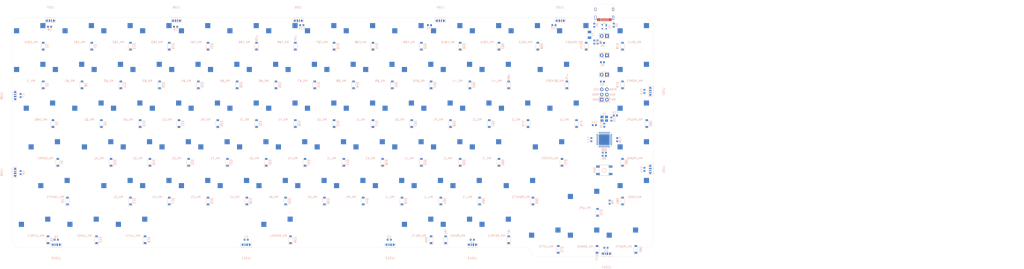
<source format=kicad_pcb>
(kicad_pcb (version 20171130) (host pcbnew "(5.1.6)-1")
  (layers (0 F.Cu signal) (31 B.Cu signal) (34 B.Paste user) (35 F.Paste user) (36 B.SilkS user) (37 F.SilkS user) (38 B.Mask user) (39 F.Mask user) (44 Edge.Cuts user))
  (net 0 "")
  (net 1 GND)
  (net 2 +5V)
  (net 3 "Net-(D1-Pad2)")
  (net 4 ROW0)
  (net 5 "Net-(D2-Pad2)")
  (net 6 ROW1)
  (net 7 "Net-(D3-Pad2)")
  (net 8 ROW2)
  (net 9 "Net-(D4-Pad2)")
  (net 10 ROW3)
  (net 11 "Net-(D5-Pad2)")
  (net 12 ROW4)
  (net 13 "Net-(D6-Pad2)")
  (net 14 ROW5)
  (net 15 "Net-(D7-Pad2)")
  (net 16 "Net-(D8-Pad2)")
  (net 17 "Net-(D9-Pad2)")
  (net 18 "Net-(D10-Pad2)")
  (net 19 "Net-(D11-Pad2)")
  (net 20 "Net-(D12-Pad2)")
  (net 21 "Net-(D13-Pad2)")
  (net 22 "Net-(D14-Pad2)")
  (net 23 "Net-(D15-Pad2)")
  (net 24 "Net-(D16-Pad2)")
  (net 25 "Net-(D17-Pad2)")
  (net 26 "Net-(D18-Pad2)")
  (net 27 "Net-(D19-Pad2)")
  (net 28 "Net-(D20-Pad2)")
  (net 29 "Net-(D21-Pad2)")
  (net 30 "Net-(D22-Pad2)")
  (net 31 "Net-(D23-Pad2)")
  (net 32 "Net-(D24-Pad2)")
  (net 33 "Net-(D25-Pad2)")
  (net 34 "Net-(D26-Pad2)")
  (net 35 "Net-(D27-Pad2)")
  (net 36 "Net-(D28-Pad2)")
  (net 37 "Net-(D29-Pad2)")
  (net 38 "Net-(D30-Pad2)")
  (net 39 "Net-(D31-Pad2)")
  (net 40 "Net-(D32-Pad2)")
  (net 41 "Net-(D33-Pad2)")
  (net 42 "Net-(D34-Pad2)")
  (net 43 "Net-(D35-Pad2)")
  (net 44 "Net-(D36-Pad2)")
  (net 45 "Net-(D37-Pad2)")
  (net 46 "Net-(D38-Pad2)")
  (net 47 "Net-(D39-Pad2)")
  (net 48 "Net-(D40-Pad2)")
  (net 49 "Net-(D41-Pad2)")
  (net 50 "Net-(D42-Pad2)")
  (net 51 "Net-(D43-Pad2)")
  (net 52 "Net-(D44-Pad2)")
  (net 53 "Net-(D45-Pad2)")
  (net 54 "Net-(D46-Pad2)")
  (net 55 "Net-(D47-Pad2)")
  (net 56 "Net-(D48-Pad2)")
  (net 57 "Net-(D49-Pad2)")
  (net 58 "Net-(D50-Pad2)")
  (net 59 "Net-(D51-Pad2)")
  (net 60 "Net-(D52-Pad2)")
  (net 61 "Net-(D53-Pad2)")
  (net 62 "Net-(D54-Pad2)")
  (net 63 "Net-(D55-Pad2)")
  (net 64 "Net-(D56-Pad2)")
  (net 65 "Net-(D57-Pad2)")
  (net 66 "Net-(D58-Pad2)")
  (net 67 "Net-(D59-Pad2)")
  (net 68 "Net-(D60-Pad2)")
  (net 69 "Net-(D61-Pad2)")
  (net 70 "Net-(D62-Pad2)")
  (net 71 "Net-(D63-Pad2)")
  (net 72 "Net-(D64-Pad2)")
  (net 73 "Net-(D65-Pad2)")
  (net 74 "Net-(D66-Pad2)")
  (net 75 "Net-(D67-Pad2)")
  (net 76 "Net-(D68-Pad2)")
  (net 77 "Net-(D69-Pad2)")
  (net 78 "Net-(D70-Pad2)")
  (net 79 "Net-(D71-Pad2)")
  (net 80 "Net-(D72-Pad2)")
  (net 81 "Net-(D73-Pad2)")
  (net 82 "Net-(D74-Pad2)")
  (net 83 "Net-(D75-Pad2)")
  (net 84 "Net-(D76-Pad2)")
  (net 85 "Net-(D77-Pad2)")
  (net 86 "Net-(D78-Pad2)")
  (net 87 "Net-(D79-Pad2)")
  (net 88 "Net-(D80-Pad2)")
  (net 89 "Net-(D81-Pad2)")
  (net 90 "Net-(D82-Pad2)")
  (net 91 "Net-(D83-Pad2)")
  (net 92 "Net-(D84-Pad2)")
  (net 93 "Net-(D85-Pad2)")
  (net 94 "Net-(D86-Pad2)")
  (net 95 VCC)
  (net 96 RESET)
  (net 97 COL1)
  (net 98 COL2)
  (net 99 COL3)
  (net 100 COL4)
  (net 101 COL5)
  (net 102 COL6)
  (net 103 COL7)
  (net 104 COL0)
  (net 105 LEDIND1)
  (net 106 LEDIND2)
  (net 107 LEDIND3)
  (net 108 "Net-(R7-Pad2)")
  (net 109 "Net-(R8-Pad2)")
  (net 110 D-)
  (net 111 "Net-(R9-Pad2)")
  (net 112 D+)
  (net 113 "Net-(USB1-Pad3)")
  (net 114 ROW7)
  (net 115 ROW6)
  (net 116 "Net-(R4-Pad2)")
  (net 117 ROW8)
  (net 118 ROW11)
  (net 119 ROW9)
  (net 120 ROW10)
  (net 121 RGBLED)
  (net 122 "Net-(USB1-Pad9)")
  (net 123 "Net-(LED1-Pad3)")
  (net 124 "Net-(LED2-Pad3)")
  (net 125 "Net-(LED3-Pad3)")
  (net 126 "Net-(LED4-Pad3)")
  (net 127 "Net-(LED5-Pad3)")
  (net 128 "Net-(LED6-Pad3)")
  (net 129 "Net-(LED7-Pad3)")
  (net 130 "Net-(LED10-Pad1)")
  (net 131 "Net-(LED10-Pad3)")
  (net 132 "Net-(LED11-Pad3)")
  (net 133 "Net-(LED12-Pad3)")
  (net 134 "Net-(LED13-Pad3)")
  (net 135 "Net-(LED14-Pad3)")
  (net 136 LEDMOS)
  (net 137 "Net-(C15-Pad1)")
  (net 138 "Net-(C16-Pad1)")
  (net 139 "Net-(C21-Pad1)")
  (net 140 "Net-(LED11-Pad1)")
  (net 141 "Net-(R5-Pad2)")
  (net 142 "Net-(U2-Pad42)")
  (module MX_Only:MXOnly-1U-Hotswap (layer F.Cu) (at 246.765124 83.88942)
    (fp_text reference MX_PGUP1)
    (fp_text value MX-LED)
    (fp_text user %R (at 0 3.048) (layer B.SilkS) (effects (justify mirror)))
    (pad 2 smd rect (at 5.842 -5.08) (size 2.55 2.5) (layers B.Cu B.Paste B.Mask) (net 88 "Net-(D80-Pad2)"))
    (pad 1 smd rect (at -7.085 -2.54) (size 2.55 2.5) (layers B.Cu B.Paste B.Mask) (net 103 COL7))
    (pad "" np_thru_hole circle (at 5.08 0 48.0996) (size 1.75 1.75) (drill 1.75) (layers *.Cu *.Mask))
    (pad "" np_thru_hole circle (at -5.08 0 48.0996) (size 1.75 1.75) (drill 1.75) (layers *.Cu *.Mask))
    (pad "" np_thru_hole circle (at -3.81 -2.54) (size 3 3) (drill 3) (layers *.Cu *.Mask))
    (pad "" np_thru_hole circle (at 0 0) (size 3.9878 3.9878) (drill 3.9878) (layers *.Cu *.Mask))
    (pad "" np_thru_hole circle (at 2.54 -5.08) (size 3 3) (drill 3) (layers *.Cu *.Mask))
  )
  (module random-keyboard-parts:SOT143B (layer B.Cu) (at 231.901945 41.275 180)
    (fp_text reference U1 (at -2.38125 0 90) (layer B.SilkS) (effects (justify mirror)))
    (fp_text value PRTR5V0U2X)
    (pad 3 smd rect (at 1 -0.95 270) (size 0.6 0.7) (layers B.Cu B.Paste B.Mask) (net 108 "Net-(R7-Pad2)"))
    (pad 2 smd rect (at -1 -0.95 270) (size 0.6 0.7) (layers B.Cu B.Paste B.Mask) (net 109 "Net-(R8-Pad2)"))
    (pad 4 smd rect (at 1 0.95 270) (size 0.6 0.7) (layers B.Cu B.Paste B.Mask) (net 95 VCC))
    (pad 1 smd rect (at -1 0.75 270) (size 1 0.7) (layers B.Cu B.Paste B.Mask) (net 1 GND))
  )
  (module Fuse:Fuse_1206_3216Metric (layer B.Cu) (at 224.63125 45.24375 90)
    (fp_text reference F1 (at 0 1.82 90) (layer B.SilkS) (effects (justify mirror)))
    (fp_text value 500mA)
    (pad 2 smd roundrect (at 1.4 0 90) (size 1.25 1.75) (layers B.Cu B.Paste B.Mask) (roundrect_rratio 0.2) (net 95 VCC))
    (pad 1 smd roundrect (at -1.4 0 90) (size 1.25 1.75) (layers B.Cu B.Paste B.Mask) (roundrect_rratio 0.2) (net 2 +5V))
  )
  (module asok75:SK6812-SIDEA-4020 (layer B.Cu) (at 232.96856 153.09646 180)
    (fp_text reference LED14 (at 0 -6.44) (layer B.SilkS) (effects (justify mirror)))
    (fp_text value SK6812-SIDEA-4020)
    (pad 1 smd custom (at -1.55 0.2 180) (size 0.5 1) (layers B.Cu B.Paste B.Mask) (net 133 "Net-(LED12-Pad3)") (options (clearance outline) (anchor rect)) (primitives (gr_poly (pts (xy 0.25 0.5) (xy 0.25 -0.7) (xy -0.3 -0.7) (xy -0.3 -0.3) (xy -0.75 -0.3) (xy -0.75 0.25) (xy -0.3 0.25) (xy -0.3 0.5)) (width 0))))
    (pad 4 smd custom (at 1.55 0.2 180) (size 0.5 1) (layers B.Cu B.Paste B.Mask) (net 1 GND) (options (clearance outline) (anchor rect)) (primitives (gr_poly (pts (xy -0.25 0.5) (xy -0.25 -0.7) (xy 0.3 -0.7) (xy 0.3 -0.3) (xy 0.75 -0.3) (xy 0.75 0.25) (xy 0.3 0.25) (xy 0.3 0.5)) (width 0))))
    (pad 2 smd rect (at -0.45 0.1 180) (size 0.7 1.2) (layers B.Cu B.Paste B.Mask) (net 2 +5V))
    (pad 3 smd rect (at 0.575 0.1 180) (size 0.45 1.2) (layers B.Cu B.Paste B.Mask) (net 135 "Net-(LED14-Pad3)"))
  )
  (module asok75:SK6812-SIDEA-4020 (layer B.Cu) (at 167.13609 148.68117 180)
    (fp_text reference LED13 (at 0 -6.44) (layer B.SilkS) (effects (justify mirror)))
    (fp_text value SK6812-SIDEA-4020)
    (pad 1 smd custom (at -1.55 0.2 180) (size 0.5 1) (layers B.Cu B.Paste B.Mask) (net 132 "Net-(LED11-Pad3)") (options (clearance outline) (anchor rect)) (primitives (gr_poly (pts (xy 0.25 0.5) (xy 0.25 -0.7) (xy -0.3 -0.7) (xy -0.3 -0.3) (xy -0.75 -0.3) (xy -0.75 0.25) (xy -0.3 0.25) (xy -0.3 0.5)) (width 0))))
    (pad 4 smd custom (at 1.55 0.2 180) (size 0.5 1) (layers B.Cu B.Paste B.Mask) (net 1 GND) (options (clearance outline) (anchor rect)) (primitives (gr_poly (pts (xy -0.25 0.5) (xy -0.25 -0.7) (xy 0.3 -0.7) (xy 0.3 -0.3) (xy 0.75 -0.3) (xy 0.75 0.25) (xy 0.3 0.25) (xy 0.3 0.5)) (width 0))))
    (pad 2 smd rect (at -0.45 0.1 180) (size 0.7 1.2) (layers B.Cu B.Paste B.Mask) (net 2 +5V))
    (pad 3 smd rect (at 0.575 0.1 180) (size 0.45 1.2) (layers B.Cu B.Paste B.Mask) (net 134 "Net-(LED13-Pad3)"))
  )
  (module asok75:SK6812-SIDEA-4020 (layer B.Cu) (at 126.70394 148.68117 180)
    (fp_text reference LED12 (at 0 -6.44) (layer B.SilkS) (effects (justify mirror)))
    (fp_text value SK6812-SIDEA-4020)
    (pad 1 smd custom (at -1.55 0.2 180) (size 0.5 1) (layers B.Cu B.Paste B.Mask) (net 131 "Net-(LED10-Pad3)") (options (clearance outline) (anchor rect)) (primitives (gr_poly (pts (xy 0.25 0.5) (xy 0.25 -0.7) (xy -0.3 -0.7) (xy -0.3 -0.3) (xy -0.75 -0.3) (xy -0.75 0.25) (xy -0.3 0.25) (xy -0.3 0.5)) (width 0))))
    (pad 4 smd custom (at 1.55 0.2 180) (size 0.5 1) (layers B.Cu B.Paste B.Mask) (net 1 GND) (options (clearance outline) (anchor rect)) (primitives (gr_poly (pts (xy -0.25 0.5) (xy -0.25 -0.7) (xy 0.3 -0.7) (xy 0.3 -0.3) (xy 0.75 -0.3) (xy 0.75 0.25) (xy 0.3 0.25) (xy 0.3 0.5)) (width 0))))
    (pad 2 smd rect (at -0.45 0.1 180) (size 0.7 1.2) (layers B.Cu B.Paste B.Mask) (net 2 +5V))
    (pad 3 smd rect (at 0.575 0.1 180) (size 0.45 1.2) (layers B.Cu B.Paste B.Mask) (net 133 "Net-(LED12-Pad3)"))
  )
  (module asok75:SK6812-SIDEA-4020 (layer B.Cu) (at 56.00969 148.68117 180)
    (fp_text reference LED11 (at 0 -6.44) (layer B.SilkS) (effects (justify mirror)))
    (fp_text value SK6812-SIDEA-4020)
    (pad 1 smd custom (at -1.55 0.2 180) (size 0.5 1) (layers B.Cu B.Paste B.Mask) (net 140 "Net-(LED11-Pad1)") (options (clearance outline) (anchor rect)) (primitives (gr_poly (pts (xy 0.25 0.5) (xy 0.25 -0.7) (xy -0.3 -0.7) (xy -0.3 -0.3) (xy -0.75 -0.3) (xy -0.75 0.25) (xy -0.3 0.25) (xy -0.3 0.5)) (width 0))))
    (pad 4 smd custom (at 1.55 0.2 180) (size 0.5 1) (layers B.Cu B.Paste B.Mask) (net 1 GND) (options (clearance outline) (anchor rect)) (primitives (gr_poly (pts (xy -0.25 0.5) (xy -0.25 -0.7) (xy 0.3 -0.7) (xy 0.3 -0.3) (xy 0.75 -0.3) (xy 0.75 0.25) (xy 0.3 0.25) (xy 0.3 0.5)) (width 0))))
    (pad 2 smd rect (at -0.45 0.1 180) (size 0.7 1.2) (layers B.Cu B.Paste B.Mask) (net 2 +5V))
    (pad 3 smd rect (at 0.575 0.1 180) (size 0.45 1.2) (layers B.Cu B.Paste B.Mask) (net 132 "Net-(LED11-Pad3)"))
  )
  (module asok75:SK6812-SIDEA-4020 (layer B.Cu) (at -37.25711 148.68117 180)
    (fp_text reference LED10 (at 0 -6.44) (layer B.SilkS) (effects (justify mirror)))
    (fp_text value SK6812-SIDEA-4020)
    (pad 1 smd custom (at -1.55 0.2 180) (size 0.5 1) (layers B.Cu B.Paste B.Mask) (net 130 "Net-(LED10-Pad1)") (options (clearance outline) (anchor rect)) (primitives (gr_poly (pts (xy 0.25 0.5) (xy 0.25 -0.7) (xy -0.3 -0.7) (xy -0.3 -0.3) (xy -0.75 -0.3) (xy -0.75 0.25) (xy -0.3 0.25) (xy -0.3 0.5)) (width 0))))
    (pad 4 smd custom (at 1.55 0.2 180) (size 0.5 1) (layers B.Cu B.Paste B.Mask) (net 1 GND) (options (clearance outline) (anchor rect)) (primitives (gr_poly (pts (xy -0.25 0.5) (xy -0.25 -0.7) (xy 0.3 -0.7) (xy 0.3 -0.3) (xy 0.75 -0.3) (xy 0.75 0.25) (xy 0.3 0.25) (xy 0.3 0.5)) (width 0))))
    (pad 2 smd rect (at -0.45 0.1 180) (size 0.7 1.2) (layers B.Cu B.Paste B.Mask) (net 2 +5V))
    (pad 3 smd rect (at 0.575 0.1 180) (size 0.45 1.2) (layers B.Cu B.Paste B.Mask) (net 131 "Net-(LED10-Pad3)"))
  )
  (module asok75:SK6812-SIDEA-4020 (layer B.Cu) (at -57.59721 112.91236 90)
    (fp_text reference LED9 (at 0 -6.44 90) (layer B.SilkS) (effects (justify mirror)))
    (fp_text value SK6812-SIDEA-4020)
    (pad 1 smd custom (at -1.55 0.2 90) (size 0.5 1) (layers B.Cu B.Paste B.Mask) (net 129 "Net-(LED7-Pad3)") (options (clearance outline) (anchor rect)) (primitives (gr_poly (pts (xy 0.25 0.5) (xy 0.25 -0.7) (xy -0.3 -0.7) (xy -0.3 -0.3) (xy -0.75 -0.3) (xy -0.75 0.25) (xy -0.3 0.25) (xy -0.3 0.5)) (width 0))))
    (pad 4 smd custom (at 1.55 0.2 90) (size 0.5 1) (layers B.Cu B.Paste B.Mask) (net 1 GND) (options (clearance outline) (anchor rect)) (primitives (gr_poly (pts (xy -0.25 0.5) (xy -0.25 -0.7) (xy 0.3 -0.7) (xy 0.3 -0.3) (xy 0.75 -0.3) (xy 0.75 0.25) (xy 0.3 0.25) (xy 0.3 0.5)) (width 0))))
    (pad 2 smd rect (at -0.45 0.1 90) (size 0.7 1.2) (layers B.Cu B.Paste B.Mask) (net 2 +5V))
    (pad 3 smd rect (at 0.575 0.1 90) (size 0.45 1.2) (layers B.Cu B.Paste B.Mask) (net 140 "Net-(LED11-Pad1)"))
  )
  (module asok75:SK6812-SIDEA-4020 (layer B.Cu) (at -57.59721 75.15915 90)
    (fp_text reference LED8 (at 0 -6.44 90) (layer B.SilkS) (effects (justify mirror)))
    (fp_text value SK6812-SIDEA-4020)
    (pad 1 smd custom (at -1.55 0.2 90) (size 0.5 1) (layers B.Cu B.Paste B.Mask) (net 128 "Net-(LED6-Pad3)") (options (clearance outline) (anchor rect)) (primitives (gr_poly (pts (xy 0.25 0.5) (xy 0.25 -0.7) (xy -0.3 -0.7) (xy -0.3 -0.3) (xy -0.75 -0.3) (xy -0.75 0.25) (xy -0.3 0.25) (xy -0.3 0.5)) (width 0))))
    (pad 4 smd custom (at 1.55 0.2 90) (size 0.5 1) (layers B.Cu B.Paste B.Mask) (net 1 GND) (options (clearance outline) (anchor rect)) (primitives (gr_poly (pts (xy -0.25 0.5) (xy -0.25 -0.7) (xy 0.3 -0.7) (xy 0.3 -0.3) (xy 0.75 -0.3) (xy 0.75 0.25) (xy 0.3 0.25) (xy 0.3 0.5)) (width 0))))
    (pad 2 smd rect (at -0.45 0.1 90) (size 0.7 1.2) (layers B.Cu B.Paste B.Mask) (net 2 +5V))
    (pad 3 smd rect (at 0.575 0.1 90) (size 0.45 1.2) (layers B.Cu B.Paste B.Mask) (net 130 "Net-(LED10-Pad1)"))
  )
  (module asok75:SK6812-SIDEA-4020 (layer B.Cu) (at -40.13449 38.15009)
    (fp_text reference LED7 (at 0 -6.44) (layer B.SilkS) (effects (justify mirror)))
    (fp_text value SK6812-SIDEA-4020)
    (pad 1 smd custom (at -1.55 0.2) (size 0.5 1) (layers B.Cu B.Paste B.Mask) (net 127 "Net-(LED5-Pad3)") (options (clearance outline) (anchor rect)) (primitives (gr_poly (pts (xy 0.25 0.5) (xy 0.25 -0.7) (xy -0.3 -0.7) (xy -0.3 -0.3) (xy -0.75 -0.3) (xy -0.75 0.25) (xy -0.3 0.25) (xy -0.3 0.5)) (width 0))))
    (pad 4 smd custom (at 1.55 0.2) (size 0.5 1) (layers B.Cu B.Paste B.Mask) (net 1 GND) (options (clearance outline) (anchor rect)) (primitives (gr_poly (pts (xy -0.25 0.5) (xy -0.25 -0.7) (xy 0.3 -0.7) (xy 0.3 -0.3) (xy 0.75 -0.3) (xy 0.75 0.25) (xy 0.3 0.25) (xy 0.3 0.5)) (width 0))))
    (pad 2 smd rect (at -0.45 0.1) (size 0.7 1.2) (layers B.Cu B.Paste B.Mask) (net 2 +5V))
    (pad 3 smd rect (at 0.575 0.1) (size 0.45 1.2) (layers B.Cu B.Paste B.Mask) (net 129 "Net-(LED7-Pad3)"))
  )
  (module asok75:SK6812-SIDEA-4020 (layer B.Cu) (at 21.77879 38.15009)
    (fp_text reference LED6 (at 0 -6.44) (layer B.SilkS) (effects (justify mirror)))
    (fp_text value SK6812-SIDEA-4020)
    (pad 1 smd custom (at -1.55 0.2) (size 0.5 1) (layers B.Cu B.Paste B.Mask) (net 126 "Net-(LED4-Pad3)") (options (clearance outline) (anchor rect)) (primitives (gr_poly (pts (xy 0.25 0.5) (xy 0.25 -0.7) (xy -0.3 -0.7) (xy -0.3 -0.3) (xy -0.75 -0.3) (xy -0.75 0.25) (xy -0.3 0.25) (xy -0.3 0.5)) (width 0))))
    (pad 4 smd custom (at 1.55 0.2) (size 0.5 1) (layers B.Cu B.Paste B.Mask) (net 1 GND) (options (clearance outline) (anchor rect)) (primitives (gr_poly (pts (xy -0.25 0.5) (xy -0.25 -0.7) (xy 0.3 -0.7) (xy 0.3 -0.3) (xy 0.75 -0.3) (xy 0.75 0.25) (xy 0.3 0.25) (xy 0.3 0.5)) (width 0))))
    (pad 2 smd rect (at -0.45 0.1) (size 0.7 1.2) (layers B.Cu B.Paste B.Mask) (net 2 +5V))
    (pad 3 smd rect (at 0.575 0.1) (size 0.45 1.2) (layers B.Cu B.Paste B.Mask) (net 128 "Net-(LED6-Pad3)"))
  )
  (module asok75:SK6812-SIDEA-4020 (layer B.Cu) (at 81.60845 38.15009)
    (fp_text reference LED5 (at 0 -6.44) (layer B.SilkS) (effects (justify mirror)))
    (fp_text value SK6812-SIDEA-4020)
    (pad 1 smd custom (at -1.55 0.2) (size 0.5 1) (layers B.Cu B.Paste B.Mask) (net 125 "Net-(LED3-Pad3)") (options (clearance outline) (anchor rect)) (primitives (gr_poly (pts (xy 0.25 0.5) (xy 0.25 -0.7) (xy -0.3 -0.7) (xy -0.3 -0.3) (xy -0.75 -0.3) (xy -0.75 0.25) (xy -0.3 0.25) (xy -0.3 0.5)) (width 0))))
    (pad 4 smd custom (at 1.55 0.2) (size 0.5 1) (layers B.Cu B.Paste B.Mask) (net 1 GND) (options (clearance outline) (anchor rect)) (primitives (gr_poly (pts (xy -0.25 0.5) (xy -0.25 -0.7) (xy 0.3 -0.7) (xy 0.3 -0.3) (xy 0.75 -0.3) (xy 0.75 0.25) (xy 0.3 0.25) (xy 0.3 0.5)) (width 0))))
    (pad 2 smd rect (at -0.45 0.1) (size 0.7 1.2) (layers B.Cu B.Paste B.Mask) (net 2 +5V))
    (pad 3 smd rect (at 0.575 0.1) (size 0.45 1.2) (layers B.Cu B.Paste B.Mask) (net 127 "Net-(LED5-Pad3)"))
  )
  (module asok75:SK6812-SIDEA-4020 (layer B.Cu) (at 151.36011 38.14931)
    (fp_text reference LED4 (at 0 -6.44) (layer B.SilkS) (effects (justify mirror)))
    (fp_text value SK6812-SIDEA-4020)
    (pad 1 smd custom (at -1.55 0.2) (size 0.5 1) (layers B.Cu B.Paste B.Mask) (net 124 "Net-(LED2-Pad3)") (options (clearance outline) (anchor rect)) (primitives (gr_poly (pts (xy 0.25 0.5) (xy 0.25 -0.7) (xy -0.3 -0.7) (xy -0.3 -0.3) (xy -0.75 -0.3) (xy -0.75 0.25) (xy -0.3 0.25) (xy -0.3 0.5)) (width 0))))
    (pad 4 smd custom (at 1.55 0.2) (size 0.5 1) (layers B.Cu B.Paste B.Mask) (net 1 GND) (options (clearance outline) (anchor rect)) (primitives (gr_poly (pts (xy -0.25 0.5) (xy -0.25 -0.7) (xy 0.3 -0.7) (xy 0.3 -0.3) (xy 0.75 -0.3) (xy 0.75 0.25) (xy 0.3 0.25) (xy 0.3 0.5)) (width 0))))
    (pad 2 smd rect (at -0.45 0.1) (size 0.7 1.2) (layers B.Cu B.Paste B.Mask) (net 2 +5V))
    (pad 3 smd rect (at 0.575 0.1) (size 0.45 1.2) (layers B.Cu B.Paste B.Mask) (net 126 "Net-(LED4-Pad3)"))
  )
  (module asok75:SK6812-SIDEA-4020 (layer B.Cu) (at 210.24718 38.15009)
    (fp_text reference LED3 (at 0 -6.44) (layer B.SilkS) (effects (justify mirror)))
    (fp_text value SK6812-SIDEA-4020)
    (pad 3 smd rect (at 0.575 0.1) (size 0.45 1.2) (layers B.Cu B.Paste B.Mask) (net 125 "Net-(LED3-Pad3)"))
    (pad 2 smd rect (at -0.45 0.1) (size 0.7 1.2) (layers B.Cu B.Paste B.Mask) (net 2 +5V))
    (pad 4 smd custom (at 1.55 0.2) (size 0.5 1) (layers B.Cu B.Paste B.Mask) (net 1 GND) (options (clearance outline) (anchor rect)) (primitives (gr_poly (pts (xy -0.25 0.5) (xy -0.25 -0.7) (xy 0.3 -0.7) (xy 0.3 -0.3) (xy 0.75 -0.3) (xy 0.75 0.25) (xy 0.3 0.25) (xy 0.3 0.5)) (width 0))))
    (pad 1 smd custom (at -1.55 0.2) (size 0.5 1) (layers B.Cu B.Paste B.Mask) (net 123 "Net-(LED1-Pad3)") (options (clearance outline) (anchor rect)) (primitives (gr_poly (pts (xy 0.25 0.5) (xy 0.25 -0.7) (xy -0.3 -0.7) (xy -0.3 -0.3) (xy -0.75 -0.3) (xy -0.75 0.25) (xy -0.3 0.25) (xy -0.3 0.5)) (width 0))))
  )
  (module asok75:SK6812-SIDEA-4020 (layer B.Cu) (at 254.64813 73.07553 270)
    (fp_text reference LED2 (at 0 -6.44 90) (layer B.SilkS) (effects (justify mirror)))
    (fp_text value SK6812-SIDEA-4020)
    (pad 1 smd custom (at -1.55 0.2 270) (size 0.5 1) (layers B.Cu B.Paste B.Mask) (net 134 "Net-(LED13-Pad3)") (options (clearance outline) (anchor rect)) (primitives (gr_poly (pts (xy 0.25 0.5) (xy 0.25 -0.7) (xy -0.3 -0.7) (xy -0.3 -0.3) (xy -0.75 -0.3) (xy -0.75 0.25) (xy -0.3 0.25) (xy -0.3 0.5)) (width 0))))
    (pad 4 smd custom (at 1.55 0.2 270) (size 0.5 1) (layers B.Cu B.Paste B.Mask) (net 1 GND) (options (clearance outline) (anchor rect)) (primitives (gr_poly (pts (xy -0.25 0.5) (xy -0.25 -0.7) (xy 0.3 -0.7) (xy 0.3 -0.3) (xy 0.75 -0.3) (xy 0.75 0.25) (xy 0.3 0.25) (xy 0.3 0.5)) (width 0))))
    (pad 2 smd rect (at -0.45 0.1 270) (size 0.7 1.2) (layers B.Cu B.Paste B.Mask) (net 2 +5V))
    (pad 3 smd rect (at 0.575 0.1 270) (size 0.45 1.2) (layers B.Cu B.Paste B.Mask) (net 124 "Net-(LED2-Pad3)"))
  )
  (module asok75:SK6812-SIDEA-4020 (layer B.Cu) (at 254.64813 111.47367 270)
    (fp_text reference LED1 (at 0 -6.44 90) (layer B.SilkS) (effects (justify mirror)))
    (fp_text value SK6812-SIDEA-4020)
    (pad 1 smd custom (at -1.55 0.2 270) (size 0.5 1) (layers B.Cu B.Paste B.Mask) (net 121 RGBLED) (options (clearance outline) (anchor rect)) (primitives (gr_poly (pts (xy 0.25 0.5) (xy 0.25 -0.7) (xy -0.3 -0.7) (xy -0.3 -0.3) (xy -0.75 -0.3) (xy -0.75 0.25) (xy -0.3 0.25) (xy -0.3 0.5)) (width 0))))
    (pad 4 smd custom (at 1.55 0.2 270) (size 0.5 1) (layers B.Cu B.Paste B.Mask) (net 1 GND) (options (clearance outline) (anchor rect)) (primitives (gr_poly (pts (xy -0.25 0.5) (xy -0.25 -0.7) (xy 0.3 -0.7) (xy 0.3 -0.3) (xy 0.75 -0.3) (xy 0.75 0.25) (xy 0.3 0.25) (xy 0.3 0.5)) (width 0))))
    (pad 2 smd rect (at -0.45 0.1 270) (size 0.7 1.2) (layers B.Cu B.Paste B.Mask) (net 2 +5V))
    (pad 3 smd rect (at 0.575 0.1 270) (size 0.45 1.2) (layers B.Cu B.Paste B.Mask) (net 123 "Net-(LED1-Pad3)"))
  )
  (module random-keyboard-parts:D_SOD-123-Pretty (layer B.Cu) (at 209.30459 150.8125 90)
    (fp_text reference D73 (at 0 2 90) (layer B.SilkS) (effects (justify mirror)))
    (fp_text value SOD-123)
    (pad 1 smd rect (at -1.65 0 90) (size 0.9 1.2) (layers B.Cu B.Paste B.Mask) (net 120 ROW10))
    (pad 2 smd rect (at 1.65 0 90) (size 0.9 1.2) (layers B.Cu B.Paste B.Mask) (net 81 "Net-(D73-Pad2)"))
  )
  (module MX_Only:MXOnly-1U-Hotswap (layer F.Cu) (at 241.406272 146.37317)
    (fp_text reference MX_RIGHT1)
    (fp_text value MX-LED)
    (fp_text user %R (at 0 3.048) (layer B.SilkS) (effects (justify mirror)))
    (pad "" np_thru_hole circle (at 2.54 -5.08) (size 3 3) (drill 3) (layers *.Cu *.Mask))
    (pad "" np_thru_hole circle (at 0 0) (size 3.9878 3.9878) (drill 3.9878) (layers *.Cu *.Mask))
    (pad "" np_thru_hole circle (at -3.81 -2.54) (size 3 3) (drill 3) (layers *.Cu *.Mask))
    (pad "" np_thru_hole circle (at -5.08 0 48.0996) (size 1.75 1.75) (drill 1.75) (layers *.Cu *.Mask))
    (pad "" np_thru_hole circle (at 5.08 0 48.0996) (size 1.75 1.75) (drill 1.75) (layers *.Cu *.Mask))
    (pad 1 smd rect (at -7.085 -2.54) (size 2.55 2.5) (layers B.Cu B.Paste B.Mask) (net 103 COL7))
    (pad 2 smd rect (at 5.842 -5.08) (size 2.55 2.5) (layers B.Cu B.Paste B.Mask) (net 91 "Net-(D83-Pad2)"))
  )
  (module MX_Only:MXOnly-1.25U-Hotswap (layer F.Cu) (at -47.27784 141.03942)
    (fp_text reference MX_LCTRL1)
    (fp_text value MX-LED)
    (fp_text user %R (at 0 3.048) (layer B.SilkS) (effects (justify mirror)))
    (pad "" np_thru_hole circle (at 2.54 -5.08) (size 3 3) (drill 3) (layers *.Cu *.Mask))
    (pad "" np_thru_hole circle (at 0 0) (size 3.9878 3.9878) (drill 3.9878) (layers *.Cu *.Mask))
    (pad "" np_thru_hole circle (at -3.81 -2.54) (size 3 3) (drill 3) (layers *.Cu *.Mask))
    (pad "" np_thru_hole circle (at -5.08 0 48.0996) (size 1.75 1.75) (drill 1.75) (layers *.Cu *.Mask))
    (pad "" np_thru_hole circle (at 5.08 0 48.0996) (size 1.75 1.75) (drill 1.75) (layers *.Cu *.Mask))
    (pad 1 smd rect (at -7.085 -2.54) (size 2.55 2.5) (layers B.Cu B.Paste B.Mask) (net 104 COL0))
    (pad 2 smd rect (at 5.842 -5.08) (size 2.55 2.5) (layers B.Cu B.Paste B.Mask) (net 13 "Net-(D6-Pad2)"))
  )
  (module MX_Only:MXOnly-1U-Hotswap (layer F.Cu) (at 217.04091 45.78942)
    (fp_text reference MX_PAUSE1)
    (fp_text value MX-LED)
    (fp_text user %R (at 0 3.048) (layer B.SilkS) (effects (justify mirror)))
    (pad "" np_thru_hole circle (at 2.54 -5.08) (size 3 3) (drill 3) (layers *.Cu *.Mask))
    (pad "" np_thru_hole circle (at 0 0) (size 3.9878 3.9878) (drill 3.9878) (layers *.Cu *.Mask))
    (pad "" np_thru_hole circle (at -3.81 -2.54) (size 3 3) (drill 3) (layers *.Cu *.Mask))
    (pad "" np_thru_hole circle (at -5.08 0 48.0996) (size 1.75 1.75) (drill 1.75) (layers *.Cu *.Mask))
    (pad "" np_thru_hole circle (at 5.08 0 48.0996) (size 1.75 1.75) (drill 1.75) (layers *.Cu *.Mask))
    (pad 1 smd rect (at -7.085 -2.54) (size 2.55 2.5) (layers B.Cu B.Paste B.Mask) (net 102 COL6))
    (pad 2 smd rect (at 5.842 -5.08) (size 2.55 2.5) (layers B.Cu B.Paste B.Mask) (net 82 "Net-(D74-Pad2)"))
  )
  (module random-keyboard-parts:D_SOD-123-Pretty (layer B.Cu) (at -19.84375 50.8 90)
    (fp_text reference D7 (at 0 2 90) (layer B.SilkS) (effects (justify mirror)))
    (fp_text value SOD-123)
    (pad 2 smd rect (at 1.65 0 90) (size 0.9 1.2) (layers B.Cu B.Paste B.Mask) (net 15 "Net-(D7-Pad2)"))
    (pad 1 smd rect (at -1.65 0 90) (size 0.9 1.2) (layers B.Cu B.Paste B.Mask) (net 6 ROW1))
  )
  (module Resistor_SMD:R_0603_1608Metric (layer B.Cu) (at 228.6 48.79975 90)
    (fp_text reference R8 (at 0 1.43 90) (layer B.SilkS) (effects (justify mirror)))
    (fp_text value 22)
    (pad 1 smd roundrect (at -0.7875 0 90) (size 0.875 0.95) (layers B.Cu B.Paste B.Mask) (net 112 D+))
    (pad 2 smd roundrect (at 0.7875 0 90) (size 0.875 0.95) (layers B.Cu B.Paste B.Mask) (net 109 "Net-(R8-Pad2)"))
  )
  (module Resistor_SMD:R_0603_1608Metric (layer B.Cu) (at 227.0125 48.79975 90)
    (fp_text reference R7 (at 0 1.43 90) (layer B.SilkS) (effects (justify mirror)))
    (fp_text value 22)
    (pad 1 smd roundrect (at -0.7875 0 90) (size 0.875 0.95) (layers B.Cu B.Paste B.Mask) (net 110 D-))
    (pad 2 smd roundrect (at 0.7875 0 90) (size 0.875 0.95) (layers B.Cu B.Paste B.Mask) (net 108 "Net-(R7-Pad2)"))
  )
  (module Resistor_SMD:R_0603_1608Metric (layer B.Cu) (at 227.0125 40.48125 90)
    (fp_text reference R4 (at 0 1.43 90) (layer B.SilkS) (effects (justify mirror)))
    (fp_text value 5.1K)
    (pad 1 smd roundrect (at -0.7875 0 90) (size 0.875 0.95) (layers B.Cu B.Paste B.Mask) (net 1 GND))
    (pad 2 smd roundrect (at 0.7875 0 90) (size 0.875 0.95) (layers B.Cu B.Paste B.Mask) (net 116 "Net-(R4-Pad2)"))
  )
  (module Resistor_SMD:R_0603_1608Metric (layer B.Cu) (at 236.5375 40.48125 90)
    (fp_text reference R5 (at 0 1.43 90) (layer B.SilkS) (effects (justify mirror)))
    (fp_text value 5.1K)
    (pad 1 smd roundrect (at -0.7875 0 90) (size 0.875 0.95) (layers B.Cu B.Paste B.Mask) (net 1 GND))
    (pad 2 smd roundrect (at 0.7875 0 90) (size 0.875 0.95) (layers B.Cu B.Paste B.Mask) (net 141 "Net-(R5-Pad2)"))
  )
  (module Resistor_SMD:R_0603_1608Metric (layer B.Cu) (at 234.50341 127.54567 90)
    (fp_text reference R6 (at 0 1.43 90) (layer B.SilkS) (effects (justify mirror)))
    (fp_text value 10K)
    (pad 1 smd roundrect (at -0.7875 0 90) (size 0.875 0.95) (layers B.Cu B.Paste B.Mask) (net 2 +5V))
    (pad 2 smd roundrect (at 0.7875 0 90) (size 0.875 0.95) (layers B.Cu B.Paste B.Mask) (net 96 RESET))
  )
  (module Resistor_SMD:R_0603_1608Metric (layer B.Cu) (at 231.901945 104.775)
    (fp_text reference R9 (at 0 1.43) (layer B.SilkS) (effects (justify mirror)))
    (fp_text value 10K)
    (pad 1 smd roundrect (at -0.7875 0) (size 0.875 0.95) (layers B.Cu B.Paste B.Mask) (net 1 GND))
    (pad 2 smd roundrect (at 0.7875 0) (size 0.875 0.95) (layers B.Cu B.Paste B.Mask) (net 111 "Net-(R9-Pad2)"))
  )
  (module Resistor_SMD:R_0603_1608Metric (layer B.Cu) (at 230.98125 68.2625)
    (fp_text reference R3 (at 0 1.43) (layer B.SilkS) (effects (justify mirror)))
    (fp_text value 1K)
    (pad 1 smd roundrect (at -0.7875 0) (size 0.875 0.95) (layers B.Cu B.Paste B.Mask) (net 94 "Net-(D86-Pad2)"))
    (pad 2 smd roundrect (at 0.7875 0) (size 0.875 0.95) (layers B.Cu B.Paste B.Mask) (net 107 LEDIND3))
  )
  (module Resistor_SMD:R_0603_1608Metric (layer B.Cu) (at 230.9875 58.7375)
    (fp_text reference R2 (at 0 1.43) (layer B.SilkS) (effects (justify mirror)))
    (fp_text value 1K)
    (pad 1 smd roundrect (at -0.7875 0) (size 0.875 0.95) (layers B.Cu B.Paste B.Mask) (net 93 "Net-(D85-Pad2)"))
    (pad 2 smd roundrect (at 0.7875 0) (size 0.875 0.95) (layers B.Cu B.Paste B.Mask) (net 106 LEDIND2))
  )
  (module Resistor_SMD:R_0603_1608Metric (layer B.Cu) (at 230.9875 49.2125)
    (fp_text reference R1 (at 0 1.43) (layer B.SilkS) (effects (justify mirror)))
    (fp_text value 1K)
    (pad 1 smd roundrect (at -0.7875 0) (size 0.875 0.95) (layers B.Cu B.Paste B.Mask) (net 92 "Net-(D84-Pad2)"))
    (pad 2 smd roundrect (at 0.7875 0) (size 0.875 0.95) (layers B.Cu B.Paste B.Mask) (net 105 LEDIND1))
  )
  (module Capacitor_SMD:C_0603_1608Metric (layer B.Cu) (at 232.71808 150.01875)
    (fp_text reference C1 (at 0 1.43) (layer B.SilkS) (effects (justify mirror)))
    (fp_text value 0.1uF)
    (pad 1 smd roundrect (at -0.7875 0) (size 0.875 0.95) (layers B.Cu B.Paste B.Mask) (net 2 +5V))
    (pad 2 smd roundrect (at 0.7875 0) (size 0.875 0.95) (layers B.Cu B.Paste B.Mask) (net 1 GND))
  )
  (module Capacitor_SMD:C_0603_1608Metric (layer B.Cu) (at 167.035102 146.05)
    (fp_text reference C2 (at 0 1.43) (layer B.SilkS) (effects (justify mirror)))
    (fp_text value 0.1uF)
    (pad 1 smd roundrect (at -0.7875 0) (size 0.875 0.95) (layers B.Cu B.Paste B.Mask) (net 2 +5V))
    (pad 2 smd roundrect (at 0.7875 0) (size 0.875 0.95) (layers B.Cu B.Paste B.Mask) (net 1 GND))
  )
  (module Capacitor_SMD:C_0603_1608Metric (layer B.Cu) (at 126.25745 146.05625 180)
    (fp_text reference C3 (at 0 1.43) (layer B.SilkS) (effects (justify mirror)))
    (fp_text value 0.1uF)
    (pad 1 smd roundrect (at -0.7875 0 180) (size 0.875 0.95) (layers B.Cu B.Paste B.Mask) (net 2 +5V))
    (pad 2 smd roundrect (at 0.7875 0 180) (size 0.875 0.95) (layers B.Cu B.Paste B.Mask) (net 1 GND))
  )
  (module Capacitor_SMD:C_0603_1608Metric (layer B.Cu) (at 56.009041 146.05 180)
    (fp_text reference C4 (at 0 1.43) (layer B.SilkS) (effects (justify mirror)))
    (fp_text value 0.1uF)
    (pad 1 smd roundrect (at -0.7875 0 180) (size 0.875 0.95) (layers B.Cu B.Paste B.Mask) (net 2 +5V))
    (pad 2 smd roundrect (at 0.7875 0 180) (size 0.875 0.95) (layers B.Cu B.Paste B.Mask) (net 1 GND))
  )
  (module Capacitor_SMD:C_0603_1608Metric (layer B.Cu) (at -37.256819 146.05 180)
    (fp_text reference C5 (at 0 1.43) (layer B.SilkS) (effects (justify mirror)))
    (fp_text value 0.1uF)
    (pad 1 smd roundrect (at -0.7875 0 180) (size 0.875 0.95) (layers B.Cu B.Paste B.Mask) (net 2 +5V))
    (pad 2 smd roundrect (at 0.7875 0 180) (size 0.875 0.95) (layers B.Cu B.Paste B.Mask) (net 1 GND))
  )
  (module Capacitor_SMD:C_0603_1608Metric (layer B.Cu) (at -54.76875 113.060024 90)
    (fp_text reference C6 (at 0 1.43 90) (layer B.SilkS) (effects (justify mirror)))
    (fp_text value 0.1uF)
    (pad 1 smd roundrect (at -0.7875 0 90) (size 0.875 0.95) (layers B.Cu B.Paste B.Mask) (net 2 +5V))
    (pad 2 smd roundrect (at 0.7875 0 90) (size 0.875 0.95) (layers B.Cu B.Paste B.Mask) (net 1 GND))
  )
  (module Capacitor_SMD:C_0603_1608Metric (layer B.Cu) (at -54.76875 75.10954 90)
    (fp_text reference C7 (at 0 1.43 90) (layer B.SilkS) (effects (justify mirror)))
    (fp_text value 0.1uF)
    (pad 1 smd roundrect (at -0.7875 0 90) (size 0.875 0.95) (layers B.Cu B.Paste B.Mask) (net 2 +5V))
    (pad 2 smd roundrect (at 0.7875 0 90) (size 0.875 0.95) (layers B.Cu B.Paste B.Mask) (net 1 GND))
  )
  (module Capacitor_SMD:C_0603_1608Metric (layer B.Cu) (at -40.531046 41.275)
    (fp_text reference C8 (at 0 1.43) (layer B.SilkS) (effects (justify mirror)))
    (fp_text value 0.1uF)
    (pad 1 smd roundrect (at -0.7875 0) (size 0.875 0.95) (layers B.Cu B.Paste B.Mask) (net 2 +5V))
    (pad 2 smd roundrect (at 0.7875 0) (size 0.875 0.95) (layers B.Cu B.Paste B.Mask) (net 1 GND))
  )
  (module Capacitor_SMD:C_0603_1608Metric (layer B.Cu) (at 21.38161 41.275)
    (fp_text reference C9 (at 0 1.43) (layer B.SilkS) (effects (justify mirror)))
    (fp_text value 0.1uF)
    (pad 1 smd roundrect (at -0.7875 0) (size 0.875 0.95) (layers B.Cu B.Paste B.Mask) (net 2 +5V))
    (pad 2 smd roundrect (at 0.7875 0) (size 0.875 0.95) (layers B.Cu B.Paste B.Mask) (net 1 GND))
  )
  (module Capacitor_SMD:C_0603_1608Metric (layer B.Cu) (at 83.34375 40.48125)
    (fp_text reference C10 (at 0 1.43) (layer B.SilkS) (effects (justify mirror)))
    (fp_text value 0.1uF)
    (pad 1 smd roundrect (at -0.7875 0) (size 0.875 0.95) (layers B.Cu B.Paste B.Mask) (net 2 +5V))
    (pad 2 smd roundrect (at 0.7875 0) (size 0.875 0.95) (layers B.Cu B.Paste B.Mask) (net 1 GND))
  )
  (module Capacitor_SMD:C_0603_1608Metric (layer B.Cu) (at 146.05 40.48125)
    (fp_text reference C11 (at 0 1.43) (layer B.SilkS) (effects (justify mirror)))
    (fp_text value 0.1uF)
    (pad 1 smd roundrect (at -0.7875 0) (size 0.875 0.95) (layers B.Cu B.Paste B.Mask) (net 2 +5V))
    (pad 2 smd roundrect (at 0.7875 0) (size 0.875 0.95) (layers B.Cu B.Paste B.Mask) (net 1 GND))
  )
  (module Capacitor_SMD:C_0603_1608Metric (layer B.Cu) (at 207.16875 40.48125)
    (fp_text reference C12 (at 0 1.43) (layer B.SilkS) (effects (justify mirror)))
    (fp_text value 0.1uF)
    (pad 2 smd roundrect (at 0.7875 0) (size 0.875 0.95) (layers B.Cu B.Paste B.Mask) (net 1 GND))
    (pad 1 smd roundrect (at -0.7875 0) (size 0.875 0.95) (layers B.Cu B.Paste B.Mask) (net 2 +5V))
  )
  (module Capacitor_SMD:C_0603_1608Metric (layer B.Cu) (at 251.61875 73.074767 270)
    (fp_text reference C13 (at 0 1.43 90) (layer B.SilkS) (effects (justify mirror)))
    (fp_text value 0.1uF)
    (pad 1 smd roundrect (at -0.7875 0 270) (size 0.875 0.95) (layers B.Cu B.Paste B.Mask) (net 2 +5V))
    (pad 2 smd roundrect (at 0.7875 0 270) (size 0.875 0.95) (layers B.Cu B.Paste B.Mask) (net 1 GND))
  )
  (module Capacitor_SMD:C_0603_1608Metric (layer B.Cu) (at 251.61875 111.47252 270)
    (fp_text reference C14 (at 0 1.43 90) (layer B.SilkS) (effects (justify mirror)))
    (fp_text value 0.1uF)
    (pad 1 smd roundrect (at -0.7875 0 270) (size 0.875 0.95) (layers B.Cu B.Paste B.Mask) (net 2 +5V))
    (pad 2 smd roundrect (at 0.7875 0 270) (size 0.875 0.95) (layers B.Cu B.Paste B.Mask) (net 1 GND))
  )
  (module Capacitor_SMD:C_0603_1608Metric (layer B.Cu) (at 227.0125 89.69375 180)
    (fp_text reference C21 (at 0 1.43) (layer B.SilkS) (effects (justify mirror)))
    (fp_text value 1uF)
    (pad 1 smd roundrect (at -0.7875 0 180) (size 0.875 0.95) (layers B.Cu B.Paste B.Mask) (net 139 "Net-(C21-Pad1)"))
    (pad 2 smd roundrect (at 0.7875 0 180) (size 0.875 0.95) (layers B.Cu B.Paste B.Mask) (net 1 GND))
  )
  (module Capacitor_SMD:C_0603_1608Metric (layer B.Cu) (at 231.901945 89.69375 270)
    (fp_text reference C20 (at 0 1.43 90) (layer B.SilkS) (effects (justify mirror)))
    (fp_text value 0.1uF)
    (pad 2 smd roundrect (at 0.7875 0 270) (size 0.875 0.95) (layers B.Cu B.Paste B.Mask) (net 1 GND))
    (pad 1 smd roundrect (at -0.7875 0 270) (size 0.875 0.95) (layers B.Cu B.Paste B.Mask) (net 2 +5V))
  )
  (module Capacitor_SMD:C_0603_1608Metric (layer B.Cu) (at 231.901945 103.1875 180)
    (fp_text reference C19 (at 0 1.43) (layer B.SilkS) (effects (justify mirror)))
    (fp_text value 0.1uF)
    (pad 1 smd roundrect (at -0.7875 0 180) (size 0.875 0.95) (layers B.Cu B.Paste B.Mask) (net 2 +5V))
    (pad 2 smd roundrect (at 0.7875 0 180) (size 0.875 0.95) (layers B.Cu B.Paste B.Mask) (net 1 GND))
  )
  (module Capacitor_SMD:C_0603_1608Metric (layer B.Cu) (at 238.252025 96.8375 90)
    (fp_text reference C18 (at 0 1.43 90) (layer B.SilkS) (effects (justify mirror)))
    (fp_text value 0.1uF)
    (pad 1 smd roundrect (at -0.7875 0 90) (size 0.875 0.95) (layers B.Cu B.Paste B.Mask) (net 2 +5V))
    (pad 2 smd roundrect (at 0.7875 0 90) (size 0.875 0.95) (layers B.Cu B.Paste B.Mask) (net 1 GND))
  )
  (module Capacitor_SMD:C_0603_1608Metric (layer B.Cu) (at 225.551865 96.8375 270)
    (fp_text reference C17 (at 0 1.43 90) (layer B.SilkS) (effects (justify mirror)))
    (fp_text value 10uF)
    (pad 1 smd roundrect (at -0.7875 0 270) (size 0.875 0.95) (layers B.Cu B.Paste B.Mask) (net 2 +5V))
    (pad 2 smd roundrect (at 0.7875 0 270) (size 0.875 0.95) (layers B.Cu B.Paste B.Mask) (net 1 GND))
  )
  (module Capacitor_SMD:C_0603_1608Metric (layer B.Cu) (at 235.40009 86.692985 90)
    (fp_text reference C16 (at 0 1.43 90) (layer B.SilkS) (effects (justify mirror)))
    (fp_text value 22pF)
    (pad 2 smd roundrect (at 0.7875 0 90) (size 0.875 0.95) (layers B.Cu B.Paste B.Mask) (net 1 GND))
    (pad 1 smd roundrect (at -0.7875 0 90) (size 0.875 0.95) (layers B.Cu B.Paste B.Mask) (net 138 "Net-(C16-Pad1)"))
  )
  (module Capacitor_SMD:C_0603_1608Metric (layer B.Cu) (at 237.33125 84.93125 180)
    (fp_text reference C15 (at 0 1.43) (layer B.SilkS) (effects (justify mirror)))
    (fp_text value 22pF)
    (pad 2 smd roundrect (at 0.7875 0 180) (size 0.875 0.95) (layers B.Cu B.Paste B.Mask) (net 1 GND))
    (pad 1 smd roundrect (at -0.7875 0 180) (size 0.875 0.95) (layers B.Cu B.Paste B.Mask) (net 137 "Net-(C15-Pad1)"))
  )
  (module MX_Only:MXOnly-1U-Hotswap (layer F.Cu) (at -6.79659 121.98942)
    (fp_text reference MX_Z1)
    (fp_text value MX-LED)
    (fp_text user %R (at 0 3.048) (layer B.SilkS) (effects (justify mirror)))
    (pad "" np_thru_hole circle (at 2.54 -5.08) (size 3 3) (drill 3) (layers *.Cu *.Mask))
    (pad "" np_thru_hole circle (at 0 0) (size 3.9878 3.9878) (drill 3.9878) (layers *.Cu *.Mask))
    (pad "" np_thru_hole circle (at -3.81 -2.54) (size 3 3) (drill 3) (layers *.Cu *.Mask))
    (pad "" np_thru_hole circle (at -5.08 0 48.0996) (size 1.75 1.75) (drill 1.75) (layers *.Cu *.Mask))
    (pad "" np_thru_hole circle (at 5.08 0 48.0996) (size 1.75 1.75) (drill 1.75) (layers *.Cu *.Mask))
    (pad 1 smd rect (at -7.085 -2.54) (size 2.55 2.5) (layers B.Cu B.Paste B.Mask) (net 104 COL0))
    (pad 2 smd rect (at 5.842 -5.08) (size 2.55 2.5) (layers B.Cu B.Paste B.Mask) (net 19 "Net-(D11-Pad2)"))
  )
  (module MX_Only:MXOnly-1U-Hotswap (layer F.Cu) (at 74.16591 83.88942)
    (fp_text reference MX_Y1)
    (fp_text value MX-LED)
    (fp_text user %R (at 0 3.048) (layer B.SilkS) (effects (justify mirror)))
    (pad "" np_thru_hole circle (at 2.54 -5.08) (size 3 3) (drill 3) (layers *.Cu *.Mask))
    (pad "" np_thru_hole circle (at 0 0) (size 3.9878 3.9878) (drill 3.9878) (layers *.Cu *.Mask))
    (pad "" np_thru_hole circle (at -3.81 -2.54) (size 3 3) (drill 3) (layers *.Cu *.Mask))
    (pad "" np_thru_hole circle (at -5.08 0 48.0996) (size 1.75 1.75) (drill 1.75) (layers *.Cu *.Mask))
    (pad "" np_thru_hole circle (at 5.08 0 48.0996) (size 1.75 1.75) (drill 1.75) (layers *.Cu *.Mask))
    (pad 1 smd rect (at -7.085 -2.54) (size 2.55 2.5) (layers B.Cu B.Paste B.Mask) (net 99 COL3))
    (pad 2 smd rect (at 5.842 -5.08) (size 2.55 2.5) (layers B.Cu B.Paste B.Mask) (net 44 "Net-(D36-Pad2)"))
  )
  (module MX_Only:MXOnly-1U-Hotswap (layer F.Cu) (at 12.25341 121.98942)
    (fp_text reference MX_X1)
    (fp_text value MX-LED)
    (fp_text user %R (at 0 3.048) (layer B.SilkS) (effects (justify mirror)))
    (pad "" np_thru_hole circle (at 2.54 -5.08) (size 3 3) (drill 3) (layers *.Cu *.Mask))
    (pad "" np_thru_hole circle (at 0 0) (size 3.9878 3.9878) (drill 3.9878) (layers *.Cu *.Mask))
    (pad "" np_thru_hole circle (at -3.81 -2.54) (size 3 3) (drill 3) (layers *.Cu *.Mask))
    (pad "" np_thru_hole circle (at -5.08 0 48.0996) (size 1.75 1.75) (drill 1.75) (layers *.Cu *.Mask))
    (pad "" np_thru_hole circle (at 5.08 0 48.0996) (size 1.75 1.75) (drill 1.75) (layers *.Cu *.Mask))
    (pad 1 smd rect (at -7.085 -2.54) (size 2.55 2.5) (layers B.Cu B.Paste B.Mask) (net 97 COL1))
    (pad 2 smd rect (at 5.842 -5.08) (size 2.55 2.5) (layers B.Cu B.Paste B.Mask) (net 25 "Net-(D17-Pad2)"))
  )
  (module MX_Only:MXOnly-1U-Hotswap (layer F.Cu) (at -2.03409 83.88942)
    (fp_text reference MX_W1)
    (fp_text value MX-LED)
    (fp_text user %R (at 0 3.048) (layer B.SilkS) (effects (justify mirror)))
    (pad "" np_thru_hole circle (at 2.54 -5.08) (size 3 3) (drill 3) (layers *.Cu *.Mask))
    (pad "" np_thru_hole circle (at 0 0) (size 3.9878 3.9878) (drill 3.9878) (layers *.Cu *.Mask))
    (pad "" np_thru_hole circle (at -3.81 -2.54) (size 3 3) (drill 3) (layers *.Cu *.Mask))
    (pad "" np_thru_hole circle (at -5.08 0 48.0996) (size 1.75 1.75) (drill 1.75) (layers *.Cu *.Mask))
    (pad "" np_thru_hole circle (at 5.08 0 48.0996) (size 1.75 1.75) (drill 1.75) (layers *.Cu *.Mask))
    (pad 1 smd rect (at -7.085 -2.54) (size 2.55 2.5) (layers B.Cu B.Paste B.Mask) (net 97 COL1))
    (pad 2 smd rect (at 5.842 -5.08) (size 2.55 2.5) (layers B.Cu B.Paste B.Mask) (net 23 "Net-(D15-Pad2)"))
  )
  (module MX_Only:MXOnly-1U-Hotswap (layer F.Cu) (at 50.35341 121.98942)
    (fp_text reference MX_V1)
    (fp_text value MX-LED)
    (fp_text user %R (at 0 3.048) (layer B.SilkS) (effects (justify mirror)))
    (pad "" np_thru_hole circle (at 2.54 -5.08) (size 3 3) (drill 3) (layers *.Cu *.Mask))
    (pad "" np_thru_hole circle (at 0 0) (size 3.9878 3.9878) (drill 3.9878) (layers *.Cu *.Mask))
    (pad "" np_thru_hole circle (at -3.81 -2.54) (size 3 3) (drill 3) (layers *.Cu *.Mask))
    (pad "" np_thru_hole circle (at -5.08 0 48.0996) (size 1.75 1.75) (drill 1.75) (layers *.Cu *.Mask))
    (pad "" np_thru_hole circle (at 5.08 0 48.0996) (size 1.75 1.75) (drill 1.75) (layers *.Cu *.Mask))
    (pad 1 smd rect (at -7.085 -2.54) (size 2.55 2.5) (layers B.Cu B.Paste B.Mask) (net 98 COL2))
    (pad 2 smd rect (at 5.842 -5.08) (size 2.55 2.5) (layers B.Cu B.Paste B.Mask) (net 36 "Net-(D28-Pad2)"))
  )
  (module MX_Only:MXOnly-1U-Hotswap (layer F.Cu) (at 222.352576 127.319474)
    (fp_text reference MX_UP1)
    (fp_text value MX-LED)
    (fp_text user %R (at 0 3.048) (layer B.SilkS) (effects (justify mirror)))
    (pad "" np_thru_hole circle (at 2.54 -5.08) (size 3 3) (drill 3) (layers *.Cu *.Mask))
    (pad "" np_thru_hole circle (at 0 0) (size 3.9878 3.9878) (drill 3.9878) (layers *.Cu *.Mask))
    (pad "" np_thru_hole circle (at -3.81 -2.54) (size 3 3) (drill 3) (layers *.Cu *.Mask))
    (pad "" np_thru_hole circle (at -5.08 0 48.0996) (size 1.75 1.75) (drill 1.75) (layers *.Cu *.Mask))
    (pad "" np_thru_hole circle (at 5.08 0 48.0996) (size 1.75 1.75) (drill 1.75) (layers *.Cu *.Mask))
    (pad 1 smd rect (at -7.085 -2.54) (size 2.55 2.5) (layers B.Cu B.Paste B.Mask) (net 102 COL6))
    (pad 2 smd rect (at 5.842 -5.08) (size 2.55 2.5) (layers B.Cu B.Paste B.Mask) (net 80 "Net-(D72-Pad2)"))
  )
  (module MX_Only:MXOnly-1U-Hotswap (layer F.Cu) (at 93.21591 83.88942)
    (fp_text reference MX_U1)
    (fp_text value MX-LED)
    (fp_text user %R (at 0 3.048) (layer B.SilkS) (effects (justify mirror)))
    (pad "" np_thru_hole circle (at 2.54 -5.08) (size 3 3) (drill 3) (layers *.Cu *.Mask))
    (pad "" np_thru_hole circle (at 0 0) (size 3.9878 3.9878) (drill 3.9878) (layers *.Cu *.Mask))
    (pad "" np_thru_hole circle (at -3.81 -2.54) (size 3 3) (drill 3) (layers *.Cu *.Mask))
    (pad "" np_thru_hole circle (at -5.08 0 48.0996) (size 1.75 1.75) (drill 1.75) (layers *.Cu *.Mask))
    (pad "" np_thru_hole circle (at 5.08 0 48.0996) (size 1.75 1.75) (drill 1.75) (layers *.Cu *.Mask))
    (pad 1 smd rect (at -7.085 -2.54) (size 2.55 2.5) (layers B.Cu B.Paste B.Mask) (net 99 COL3))
    (pad 2 smd rect (at 5.842 -5.08) (size 2.55 2.5) (layers B.Cu B.Paste B.Mask) (net 50 "Net-(D42-Pad2)"))
  )
  (module MX_Only:MXOnly-1.5U-Hotswap (layer F.Cu) (at -44.89659 83.88942)
    (fp_text reference MX_TAB1)
    (fp_text value MX-LED)
    (fp_text user %R (at 0 3.048) (layer B.SilkS) (effects (justify mirror)))
    (pad "" np_thru_hole circle (at 2.54 -5.08) (size 3 3) (drill 3) (layers *.Cu *.Mask))
    (pad "" np_thru_hole circle (at 0 0) (size 3.9878 3.9878) (drill 3.9878) (layers *.Cu *.Mask))
    (pad "" np_thru_hole circle (at -3.81 -2.54) (size 3 3) (drill 3) (layers *.Cu *.Mask))
    (pad "" np_thru_hole circle (at -5.08 0 48.0996) (size 1.75 1.75) (drill 1.75) (layers *.Cu *.Mask))
    (pad "" np_thru_hole circle (at 5.08 0 48.0996) (size 1.75 1.75) (drill 1.75) (layers *.Cu *.Mask))
    (pad 1 smd rect (at -7.085 -2.54) (size 2.55 2.5) (layers B.Cu B.Paste B.Mask) (net 104 COL0))
    (pad 2 smd rect (at 5.842 -5.08) (size 2.55 2.5) (layers B.Cu B.Paste B.Mask) (net 7 "Net-(D3-Pad2)"))
  )
  (module MX_Only:MXOnly-1U-Hotswap (layer F.Cu) (at 55.11591 83.88942)
    (fp_text reference MX_T1)
    (fp_text value MX-LED)
    (fp_text user %R (at 0 3.048) (layer B.SilkS) (effects (justify mirror)))
    (pad "" np_thru_hole circle (at 2.54 -5.08) (size 3 3) (drill 3) (layers *.Cu *.Mask))
    (pad "" np_thru_hole circle (at 0 0) (size 3.9878 3.9878) (drill 3.9878) (layers *.Cu *.Mask))
    (pad "" np_thru_hole circle (at -3.81 -2.54) (size 3 3) (drill 3) (layers *.Cu *.Mask))
    (pad "" np_thru_hole circle (at -5.08 0 48.0996) (size 1.75 1.75) (drill 1.75) (layers *.Cu *.Mask))
    (pad "" np_thru_hole circle (at 5.08 0 48.0996) (size 1.75 1.75) (drill 1.75) (layers *.Cu *.Mask))
    (pad 1 smd rect (at -7.085 -2.54) (size 2.55 2.5) (layers B.Cu B.Paste B.Mask) (net 98 COL2))
    (pad 2 smd rect (at 5.842 -5.08) (size 2.55 2.5) (layers B.Cu B.Paste B.Mask) (net 39 "Net-(D31-Pad2)"))
  )
  (module MX_Only:MXOnly-6.25U-Hotswap-ReversedStabilizers (layer F.Cu) (at 71.78466 141.03942)
    (fp_text reference MX_SPACE1)
    (fp_text value MX-LED)
    (fp_text user %R (at 0 3.048) (layer B.SilkS) (effects (justify mirror)))
    (pad "" np_thru_hole circle (at 2.54 -5.08) (size 3 3) (drill 3) (layers *.Cu *.Mask))
    (pad "" np_thru_hole circle (at 0 0) (size 3.9878 3.9878) (drill 3.9878) (layers *.Cu *.Mask))
    (pad "" np_thru_hole circle (at -3.81 -2.54) (size 3 3) (drill 3) (layers *.Cu *.Mask))
    (pad "" np_thru_hole circle (at -5.08 0 48.0996) (size 1.75 1.75) (drill 1.75) (layers *.Cu *.Mask))
    (pad "" np_thru_hole circle (at 5.08 0 48.0996) (size 1.75 1.75) (drill 1.75) (layers *.Cu *.Mask))
    (pad 1 smd rect (at -7.085 -2.54) (size 2.55 2.5) (layers B.Cu B.Paste B.Mask) (net 99 COL3))
    (pad 2 smd rect (at 5.842 -5.08) (size 2.55 2.5) (layers B.Cu B.Paste B.Mask) (net 47 "Net-(D39-Pad2)"))
    (pad "" np_thru_hole circle (at 49.9999 6.985) (size 3.048 3.048) (drill 3.048) (layers *.Cu *.Mask))
    (pad "" np_thru_hole circle (at -49.9999 6.985) (size 3.048 3.048) (drill 3.048) (layers *.Cu *.Mask))
    (pad "" np_thru_hole circle (at 49.9999 -8.255) (size 3.9878 3.9878) (drill 3.9878) (layers *.Cu *.Mask))
    (pad "" np_thru_hole circle (at -49.9999 -8.255) (size 3.9878 3.9878) (drill 3.9878) (layers *.Cu *.Mask))
  )
  (module MX_Only:MXOnly-1U-Hotswap (layer F.Cu) (at 2.72841 102.93942)
    (fp_text reference MX_S1)
    (fp_text value MX-LED)
    (fp_text user %R (at 0 3.048) (layer B.SilkS) (effects (justify mirror)))
    (pad "" np_thru_hole circle (at 2.54 -5.08) (size 3 3) (drill 3) (layers *.Cu *.Mask))
    (pad "" np_thru_hole circle (at 0 0) (size 3.9878 3.9878) (drill 3.9878) (layers *.Cu *.Mask))
    (pad "" np_thru_hole circle (at -3.81 -2.54) (size 3 3) (drill 3) (layers *.Cu *.Mask))
    (pad "" np_thru_hole circle (at -5.08 0 48.0996) (size 1.75 1.75) (drill 1.75) (layers *.Cu *.Mask))
    (pad "" np_thru_hole circle (at 5.08 0 48.0996) (size 1.75 1.75) (drill 1.75) (layers *.Cu *.Mask))
    (pad 1 smd rect (at -7.085 -2.54) (size 2.55 2.5) (layers B.Cu B.Paste B.Mask) (net 97 COL1))
    (pad 2 smd rect (at 5.842 -5.08) (size 2.55 2.5) (layers B.Cu B.Paste B.Mask) (net 24 "Net-(D16-Pad2)"))
  )
  (module MX_Only:MXOnly-1U-Hotswap (layer F.Cu) (at 159.89091 141.03942)
    (fp_text reference MX_RWIN1)
    (fp_text value MX-LED)
    (fp_text user %R (at 0 3.048) (layer B.SilkS) (effects (justify mirror)))
    (pad "" np_thru_hole circle (at 2.54 -5.08) (size 3 3) (drill 3) (layers *.Cu *.Mask))
    (pad "" np_thru_hole circle (at 0 0) (size 3.9878 3.9878) (drill 3.9878) (layers *.Cu *.Mask))
    (pad "" np_thru_hole circle (at -3.81 -2.54) (size 3 3) (drill 3) (layers *.Cu *.Mask))
    (pad "" np_thru_hole circle (at -5.08 0 48.0996) (size 1.75 1.75) (drill 1.75) (layers *.Cu *.Mask))
    (pad "" np_thru_hole circle (at 5.08 0 48.0996) (size 1.75 1.75) (drill 1.75) (layers *.Cu *.Mask))
    (pad 1 smd rect (at -7.085 -2.54) (size 2.55 2.5) (layers B.Cu B.Paste B.Mask) (net 101 COL5))
    (pad 2 smd rect (at 5.842 -5.08) (size 2.55 2.5) (layers B.Cu B.Paste B.Mask) (net 69 "Net-(D61-Pad2)"))
  )
  (module MX_Only:MXOnly-1.75U-Hotswap (layer F.Cu) (at 190.84716 121.98942)
    (fp_text reference MX_RSHIFT1)
    (fp_text value MX-LED)
    (fp_text user %R (at 0 3.048) (layer B.SilkS) (effects (justify mirror)))
    (pad "" np_thru_hole circle (at 2.54 -5.08) (size 3 3) (drill 3) (layers *.Cu *.Mask))
    (pad "" np_thru_hole circle (at 0 0) (size 3.9878 3.9878) (drill 3.9878) (layers *.Cu *.Mask))
    (pad "" np_thru_hole circle (at -3.81 -2.54) (size 3 3) (drill 3) (layers *.Cu *.Mask))
    (pad "" np_thru_hole circle (at -5.08 0 48.0996) (size 1.75 1.75) (drill 1.75) (layers *.Cu *.Mask))
    (pad "" np_thru_hole circle (at 5.08 0 48.0996) (size 1.75 1.75) (drill 1.75) (layers *.Cu *.Mask))
    (pad 1 smd rect (at -7.085 -2.54) (size 2.55 2.5) (layers B.Cu B.Paste B.Mask) (net 101 COL5))
    (pad 2 smd rect (at 5.842 -5.08) (size 2.55 2.5) (layers B.Cu B.Paste B.Mask) (net 74 "Net-(D66-Pad2)"))
  )
  (module MX_Only:MXOnly-1U-Hotswap (layer F.Cu) (at 178.94091 141.03942)
    (fp_text reference MX_RCTRL1)
    (fp_text value MX-LED)
    (fp_text user %R (at 0 3.048) (layer B.SilkS) (effects (justify mirror)))
    (pad "" np_thru_hole circle (at 2.54 -5.08) (size 3 3) (drill 3) (layers *.Cu *.Mask))
    (pad "" np_thru_hole circle (at 0 0) (size 3.9878 3.9878) (drill 3.9878) (layers *.Cu *.Mask))
    (pad "" np_thru_hole circle (at -3.81 -2.54) (size 3 3) (drill 3) (layers *.Cu *.Mask))
    (pad "" np_thru_hole circle (at -5.08 0 48.0996) (size 1.75 1.75) (drill 1.75) (layers *.Cu *.Mask))
    (pad "" np_thru_hole circle (at 5.08 0 48.0996) (size 1.75 1.75) (drill 1.75) (layers *.Cu *.Mask))
    (pad 1 smd rect (at -7.085 -2.54) (size 2.55 2.5) (layers B.Cu B.Paste B.Mask) (net 101 COL5))
    (pad 2 smd rect (at 5.842 -5.08) (size 2.55 2.5) (layers B.Cu B.Paste B.Mask) (net 75 "Net-(D67-Pad2)"))
  )
  (module MX_Only:MXOnly-1U-Hotswap (layer F.Cu) (at 140.84091 141.03942)
    (fp_text reference MX_RALT1)
    (fp_text value MX-LED)
    (fp_text user %R (at 0 3.048) (layer B.SilkS) (effects (justify mirror)))
    (pad "" np_thru_hole circle (at 2.54 -5.08) (size 3 3) (drill 3) (layers *.Cu *.Mask))
    (pad "" np_thru_hole circle (at 0 0) (size 3.9878 3.9878) (drill 3.9878) (layers *.Cu *.Mask))
    (pad "" np_thru_hole circle (at -3.81 -2.54) (size 3 3) (drill 3) (layers *.Cu *.Mask))
    (pad "" np_thru_hole circle (at -5.08 0 48.0996) (size 1.75 1.75) (drill 1.75) (layers *.Cu *.Mask))
    (pad "" np_thru_hole circle (at 5.08 0 48.0996) (size 1.75 1.75) (drill 1.75) (layers *.Cu *.Mask))
    (pad 1 smd rect (at -7.085 -2.54) (size 2.55 2.5) (layers B.Cu B.Paste B.Mask) (net 100 COL4))
    (pad 2 smd rect (at 5.842 -5.08) (size 2.55 2.5) (layers B.Cu B.Paste B.Mask) (net 63 "Net-(D55-Pad2)"))
  )
  (module MX_Only:MXOnly-1U-Hotswap (layer F.Cu) (at 36.06591 83.88942)
    (fp_text reference MX_R1)
    (fp_text value MX-LED)
    (fp_text user %R (at 0 3.048) (layer B.SilkS) (effects (justify mirror)))
    (pad "" np_thru_hole circle (at 2.54 -5.08) (size 3 3) (drill 3) (layers *.Cu *.Mask))
    (pad "" np_thru_hole circle (at 0 0) (size 3.9878 3.9878) (drill 3.9878) (layers *.Cu *.Mask))
    (pad "" np_thru_hole circle (at -3.81 -2.54) (size 3 3) (drill 3) (layers *.Cu *.Mask))
    (pad "" np_thru_hole circle (at -5.08 0 48.0996) (size 1.75 1.75) (drill 1.75) (layers *.Cu *.Mask))
    (pad "" np_thru_hole circle (at 5.08 0 48.0996) (size 1.75 1.75) (drill 1.75) (layers *.Cu *.Mask))
    (pad 1 smd rect (at -7.085 -2.54) (size 2.55 2.5) (layers B.Cu B.Paste B.Mask) (net 98 COL2))
    (pad 2 smd rect (at 5.842 -5.08) (size 2.55 2.5) (layers B.Cu B.Paste B.Mask) (net 34 "Net-(D26-Pad2)"))
  )
  (module MX_Only:MXOnly-1U-Hotswap (layer F.Cu) (at -21.08409 83.88942)
    (fp_text reference MX_Q1)
    (fp_text value MX-LED)
    (fp_text user %R (at 0 3.048) (layer B.SilkS) (effects (justify mirror)))
    (pad "" np_thru_hole circle (at 2.54 -5.08) (size 3 3) (drill 3) (layers *.Cu *.Mask))
    (pad "" np_thru_hole circle (at 0 0) (size 3.9878 3.9878) (drill 3.9878) (layers *.Cu *.Mask))
    (pad "" np_thru_hole circle (at -3.81 -2.54) (size 3 3) (drill 3) (layers *.Cu *.Mask))
    (pad "" np_thru_hole circle (at -5.08 0 48.0996) (size 1.75 1.75) (drill 1.75) (layers *.Cu *.Mask))
    (pad "" np_thru_hole circle (at 5.08 0 48.0996) (size 1.75 1.75) (drill 1.75) (layers *.Cu *.Mask))
    (pad 1 smd rect (at -7.085 -2.54) (size 2.55 2.5) (layers B.Cu B.Paste B.Mask) (net 104 COL0))
    (pad 2 smd rect (at 5.842 -5.08) (size 2.55 2.5) (layers B.Cu B.Paste B.Mask) (net 17 "Net-(D9-Pad2)"))
  )
  (module MX_Only:MXOnly-1U-Hotswap (layer F.Cu) (at 246.765124 102.93942)
    (fp_text reference MX_PGDN1)
    (fp_text value MX-LED)
    (fp_text user %R (at 0 3.048) (layer B.SilkS) (effects (justify mirror)))
    (pad "" np_thru_hole circle (at 2.54 -5.08) (size 3 3) (drill 3) (layers *.Cu *.Mask))
    (pad "" np_thru_hole circle (at 0 0) (size 3.9878 3.9878) (drill 3.9878) (layers *.Cu *.Mask))
    (pad "" np_thru_hole circle (at -3.81 -2.54) (size 3 3) (drill 3) (layers *.Cu *.Mask))
    (pad "" np_thru_hole circle (at -5.08 0 48.0996) (size 1.75 1.75) (drill 1.75) (layers *.Cu *.Mask))
    (pad "" np_thru_hole circle (at 5.08 0 48.0996) (size 1.75 1.75) (drill 1.75) (layers *.Cu *.Mask))
    (pad 1 smd rect (at -7.085 -2.54) (size 2.55 2.5) (layers B.Cu B.Paste B.Mask) (net 103 COL7))
    (pad 2 smd rect (at 5.842 -5.08) (size 2.55 2.5) (layers B.Cu B.Paste B.Mask) (net 89 "Net-(D81-Pad2)"))
  )
  (module MX_Only:MXOnly-1U-Hotswap (layer F.Cu) (at 150.36591 83.88942)
    (fp_text reference MX_P1)
    (fp_text value MX-LED)
    (fp_text user %R (at 0 3.048) (layer B.SilkS) (effects (justify mirror)))
    (pad "" np_thru_hole circle (at 2.54 -5.08) (size 3 3) (drill 3) (layers *.Cu *.Mask))
    (pad "" np_thru_hole circle (at 0 0) (size 3.9878 3.9878) (drill 3.9878) (layers *.Cu *.Mask))
    (pad "" np_thru_hole circle (at -3.81 -2.54) (size 3 3) (drill 3) (layers *.Cu *.Mask))
    (pad "" np_thru_hole circle (at -5.08 0 48.0996) (size 1.75 1.75) (drill 1.75) (layers *.Cu *.Mask))
    (pad "" np_thru_hole circle (at 5.08 0 48.0996) (size 1.75 1.75) (drill 1.75) (layers *.Cu *.Mask))
    (pad 1 smd rect (at -7.085 -2.54) (size 2.55 2.5) (layers B.Cu B.Paste B.Mask) (net 101 COL5))
    (pad 2 smd rect (at 5.842 -5.08) (size 2.55 2.5) (layers B.Cu B.Paste B.Mask) (net 66 "Net-(D58-Pad2)"))
  )
  (module MX_Only:MXOnly-1U-Hotswap (layer F.Cu) (at 131.31591 83.88942)
    (fp_text reference MX_O1)
    (fp_text value MX-LED)
    (fp_text user %R (at 0 3.048) (layer B.SilkS) (effects (justify mirror)))
    (pad "" np_thru_hole circle (at 2.54 -5.08) (size 3 3) (drill 3) (layers *.Cu *.Mask))
    (pad "" np_thru_hole circle (at 0 0) (size 3.9878 3.9878) (drill 3.9878) (layers *.Cu *.Mask))
    (pad "" np_thru_hole circle (at -3.81 -2.54) (size 3 3) (drill 3) (layers *.Cu *.Mask))
    (pad "" np_thru_hole circle (at -5.08 0 48.0996) (size 1.75 1.75) (drill 1.75) (layers *.Cu *.Mask))
    (pad "" np_thru_hole circle (at 5.08 0 48.0996) (size 1.75 1.75) (drill 1.75) (layers *.Cu *.Mask))
    (pad 1 smd rect (at -7.085 -2.54) (size 2.55 2.5) (layers B.Cu B.Paste B.Mask) (net 100 COL4))
    (pad 2 smd rect (at 5.842 -5.08) (size 2.55 2.5) (layers B.Cu B.Paste B.Mask) (net 60 "Net-(D52-Pad2)"))
  )
  (module MX_Only:MXOnly-1U-Hotswap (layer F.Cu) (at 88.45341 121.98942)
    (fp_text reference MX_N1)
    (fp_text value MX-LED)
    (fp_text user %R (at 0 3.048) (layer B.SilkS) (effects (justify mirror)))
    (pad "" np_thru_hole circle (at 2.54 -5.08) (size 3 3) (drill 3) (layers *.Cu *.Mask))
    (pad "" np_thru_hole circle (at 0 0) (size 3.9878 3.9878) (drill 3.9878) (layers *.Cu *.Mask))
    (pad "" np_thru_hole circle (at -3.81 -2.54) (size 3 3) (drill 3) (layers *.Cu *.Mask))
    (pad "" np_thru_hole circle (at -5.08 0 48.0996) (size 1.75 1.75) (drill 1.75) (layers *.Cu *.Mask))
    (pad "" np_thru_hole circle (at 5.08 0 48.0996) (size 1.75 1.75) (drill 1.75) (layers *.Cu *.Mask))
    (pad 1 smd rect (at -7.085 -2.54) (size 2.55 2.5) (layers B.Cu B.Paste B.Mask) (net 99 COL3))
    (pad 2 smd rect (at 5.842 -5.08) (size 2.55 2.5) (layers B.Cu B.Paste B.Mask) (net 46 "Net-(D38-Pad2)"))
  )
  (module MX_Only:MXOnly-1U-Hotswap (layer F.Cu) (at 107.50341 121.98942)
    (fp_text reference MX_M1)
    (fp_text value MX-LED)
    (fp_text user %R (at 0 3.048) (layer B.SilkS) (effects (justify mirror)))
    (pad "" np_thru_hole circle (at 2.54 -5.08) (size 3 3) (drill 3) (layers *.Cu *.Mask))
    (pad "" np_thru_hole circle (at 0 0) (size 3.9878 3.9878) (drill 3.9878) (layers *.Cu *.Mask))
    (pad "" np_thru_hole circle (at -3.81 -2.54) (size 3 3) (drill 3) (layers *.Cu *.Mask))
    (pad "" np_thru_hole circle (at -5.08 0 48.0996) (size 1.75 1.75) (drill 1.75) (layers *.Cu *.Mask))
    (pad "" np_thru_hole circle (at 5.08 0 48.0996) (size 1.75 1.75) (drill 1.75) (layers *.Cu *.Mask))
    (pad 1 smd rect (at -7.085 -2.54) (size 2.55 2.5) (layers B.Cu B.Paste B.Mask) (net 99 COL3))
    (pad 2 smd rect (at 5.842 -5.08) (size 2.55 2.5) (layers B.Cu B.Paste B.Mask) (net 52 "Net-(D44-Pad2)"))
  )
  (module MX_Only:MXOnly-1.25U-Hotswap (layer F.Cu) (at -23.46534 141.03942)
    (fp_text reference MX_LWIN1)
    (fp_text value MX-LED)
    (fp_text user %R (at 0 3.048) (layer B.SilkS) (effects (justify mirror)))
    (pad "" np_thru_hole circle (at 2.54 -5.08) (size 3 3) (drill 3) (layers *.Cu *.Mask))
    (pad "" np_thru_hole circle (at 0 0) (size 3.9878 3.9878) (drill 3.9878) (layers *.Cu *.Mask))
    (pad "" np_thru_hole circle (at -3.81 -2.54) (size 3 3) (drill 3) (layers *.Cu *.Mask))
    (pad "" np_thru_hole circle (at -5.08 0 48.0996) (size 1.75 1.75) (drill 1.75) (layers *.Cu *.Mask))
    (pad "" np_thru_hole circle (at 5.08 0 48.0996) (size 1.75 1.75) (drill 1.75) (layers *.Cu *.Mask))
    (pad 1 smd rect (at -7.085 -2.54) (size 2.55 2.5) (layers B.Cu B.Paste B.Mask) (net 104 COL0))
    (pad 2 smd rect (at 5.842 -5.08) (size 2.55 2.5) (layers B.Cu B.Paste B.Mask) (net 20 "Net-(D12-Pad2)"))
  )
  (module MX_Only:MXOnly-2.25U-Hotswap (layer F.Cu) (at -37.75284 121.98942)
    (fp_text reference MX_LSHIFT1)
    (fp_text value MX-LED)
    (fp_text user %R (at 0 3.048) (layer B.SilkS) (effects (justify mirror)))
    (pad "" np_thru_hole circle (at 2.54 -5.08) (size 3 3) (drill 3) (layers *.Cu *.Mask))
    (pad "" np_thru_hole circle (at 0 0) (size 3.9878 3.9878) (drill 3.9878) (layers *.Cu *.Mask))
    (pad "" np_thru_hole circle (at -3.81 -2.54) (size 3 3) (drill 3) (layers *.Cu *.Mask))
    (pad "" np_thru_hole circle (at -5.08 0 48.0996) (size 1.75 1.75) (drill 1.75) (layers *.Cu *.Mask))
    (pad "" np_thru_hole circle (at 5.08 0 48.0996) (size 1.75 1.75) (drill 1.75) (layers *.Cu *.Mask))
    (pad 1 smd rect (at -7.085 -2.54) (size 2.55 2.5) (layers B.Cu B.Paste B.Mask) (net 104 COL0))
    (pad 2 smd rect (at 5.842 -5.08) (size 2.55 2.5) (layers B.Cu B.Paste B.Mask) (net 11 "Net-(D5-Pad2)"))
    (pad "" np_thru_hole circle (at 11.938 -6.985) (size 3.048 3.048) (drill 3.048) (layers *.Cu *.Mask))
    (pad "" np_thru_hole circle (at -11.938 -6.985) (size 3.048 3.048) (drill 3.048) (layers *.Cu *.Mask))
    (pad "" np_thru_hole circle (at 11.938 8.255) (size 3.9878 3.9878) (drill 3.9878) (layers *.Cu *.Mask))
    (pad "" np_thru_hole circle (at -11.938 8.255) (size 3.9878 3.9878) (drill 3.9878) (layers *.Cu *.Mask))
  )
  (module MX_Only:MXOnly-1U-Hotswap (layer F.Cu) (at 203.29888 146.37317)
    (fp_text reference MX_LEFT1)
    (fp_text value MX-LED)
    (fp_text user %R (at 0 3.048) (layer B.SilkS) (effects (justify mirror)))
    (pad "" np_thru_hole circle (at 2.54 -5.08) (size 3 3) (drill 3) (layers *.Cu *.Mask))
    (pad "" np_thru_hole circle (at 0 0) (size 3.9878 3.9878) (drill 3.9878) (layers *.Cu *.Mask))
    (pad "" np_thru_hole circle (at -3.81 -2.54) (size 3 3) (drill 3) (layers *.Cu *.Mask))
    (pad "" np_thru_hole circle (at -5.08 0 48.0996) (size 1.75 1.75) (drill 1.75) (layers *.Cu *.Mask))
    (pad "" np_thru_hole circle (at 5.08 0 48.0996) (size 1.75 1.75) (drill 1.75) (layers *.Cu *.Mask))
    (pad 1 smd rect (at -7.085 -2.54) (size 2.55 2.5) (layers B.Cu B.Paste B.Mask) (net 102 COL6))
    (pad 2 smd rect (at 5.842 -5.08) (size 2.55 2.5) (layers B.Cu B.Paste B.Mask) (net 81 "Net-(D73-Pad2)"))
  )
  (module MX_Only:MXOnly-1.25U-Hotswap (layer F.Cu) (at 0.34716 141.03942)
    (fp_text reference MX_LALT1)
    (fp_text value MX-LED)
    (fp_text user %R (at 0 3.048) (layer B.SilkS) (effects (justify mirror)))
    (pad "" np_thru_hole circle (at 2.54 -5.08) (size 3 3) (drill 3) (layers *.Cu *.Mask))
    (pad "" np_thru_hole circle (at 0 0) (size 3.9878 3.9878) (drill 3.9878) (layers *.Cu *.Mask))
    (pad "" np_thru_hole circle (at -3.81 -2.54) (size 3 3) (drill 3) (layers *.Cu *.Mask))
    (pad "" np_thru_hole circle (at -5.08 0 48.0996) (size 1.75 1.75) (drill 1.75) (layers *.Cu *.Mask))
    (pad "" np_thru_hole circle (at 5.08 0 48.0996) (size 1.75 1.75) (drill 1.75) (layers *.Cu *.Mask))
    (pad 1 smd rect (at -7.085 -2.54) (size 2.55 2.5) (layers B.Cu B.Paste B.Mask) (net 97 COL1))
    (pad 2 smd rect (at 5.842 -5.08) (size 2.55 2.5) (layers B.Cu B.Paste B.Mask) (net 26 "Net-(D18-Pad2)"))
  )
  (module MX_Only:MXOnly-1U-Hotswap (layer F.Cu) (at 136.07841 102.93942)
    (fp_text reference MX_L1)
    (fp_text value MX-LED)
    (fp_text user %R (at 0 3.048) (layer B.SilkS) (effects (justify mirror)))
    (pad "" np_thru_hole circle (at 2.54 -5.08) (size 3 3) (drill 3) (layers *.Cu *.Mask))
    (pad "" np_thru_hole circle (at 0 0) (size 3.9878 3.9878) (drill 3.9878) (layers *.Cu *.Mask))
    (pad "" np_thru_hole circle (at -3.81 -2.54) (size 3 3) (drill 3) (layers *.Cu *.Mask))
    (pad "" np_thru_hole circle (at -5.08 0 48.0996) (size 1.75 1.75) (drill 1.75) (layers *.Cu *.Mask))
    (pad "" np_thru_hole circle (at 5.08 0 48.0996) (size 1.75 1.75) (drill 1.75) (layers *.Cu *.Mask))
    (pad 1 smd rect (at -7.085 -2.54) (size 2.55 2.5) (layers B.Cu B.Paste B.Mask) (net 100 COL4))
    (pad 2 smd rect (at 5.842 -5.08) (size 2.55 2.5) (layers B.Cu B.Paste B.Mask) (net 61 "Net-(D53-Pad2)"))
  )
  (module MX_Only:MXOnly-1U-Hotswap (layer F.Cu) (at 117.02841 102.93942)
    (fp_text reference MX_K1)
    (fp_text value MX-LED)
    (fp_text user %R (at 0 3.048) (layer B.SilkS) (effects (justify mirror)))
    (pad "" np_thru_hole circle (at 2.54 -5.08) (size 3 3) (drill 3) (layers *.Cu *.Mask))
    (pad "" np_thru_hole circle (at 0 0) (size 3.9878 3.9878) (drill 3.9878) (layers *.Cu *.Mask))
    (pad "" np_thru_hole circle (at -3.81 -2.54) (size 3 3) (drill 3) (layers *.Cu *.Mask))
    (pad "" np_thru_hole circle (at -5.08 0 48.0996) (size 1.75 1.75) (drill 1.75) (layers *.Cu *.Mask))
    (pad "" np_thru_hole circle (at 5.08 0 48.0996) (size 1.75 1.75) (drill 1.75) (layers *.Cu *.Mask))
    (pad 1 smd rect (at -7.085 -2.54) (size 2.55 2.5) (layers B.Cu B.Paste B.Mask) (net 100 COL4))
    (pad 2 smd rect (at 5.842 -5.08) (size 2.55 2.5) (layers B.Cu B.Paste B.Mask) (net 56 "Net-(D48-Pad2)"))
  )
  (module MX_Only:MXOnly-1U-Hotswap (layer F.Cu) (at 97.97841 102.93942)
    (fp_text reference MX_J1)
    (fp_text value MX-LED)
    (fp_text user %R (at 0 3.048) (layer B.SilkS) (effects (justify mirror)))
    (pad "" np_thru_hole circle (at 2.54 -5.08) (size 3 3) (drill 3) (layers *.Cu *.Mask))
    (pad "" np_thru_hole circle (at 0 0) (size 3.9878 3.9878) (drill 3.9878) (layers *.Cu *.Mask))
    (pad "" np_thru_hole circle (at -3.81 -2.54) (size 3 3) (drill 3) (layers *.Cu *.Mask))
    (pad "" np_thru_hole circle (at -5.08 0 48.0996) (size 1.75 1.75) (drill 1.75) (layers *.Cu *.Mask))
    (pad "" np_thru_hole circle (at 5.08 0 48.0996) (size 1.75 1.75) (drill 1.75) (layers *.Cu *.Mask))
    (pad 1 smd rect (at -7.085 -2.54) (size 2.55 2.5) (layers B.Cu B.Paste B.Mask) (net 99 COL3))
    (pad 2 smd rect (at 5.842 -5.08) (size 2.55 2.5) (layers B.Cu B.Paste B.Mask) (net 51 "Net-(D43-Pad2)"))
  )
  (module MX_Only:MXOnly-1U-Hotswap (layer F.Cu) (at 112.26591 83.88942)
    (fp_text reference MX_I1)
    (fp_text value MX-LED)
    (fp_text user %R (at 0 3.048) (layer B.SilkS) (effects (justify mirror)))
    (pad "" np_thru_hole circle (at 2.54 -5.08) (size 3 3) (drill 3) (layers *.Cu *.Mask))
    (pad "" np_thru_hole circle (at 0 0) (size 3.9878 3.9878) (drill 3.9878) (layers *.Cu *.Mask))
    (pad "" np_thru_hole circle (at -3.81 -2.54) (size 3 3) (drill 3) (layers *.Cu *.Mask))
    (pad "" np_thru_hole circle (at -5.08 0 48.0996) (size 1.75 1.75) (drill 1.75) (layers *.Cu *.Mask))
    (pad "" np_thru_hole circle (at 5.08 0 48.0996) (size 1.75 1.75) (drill 1.75) (layers *.Cu *.Mask))
    (pad 1 smd rect (at -7.085 -2.54) (size 2.55 2.5) (layers B.Cu B.Paste B.Mask) (net 100 COL4))
    (pad 2 smd rect (at 5.842 -5.08) (size 2.55 2.5) (layers B.Cu B.Paste B.Mask) (net 55 "Net-(D47-Pad2)"))
  )
  (module MX_Only:MXOnly-1U-Hotswap (layer F.Cu) (at 246.765124 64.83942)
    (fp_text reference MX_HOME1)
    (fp_text value MX-LED)
    (fp_text user %R (at 0 3.048) (layer B.SilkS) (effects (justify mirror)))
    (pad "" np_thru_hole circle (at 2.54 -5.08) (size 3 3) (drill 3) (layers *.Cu *.Mask))
    (pad "" np_thru_hole circle (at 0 0) (size 3.9878 3.9878) (drill 3.9878) (layers *.Cu *.Mask))
    (pad "" np_thru_hole circle (at -3.81 -2.54) (size 3 3) (drill 3) (layers *.Cu *.Mask))
    (pad "" np_thru_hole circle (at -5.08 0 48.0996) (size 1.75 1.75) (drill 1.75) (layers *.Cu *.Mask))
    (pad "" np_thru_hole circle (at 5.08 0 48.0996) (size 1.75 1.75) (drill 1.75) (layers *.Cu *.Mask))
    (pad 1 smd rect (at -7.085 -2.54) (size 2.55 2.5) (layers B.Cu B.Paste B.Mask) (net 103 COL7))
    (pad 2 smd rect (at 5.842 -5.08) (size 2.55 2.5) (layers B.Cu B.Paste B.Mask) (net 87 "Net-(D79-Pad2)"))
  )
  (module MX_Only:MXOnly-1U-Hotswap (layer F.Cu) (at 78.92841 102.93942)
    (fp_text reference MX_H1)
    (fp_text value MX-LED)
    (fp_text user %R (at 0 3.048) (layer B.SilkS) (effects (justify mirror)))
    (pad "" np_thru_hole circle (at 2.54 -5.08) (size 3 3) (drill 3) (layers *.Cu *.Mask))
    (pad "" np_thru_hole circle (at 0 0) (size 3.9878 3.9878) (drill 3.9878) (layers *.Cu *.Mask))
    (pad "" np_thru_hole circle (at -3.81 -2.54) (size 3 3) (drill 3) (layers *.Cu *.Mask))
    (pad "" np_thru_hole circle (at -5.08 0 48.0996) (size 1.75 1.75) (drill 1.75) (layers *.Cu *.Mask))
    (pad "" np_thru_hole circle (at 5.08 0 48.0996) (size 1.75 1.75) (drill 1.75) (layers *.Cu *.Mask))
    (pad 1 smd rect (at -7.085 -2.54) (size 2.55 2.5) (layers B.Cu B.Paste B.Mask) (net 99 COL3))
    (pad 2 smd rect (at 5.842 -5.08) (size 2.55 2.5) (layers B.Cu B.Paste B.Mask) (net 45 "Net-(D37-Pad2)"))
  )
  (module MX_Only:MXOnly-1U-Hotswap (layer F.Cu) (at 59.87841 102.93942)
    (fp_text reference MX_G1)
    (fp_text value MX-LED)
    (fp_text user %R (at 0 3.048) (layer B.SilkS) (effects (justify mirror)))
    (pad "" np_thru_hole circle (at 2.54 -5.08) (size 3 3) (drill 3) (layers *.Cu *.Mask))
    (pad "" np_thru_hole circle (at 0 0) (size 3.9878 3.9878) (drill 3.9878) (layers *.Cu *.Mask))
    (pad "" np_thru_hole circle (at -3.81 -2.54) (size 3 3) (drill 3) (layers *.Cu *.Mask))
    (pad "" np_thru_hole circle (at -5.08 0 48.0996) (size 1.75 1.75) (drill 1.75) (layers *.Cu *.Mask))
    (pad "" np_thru_hole circle (at 5.08 0 48.0996) (size 1.75 1.75) (drill 1.75) (layers *.Cu *.Mask))
    (pad 1 smd rect (at -7.085 -2.54) (size 2.55 2.5) (layers B.Cu B.Paste B.Mask) (net 98 COL2))
    (pad 2 smd rect (at 5.842 -5.08) (size 2.55 2.5) (layers B.Cu B.Paste B.Mask) (net 40 "Net-(D32-Pad2)"))
  )
  (module MX_Only:MXOnly-1U-Hotswap (layer F.Cu) (at 193.22841 45.78942)
    (fp_text reference MX_F#12)
    (fp_text value MX-LED)
    (fp_text user %R (at 0 3.048) (layer B.SilkS) (effects (justify mirror)))
    (pad "" np_thru_hole circle (at 2.54 -5.08) (size 3 3) (drill 3) (layers *.Cu *.Mask))
    (pad "" np_thru_hole circle (at 0 0) (size 3.9878 3.9878) (drill 3.9878) (layers *.Cu *.Mask))
    (pad "" np_thru_hole circle (at -3.81 -2.54) (size 3 3) (drill 3) (layers *.Cu *.Mask))
    (pad "" np_thru_hole circle (at -5.08 0 48.0996) (size 1.75 1.75) (drill 1.75) (layers *.Cu *.Mask))
    (pad "" np_thru_hole circle (at 5.08 0 48.0996) (size 1.75 1.75) (drill 1.75) (layers *.Cu *.Mask))
    (pad 1 smd rect (at -7.085 -2.54) (size 2.55 2.5) (layers B.Cu B.Paste B.Mask) (net 102 COL6))
    (pad 2 smd rect (at 5.842 -5.08) (size 2.55 2.5) (layers B.Cu B.Paste B.Mask) (net 76 "Net-(D68-Pad2)"))
  )
  (module MX_Only:MXOnly-1U-Hotswap (layer F.Cu) (at 174.17841 45.78942)
    (fp_text reference MX_F#11)
    (fp_text value MX-LED)
    (fp_text user %R (at 0 3.048) (layer B.SilkS) (effects (justify mirror)))
    (pad "" np_thru_hole circle (at 2.54 -5.08) (size 3 3) (drill 3) (layers *.Cu *.Mask))
    (pad "" np_thru_hole circle (at 0 0) (size 3.9878 3.9878) (drill 3.9878) (layers *.Cu *.Mask))
    (pad "" np_thru_hole circle (at -3.81 -2.54) (size 3 3) (drill 3) (layers *.Cu *.Mask))
    (pad "" np_thru_hole circle (at -5.08 0 48.0996) (size 1.75 1.75) (drill 1.75) (layers *.Cu *.Mask))
    (pad "" np_thru_hole circle (at 5.08 0 48.0996) (size 1.75 1.75) (drill 1.75) (layers *.Cu *.Mask))
    (pad 1 smd rect (at -7.085 -2.54) (size 2.55 2.5) (layers B.Cu B.Paste B.Mask) (net 101 COL5))
    (pad 2 smd rect (at 5.842 -5.08) (size 2.55 2.5) (layers B.Cu B.Paste B.Mask) (net 70 "Net-(D62-Pad2)"))
  )
  (module MX_Only:MXOnly-1U-Hotswap (layer F.Cu) (at 155.12841 45.78942)
    (fp_text reference MX_F#10)
    (fp_text value MX-LED)
    (fp_text user %R (at 0 3.048) (layer B.SilkS) (effects (justify mirror)))
    (pad "" np_thru_hole circle (at 2.54 -5.08) (size 3 3) (drill 3) (layers *.Cu *.Mask))
    (pad "" np_thru_hole circle (at 0 0) (size 3.9878 3.9878) (drill 3.9878) (layers *.Cu *.Mask))
    (pad "" np_thru_hole circle (at -3.81 -2.54) (size 3 3) (drill 3) (layers *.Cu *.Mask))
    (pad "" np_thru_hole circle (at -5.08 0 48.0996) (size 1.75 1.75) (drill 1.75) (layers *.Cu *.Mask))
    (pad "" np_thru_hole circle (at 5.08 0 48.0996) (size 1.75 1.75) (drill 1.75) (layers *.Cu *.Mask))
    (pad 1 smd rect (at -7.085 -2.54) (size 2.55 2.5) (layers B.Cu B.Paste B.Mask) (net 101 COL5))
    (pad 2 smd rect (at 5.842 -5.08) (size 2.55 2.5) (layers B.Cu B.Paste B.Mask) (net 64 "Net-(D56-Pad2)"))
  )
  (module MX_Only:MXOnly-1U-Hotswap (layer F.Cu) (at 136.07841 45.78942)
    (fp_text reference MX_F#9)
    (fp_text value MX-LED)
    (fp_text user %R (at 0 3.048) (layer B.SilkS) (effects (justify mirror)))
    (pad "" np_thru_hole circle (at 2.54 -5.08) (size 3 3) (drill 3) (layers *.Cu *.Mask))
    (pad "" np_thru_hole circle (at 0 0) (size 3.9878 3.9878) (drill 3.9878) (layers *.Cu *.Mask))
    (pad "" np_thru_hole circle (at -3.81 -2.54) (size 3 3) (drill 3) (layers *.Cu *.Mask))
    (pad "" np_thru_hole circle (at -5.08 0 48.0996) (size 1.75 1.75) (drill 1.75) (layers *.Cu *.Mask))
    (pad "" np_thru_hole circle (at 5.08 0 48.0996) (size 1.75 1.75) (drill 1.75) (layers *.Cu *.Mask))
    (pad 1 smd rect (at -7.085 -2.54) (size 2.55 2.5) (layers B.Cu B.Paste B.Mask) (net 100 COL4))
    (pad 2 smd rect (at 5.842 -5.08) (size 2.55 2.5) (layers B.Cu B.Paste B.Mask) (net 58 "Net-(D50-Pad2)"))
  )
  (module MX_Only:MXOnly-1U-Hotswap (layer F.Cu) (at 112.26591 45.78942)
    (fp_text reference MX_F#8)
    (fp_text value MX-LED)
    (fp_text user %R (at 0 3.048) (layer B.SilkS) (effects (justify mirror)))
    (pad "" np_thru_hole circle (at 2.54 -5.08) (size 3 3) (drill 3) (layers *.Cu *.Mask))
    (pad "" np_thru_hole circle (at 0 0) (size 3.9878 3.9878) (drill 3.9878) (layers *.Cu *.Mask))
    (pad "" np_thru_hole circle (at -3.81 -2.54) (size 3 3) (drill 3) (layers *.Cu *.Mask))
    (pad "" np_thru_hole circle (at -5.08 0 48.0996) (size 1.75 1.75) (drill 1.75) (layers *.Cu *.Mask))
    (pad "" np_thru_hole circle (at 5.08 0 48.0996) (size 1.75 1.75) (drill 1.75) (layers *.Cu *.Mask))
    (pad 1 smd rect (at -7.085 -2.54) (size 2.55 2.5) (layers B.Cu B.Paste B.Mask) (net 100 COL4))
    (pad 2 smd rect (at 5.842 -5.08) (size 2.55 2.5) (layers B.Cu B.Paste B.Mask) (net 53 "Net-(D45-Pad2)"))
  )
  (module MX_Only:MXOnly-1U-Hotswap (layer F.Cu) (at 93.21591 45.78942)
    (fp_text reference MX_F#7)
    (fp_text value MX-LED)
    (fp_text user %R (at 0 3.048) (layer B.SilkS) (effects (justify mirror)))
    (pad "" np_thru_hole circle (at 2.54 -5.08) (size 3 3) (drill 3) (layers *.Cu *.Mask))
    (pad "" np_thru_hole circle (at 0 0) (size 3.9878 3.9878) (drill 3.9878) (layers *.Cu *.Mask))
    (pad "" np_thru_hole circle (at -3.81 -2.54) (size 3 3) (drill 3) (layers *.Cu *.Mask))
    (pad "" np_thru_hole circle (at -5.08 0 48.0996) (size 1.75 1.75) (drill 1.75) (layers *.Cu *.Mask))
    (pad "" np_thru_hole circle (at 5.08 0 48.0996) (size 1.75 1.75) (drill 1.75) (layers *.Cu *.Mask))
    (pad 1 smd rect (at -7.085 -2.54) (size 2.55 2.5) (layers B.Cu B.Paste B.Mask) (net 99 COL3))
    (pad 2 smd rect (at 5.842 -5.08) (size 2.55 2.5) (layers B.Cu B.Paste B.Mask) (net 48 "Net-(D40-Pad2)"))
  )
  (module MX_Only:MXOnly-1U-Hotswap (layer F.Cu) (at 74.16591 45.78942)
    (fp_text reference MX_F#6)
    (fp_text value MX-LED)
    (fp_text user %R (at 0 3.048) (layer B.SilkS) (effects (justify mirror)))
    (pad "" np_thru_hole circle (at 2.54 -5.08) (size 3 3) (drill 3) (layers *.Cu *.Mask))
    (pad "" np_thru_hole circle (at 0 0) (size 3.9878 3.9878) (drill 3.9878) (layers *.Cu *.Mask))
    (pad "" np_thru_hole circle (at -3.81 -2.54) (size 3 3) (drill 3) (layers *.Cu *.Mask))
    (pad "" np_thru_hole circle (at -5.08 0 48.0996) (size 1.75 1.75) (drill 1.75) (layers *.Cu *.Mask))
    (pad "" np_thru_hole circle (at 5.08 0 48.0996) (size 1.75 1.75) (drill 1.75) (layers *.Cu *.Mask))
    (pad 1 smd rect (at -7.085 -2.54) (size 2.55 2.5) (layers B.Cu B.Paste B.Mask) (net 99 COL3))
    (pad 2 smd rect (at 5.842 -5.08) (size 2.55 2.5) (layers B.Cu B.Paste B.Mask) (net 42 "Net-(D34-Pad2)"))
  )
  (module MX_Only:MXOnly-1U-Hotswap (layer F.Cu) (at 55.11591 45.78942)
    (fp_text reference MX_F#5)
    (fp_text value MX-LED)
    (fp_text user %R (at 0 3.048) (layer B.SilkS) (effects (justify mirror)))
    (pad "" np_thru_hole circle (at 2.54 -5.08) (size 3 3) (drill 3) (layers *.Cu *.Mask))
    (pad "" np_thru_hole circle (at 0 0) (size 3.9878 3.9878) (drill 3.9878) (layers *.Cu *.Mask))
    (pad "" np_thru_hole circle (at -3.81 -2.54) (size 3 3) (drill 3) (layers *.Cu *.Mask))
    (pad "" np_thru_hole circle (at -5.08 0 48.0996) (size 1.75 1.75) (drill 1.75) (layers *.Cu *.Mask))
    (pad "" np_thru_hole circle (at 5.08 0 48.0996) (size 1.75 1.75) (drill 1.75) (layers *.Cu *.Mask))
    (pad 1 smd rect (at -7.085 -2.54) (size 2.55 2.5) (layers B.Cu B.Paste B.Mask) (net 98 COL2))
    (pad 2 smd rect (at 5.842 -5.08) (size 2.55 2.5) (layers B.Cu B.Paste B.Mask) (net 37 "Net-(D29-Pad2)"))
  )
  (module MX_Only:MXOnly-1U-Hotswap (layer F.Cu) (at 31.30341 45.78942)
    (fp_text reference MX_F#4)
    (fp_text value MX-LED)
    (fp_text user %R (at 0 3.048) (layer B.SilkS) (effects (justify mirror)))
    (pad "" np_thru_hole circle (at 2.54 -5.08) (size 3 3) (drill 3) (layers *.Cu *.Mask))
    (pad "" np_thru_hole circle (at 0 0) (size 3.9878 3.9878) (drill 3.9878) (layers *.Cu *.Mask))
    (pad "" np_thru_hole circle (at -3.81 -2.54) (size 3 3) (drill 3) (layers *.Cu *.Mask))
    (pad "" np_thru_hole circle (at -5.08 0 48.0996) (size 1.75 1.75) (drill 1.75) (layers *.Cu *.Mask))
    (pad "" np_thru_hole circle (at 5.08 0 48.0996) (size 1.75 1.75) (drill 1.75) (layers *.Cu *.Mask))
    (pad 1 smd rect (at -7.085 -2.54) (size 2.55 2.5) (layers B.Cu B.Paste B.Mask) (net 98 COL2))
    (pad 2 smd rect (at 5.842 -5.08) (size 2.55 2.5) (layers B.Cu B.Paste B.Mask) (net 32 "Net-(D24-Pad2)"))
  )
  (module MX_Only:MXOnly-1U-Hotswap (layer F.Cu) (at 12.25341 45.78942)
    (fp_text reference MX_F#3)
    (fp_text value MX-LED)
    (fp_text user %R (at 0 3.048) (layer B.SilkS) (effects (justify mirror)))
    (pad "" np_thru_hole circle (at 2.54 -5.08) (size 3 3) (drill 3) (layers *.Cu *.Mask))
    (pad "" np_thru_hole circle (at 0 0) (size 3.9878 3.9878) (drill 3.9878) (layers *.Cu *.Mask))
    (pad "" np_thru_hole circle (at -3.81 -2.54) (size 3 3) (drill 3) (layers *.Cu *.Mask))
    (pad "" np_thru_hole circle (at -5.08 0 48.0996) (size 1.75 1.75) (drill 1.75) (layers *.Cu *.Mask))
    (pad "" np_thru_hole circle (at 5.08 0 48.0996) (size 1.75 1.75) (drill 1.75) (layers *.Cu *.Mask))
    (pad 1 smd rect (at -7.085 -2.54) (size 2.55 2.5) (layers B.Cu B.Paste B.Mask) (net 97 COL1))
    (pad 2 smd rect (at 5.842 -5.08) (size 2.55 2.5) (layers B.Cu B.Paste B.Mask) (net 27 "Net-(D19-Pad2)"))
  )
  (module MX_Only:MXOnly-1U-Hotswap (layer F.Cu) (at -6.79659 45.78942)
    (fp_text reference MX_F#2)
    (fp_text value MX-LED)
    (fp_text user %R (at 0 3.048) (layer B.SilkS) (effects (justify mirror)))
    (pad "" np_thru_hole circle (at 2.54 -5.08) (size 3 3) (drill 3) (layers *.Cu *.Mask))
    (pad "" np_thru_hole circle (at 0 0) (size 3.9878 3.9878) (drill 3.9878) (layers *.Cu *.Mask))
    (pad "" np_thru_hole circle (at -3.81 -2.54) (size 3 3) (drill 3) (layers *.Cu *.Mask))
    (pad "" np_thru_hole circle (at -5.08 0 48.0996) (size 1.75 1.75) (drill 1.75) (layers *.Cu *.Mask))
    (pad "" np_thru_hole circle (at 5.08 0 48.0996) (size 1.75 1.75) (drill 1.75) (layers *.Cu *.Mask))
    (pad 1 smd rect (at -7.085 -2.54) (size 2.55 2.5) (layers B.Cu B.Paste B.Mask) (net 97 COL1))
    (pad 2 smd rect (at 5.842 -5.08) (size 2.55 2.5) (layers B.Cu B.Paste B.Mask) (net 21 "Net-(D13-Pad2)"))
  )
  (module MX_Only:MXOnly-1U-Hotswap (layer F.Cu) (at -25.84659 45.78942)
    (fp_text reference MX_F#1)
    (fp_text value MX-LED)
    (fp_text user %R (at 0 3.048) (layer B.SilkS) (effects (justify mirror)))
    (pad "" np_thru_hole circle (at 2.54 -5.08) (size 3 3) (drill 3) (layers *.Cu *.Mask))
    (pad "" np_thru_hole circle (at 0 0) (size 3.9878 3.9878) (drill 3.9878) (layers *.Cu *.Mask))
    (pad "" np_thru_hole circle (at -3.81 -2.54) (size 3 3) (drill 3) (layers *.Cu *.Mask))
    (pad "" np_thru_hole circle (at -5.08 0 48.0996) (size 1.75 1.75) (drill 1.75) (layers *.Cu *.Mask))
    (pad "" np_thru_hole circle (at 5.08 0 48.0996) (size 1.75 1.75) (drill 1.75) (layers *.Cu *.Mask))
    (pad 1 smd rect (at -7.085 -2.54) (size 2.55 2.5) (layers B.Cu B.Paste B.Mask) (net 104 COL0))
    (pad 2 smd rect (at 5.842 -5.08) (size 2.55 2.5) (layers B.Cu B.Paste B.Mask) (net 15 "Net-(D7-Pad2)"))
  )
  (module MX_Only:MXOnly-1U-Hotswap (layer F.Cu) (at 40.82841 102.93942)
    (fp_text reference MX_F1)
    (fp_text value MX-LED)
    (fp_text user %R (at 0 3.048) (layer B.SilkS) (effects (justify mirror)))
    (pad "" np_thru_hole circle (at 2.54 -5.08) (size 3 3) (drill 3) (layers *.Cu *.Mask))
    (pad "" np_thru_hole circle (at 0 0) (size 3.9878 3.9878) (drill 3.9878) (layers *.Cu *.Mask))
    (pad "" np_thru_hole circle (at -3.81 -2.54) (size 3 3) (drill 3) (layers *.Cu *.Mask))
    (pad "" np_thru_hole circle (at -5.08 0 48.0996) (size 1.75 1.75) (drill 1.75) (layers *.Cu *.Mask))
    (pad "" np_thru_hole circle (at 5.08 0 48.0996) (size 1.75 1.75) (drill 1.75) (layers *.Cu *.Mask))
    (pad 1 smd rect (at -7.085 -2.54) (size 2.55 2.5) (layers B.Cu B.Paste B.Mask) (net 98 COL2))
    (pad 2 smd rect (at 5.842 -5.08) (size 2.55 2.5) (layers B.Cu B.Paste B.Mask) (net 35 "Net-(D27-Pad2)"))
  )
  (module MX_Only:MXOnly-1U-Hotswap (layer F.Cu) (at -49.65909 45.78942)
    (fp_text reference MX_ESC1)
    (fp_text value MX-LED)
    (fp_text user %R (at 0 3.048) (layer B.SilkS) (effects (justify mirror)))
    (pad "" np_thru_hole circle (at 2.54 -5.08) (size 3 3) (drill 3) (layers *.Cu *.Mask))
    (pad "" np_thru_hole circle (at 0 0) (size 3.9878 3.9878) (drill 3.9878) (layers *.Cu *.Mask))
    (pad "" np_thru_hole circle (at -3.81 -2.54) (size 3 3) (drill 3) (layers *.Cu *.Mask))
    (pad "" np_thru_hole circle (at -5.08 0 48.0996) (size 1.75 1.75) (drill 1.75) (layers *.Cu *.Mask))
    (pad "" np_thru_hole circle (at 5.08 0 48.0996) (size 1.75 1.75) (drill 1.75) (layers *.Cu *.Mask))
    (pad 1 smd rect (at -7.085 -2.54) (size 2.55 2.5) (layers B.Cu B.Paste B.Mask) (net 104 COL0))
    (pad 2 smd rect (at 5.842 -5.08) (size 2.55 2.5) (layers B.Cu B.Paste B.Mask) (net 3 "Net-(D1-Pad2)"))
  )
  (module MX_Only:MXOnly-2.25U-Hotswap-ReversedStabilizers (layer F.Cu) (at 205.13466 102.93942)
    (fp_text reference MX_ENTER1)
    (fp_text value MX-LED)
    (fp_text user %R (at 0 3.048) (layer B.SilkS) (effects (justify mirror)))
    (pad "" np_thru_hole circle (at 2.54 -5.08) (size 3 3) (drill 3) (layers *.Cu *.Mask))
    (pad "" np_thru_hole circle (at 0 0) (size 3.9878 3.9878) (drill 3.9878) (layers *.Cu *.Mask))
    (pad "" np_thru_hole circle (at -3.81 -2.54) (size 3 3) (drill 3) (layers *.Cu *.Mask))
    (pad "" np_thru_hole circle (at -5.08 0 48.0996) (size 1.75 1.75) (drill 1.75) (layers *.Cu *.Mask))
    (pad "" np_thru_hole circle (at 5.08 0 48.0996) (size 1.75 1.75) (drill 1.75) (layers *.Cu *.Mask))
    (pad 1 smd rect (at -7.085 -2.54) (size 2.55 2.5) (layers B.Cu B.Paste B.Mask) (net 102 COL6))
    (pad 2 smd rect (at 5.842 -5.08) (size 2.55 2.5) (layers B.Cu B.Paste B.Mask) (net 79 "Net-(D71-Pad2)"))
    (pad "" np_thru_hole circle (at 11.938 6.985) (size 3.048 3.048) (drill 3.048) (layers *.Cu *.Mask))
    (pad "" np_thru_hole circle (at -11.938 6.985) (size 3.048 3.048) (drill 3.048) (layers *.Cu *.Mask))
    (pad "" np_thru_hole circle (at 11.938 -8.255) (size 3.9878 3.9878) (drill 3.9878) (layers *.Cu *.Mask))
    (pad "" np_thru_hole circle (at -11.938 -8.255) (size 3.9878 3.9878) (drill 3.9878) (layers *.Cu *.Mask))
  )
  (module MX_Only:MXOnly-1U-Hotswap (layer F.Cu) (at 246.765124 121.98942)
    (fp_text reference MX_END1)
    (fp_text value MX-LED)
    (fp_text user %R (at 0 3.048) (layer B.SilkS) (effects (justify mirror)))
    (pad "" np_thru_hole circle (at 2.54 -5.08) (size 3 3) (drill 3) (layers *.Cu *.Mask))
    (pad "" np_thru_hole circle (at 0 0) (size 3.9878 3.9878) (drill 3.9878) (layers *.Cu *.Mask))
    (pad "" np_thru_hole circle (at -3.81 -2.54) (size 3 3) (drill 3) (layers *.Cu *.Mask))
    (pad "" np_thru_hole circle (at -5.08 0 48.0996) (size 1.75 1.75) (drill 1.75) (layers *.Cu *.Mask))
    (pad "" np_thru_hole circle (at 5.08 0 48.0996) (size 1.75 1.75) (drill 1.75) (layers *.Cu *.Mask))
    (pad 1 smd rect (at -7.085 -2.54) (size 2.55 2.5) (layers B.Cu B.Paste B.Mask) (net 103 COL7))
    (pad 2 smd rect (at 5.842 -5.08) (size 2.55 2.5) (layers B.Cu B.Paste B.Mask) (net 90 "Net-(D82-Pad2)"))
  )
  (module MX_Only:MXOnly-1U-Hotswap (layer F.Cu) (at 17.01591 83.88942)
    (fp_text reference MX_E1)
    (fp_text value MX-LED)
    (fp_text user %R (at 0 3.048) (layer B.SilkS) (effects (justify mirror)))
    (pad "" np_thru_hole circle (at 2.54 -5.08) (size 3 3) (drill 3) (layers *.Cu *.Mask))
    (pad "" np_thru_hole circle (at 0 0) (size 3.9878 3.9878) (drill 3.9878) (layers *.Cu *.Mask))
    (pad "" np_thru_hole circle (at -3.81 -2.54) (size 3 3) (drill 3) (layers *.Cu *.Mask))
    (pad "" np_thru_hole circle (at -5.08 0 48.0996) (size 1.75 1.75) (drill 1.75) (layers *.Cu *.Mask))
    (pad "" np_thru_hole circle (at 5.08 0 48.0996) (size 1.75 1.75) (drill 1.75) (layers *.Cu *.Mask))
    (pad 1 smd rect (at -7.085 -2.54) (size 2.55 2.5) (layers B.Cu B.Paste B.Mask) (net 97 COL1))
    (pad 2 smd rect (at 5.842 -5.08) (size 2.55 2.5) (layers B.Cu B.Paste B.Mask) (net 29 "Net-(D21-Pad2)"))
  )
  (module MX_Only:MXOnly-1U-Hotswap (layer F.Cu) (at 222.352576 146.37317)
    (fp_text reference MX_DOWN1)
    (fp_text value MX-LED)
    (fp_text user %R (at 0 3.048) (layer B.SilkS) (effects (justify mirror)))
    (pad "" np_thru_hole circle (at 2.54 -5.08) (size 3 3) (drill 3) (layers *.Cu *.Mask))
    (pad "" np_thru_hole circle (at 0 0) (size 3.9878 3.9878) (drill 3.9878) (layers *.Cu *.Mask))
    (pad "" np_thru_hole circle (at -3.81 -2.54) (size 3 3) (drill 3) (layers *.Cu *.Mask))
    (pad "" np_thru_hole circle (at -5.08 0 48.0996) (size 1.75 1.75) (drill 1.75) (layers *.Cu *.Mask))
    (pad "" np_thru_hole circle (at 5.08 0 48.0996) (size 1.75 1.75) (drill 1.75) (layers *.Cu *.Mask))
    (pad 1 smd rect (at -7.085 -2.54) (size 2.55 2.5) (layers B.Cu B.Paste B.Mask) (net 102 COL6))
    (pad 2 smd rect (at 5.842 -5.08) (size 2.55 2.5) (layers B.Cu B.Paste B.Mask) (net 85 "Net-(D77-Pad2)"))
  )
  (module MX_Only:MXOnly-1U-Hotswap (layer F.Cu) (at 246.765124 45.78942)
    (fp_text reference MX_DEL1)
    (fp_text value MX-LED)
    (fp_text user %R (at 0 3.048) (layer B.SilkS) (effects (justify mirror)))
    (pad "" np_thru_hole circle (at 2.54 -5.08) (size 3 3) (drill 3) (layers *.Cu *.Mask))
    (pad "" np_thru_hole circle (at 0 0) (size 3.9878 3.9878) (drill 3.9878) (layers *.Cu *.Mask))
    (pad "" np_thru_hole circle (at -3.81 -2.54) (size 3 3) (drill 3) (layers *.Cu *.Mask))
    (pad "" np_thru_hole circle (at -5.08 0 48.0996) (size 1.75 1.75) (drill 1.75) (layers *.Cu *.Mask))
    (pad "" np_thru_hole circle (at 5.08 0 48.0996) (size 1.75 1.75) (drill 1.75) (layers *.Cu *.Mask))
    (pad 1 smd rect (at -7.085 -2.54) (size 2.55 2.5) (layers B.Cu B.Paste B.Mask) (net 103 COL7))
    (pad 2 smd rect (at 5.842 -5.08) (size 2.55 2.5) (layers B.Cu B.Paste B.Mask) (net 86 "Net-(D78-Pad2)"))
  )
  (module MX_Only:MXOnly-1U-Hotswap (layer F.Cu) (at 21.77841 102.93942)
    (fp_text reference MX_D1)
    (fp_text value MX-LED)
    (fp_text user %R (at 0 3.048) (layer B.SilkS) (effects (justify mirror)))
    (pad "" np_thru_hole circle (at 2.54 -5.08) (size 3 3) (drill 3) (layers *.Cu *.Mask))
    (pad "" np_thru_hole circle (at 0 0) (size 3.9878 3.9878) (drill 3.9878) (layers *.Cu *.Mask))
    (pad "" np_thru_hole circle (at -3.81 -2.54) (size 3 3) (drill 3) (layers *.Cu *.Mask))
    (pad "" np_thru_hole circle (at -5.08 0 48.0996) (size 1.75 1.75) (drill 1.75) (layers *.Cu *.Mask))
    (pad "" np_thru_hole circle (at 5.08 0 48.0996) (size 1.75 1.75) (drill 1.75) (layers *.Cu *.Mask))
    (pad 1 smd rect (at -7.085 -2.54) (size 2.55 2.5) (layers B.Cu B.Paste B.Mask) (net 97 COL1))
    (pad 2 smd rect (at 5.842 -5.08) (size 2.55 2.5) (layers B.Cu B.Paste B.Mask) (net 30 "Net-(D22-Pad2)"))
  )
  (module MX_Only:MXOnly-1.75U-Hotswap (layer F.Cu) (at -42.51534 102.93942)
    (fp_text reference MX_CAPS1)
    (fp_text value MX-LED)
    (fp_text user %R (at 0 3.048) (layer B.SilkS) (effects (justify mirror)))
    (pad "" np_thru_hole circle (at 2.54 -5.08) (size 3 3) (drill 3) (layers *.Cu *.Mask))
    (pad "" np_thru_hole circle (at 0 0) (size 3.9878 3.9878) (drill 3.9878) (layers *.Cu *.Mask))
    (pad "" np_thru_hole circle (at -3.81 -2.54) (size 3 3) (drill 3) (layers *.Cu *.Mask))
    (pad "" np_thru_hole circle (at -5.08 0 48.0996) (size 1.75 1.75) (drill 1.75) (layers *.Cu *.Mask))
    (pad "" np_thru_hole circle (at 5.08 0 48.0996) (size 1.75 1.75) (drill 1.75) (layers *.Cu *.Mask))
    (pad 1 smd rect (at -7.085 -2.54) (size 2.55 2.5) (layers B.Cu B.Paste B.Mask) (net 104 COL0))
    (pad 2 smd rect (at 5.842 -5.08) (size 2.55 2.5) (layers B.Cu B.Paste B.Mask) (net 9 "Net-(D4-Pad2)"))
  )
  (module MX_Only:MXOnly-1U-Hotswap (layer F.Cu) (at 31.30341 121.98942)
    (fp_text reference MX_C1)
    (fp_text value MX-LED)
    (fp_text user %R (at 0 3.048) (layer B.SilkS) (effects (justify mirror)))
    (pad "" np_thru_hole circle (at 2.54 -5.08) (size 3 3) (drill 3) (layers *.Cu *.Mask))
    (pad "" np_thru_hole circle (at 0 0) (size 3.9878 3.9878) (drill 3.9878) (layers *.Cu *.Mask))
    (pad "" np_thru_hole circle (at -3.81 -2.54) (size 3 3) (drill 3) (layers *.Cu *.Mask))
    (pad "" np_thru_hole circle (at -5.08 0 48.0996) (size 1.75 1.75) (drill 1.75) (layers *.Cu *.Mask))
    (pad "" np_thru_hole circle (at 5.08 0 48.0996) (size 1.75 1.75) (drill 1.75) (layers *.Cu *.Mask))
    (pad 1 smd rect (at -7.085 -2.54) (size 2.55 2.5) (layers B.Cu B.Paste B.Mask) (net 97 COL1))
    (pad 2 smd rect (at 5.842 -5.08) (size 2.55 2.5) (layers B.Cu B.Paste B.Mask) (net 31 "Net-(D23-Pad2)"))
  )
  (module MX_Only:MXOnly-2U-Hotswap (layer F.Cu) (at 207.51591 64.83942)
    (fp_text reference MX_BCKSP1)
    (fp_text value MX-LED)
    (fp_text user %R (at 0 3.048) (layer B.SilkS) (effects (justify mirror)))
    (pad "" np_thru_hole circle (at 2.54 -5.08) (size 3 3) (drill 3) (layers *.Cu *.Mask))
    (pad "" np_thru_hole circle (at 0 0) (size 3.9878 3.9878) (drill 3.9878) (layers *.Cu *.Mask))
    (pad "" np_thru_hole circle (at -3.81 -2.54) (size 3 3) (drill 3) (layers *.Cu *.Mask))
    (pad "" np_thru_hole circle (at -5.08 0 48.0996) (size 1.75 1.75) (drill 1.75) (layers *.Cu *.Mask))
    (pad "" np_thru_hole circle (at 5.08 0 48.0996) (size 1.75 1.75) (drill 1.75) (layers *.Cu *.Mask))
    (pad 1 smd rect (at -7.085 -2.54) (size 2.55 2.5) (layers B.Cu B.Paste B.Mask) (net 102 COL6))
    (pad 2 smd rect (at 5.842 -5.08) (size 2.55 2.5) (layers B.Cu B.Paste B.Mask) (net 83 "Net-(D75-Pad2)"))
    (pad "" np_thru_hole circle (at 11.938 -6.985) (size 3.048 3.048) (drill 3.048) (layers *.Cu *.Mask))
    (pad "" np_thru_hole circle (at -11.938 -6.985) (size 3.048 3.048) (drill 3.048) (layers *.Cu *.Mask))
    (pad "" np_thru_hole circle (at 11.938 8.255) (size 3.9878 3.9878) (drill 3.9878) (layers *.Cu *.Mask))
    (pad "" np_thru_hole circle (at -11.938 8.255) (size 3.9878 3.9878) (drill 3.9878) (layers *.Cu *.Mask))
  )
  (module MX_Only:MXOnly-1U-Hotswap (layer F.Cu) (at 69.40341 121.98942)
    (fp_text reference MX_B1)
    (fp_text value MX-LED)
    (fp_text user %R (at 0 3.048) (layer B.SilkS) (effects (justify mirror)))
    (pad "" np_thru_hole circle (at 2.54 -5.08) (size 3 3) (drill 3) (layers *.Cu *.Mask))
    (pad "" np_thru_hole circle (at 0 0) (size 3.9878 3.9878) (drill 3.9878) (layers *.Cu *.Mask))
    (pad "" np_thru_hole circle (at -3.81 -2.54) (size 3 3) (drill 3) (layers *.Cu *.Mask))
    (pad "" np_thru_hole circle (at -5.08 0 48.0996) (size 1.75 1.75) (drill 1.75) (layers *.Cu *.Mask))
    (pad "" np_thru_hole circle (at 5.08 0 48.0996) (size 1.75 1.75) (drill 1.75) (layers *.Cu *.Mask))
    (pad 1 smd rect (at -7.085 -2.54) (size 2.55 2.5) (layers B.Cu B.Paste B.Mask) (net 98 COL2))
    (pad 2 smd rect (at 5.842 -5.08) (size 2.55 2.5) (layers B.Cu B.Paste B.Mask) (net 41 "Net-(D33-Pad2)"))
  )
  (module MX_Only:MXOnly-1U-Hotswap (layer F.Cu) (at -16.32159 102.93942)
    (fp_text reference MX_A1)
    (fp_text value MX-LED)
    (fp_text user %R (at 0 3.048) (layer B.SilkS) (effects (justify mirror)))
    (pad "" np_thru_hole circle (at 2.54 -5.08) (size 3 3) (drill 3) (layers *.Cu *.Mask))
    (pad "" np_thru_hole circle (at 0 0) (size 3.9878 3.9878) (drill 3.9878) (layers *.Cu *.Mask))
    (pad "" np_thru_hole circle (at -3.81 -2.54) (size 3 3) (drill 3) (layers *.Cu *.Mask))
    (pad "" np_thru_hole circle (at -5.08 0 48.0996) (size 1.75 1.75) (drill 1.75) (layers *.Cu *.Mask))
    (pad "" np_thru_hole circle (at 5.08 0 48.0996) (size 1.75 1.75) (drill 1.75) (layers *.Cu *.Mask))
    (pad 1 smd rect (at -7.085 -2.54) (size 2.55 2.5) (layers B.Cu B.Paste B.Mask) (net 104 COL0))
    (pad 2 smd rect (at 5.842 -5.08) (size 2.55 2.5) (layers B.Cu B.Paste B.Mask) (net 18 "Net-(D10-Pad2)"))
  )
  (module MX_Only:MXOnly-1U-Hotswap (layer F.Cu) (at -49.65909 64.83942)
    (fp_text reference MX_`1)
    (fp_text value MX-LED)
    (fp_text user %R (at 0 3.048) (layer B.SilkS) (effects (justify mirror)))
    (pad "" np_thru_hole circle (at 2.54 -5.08) (size 3 3) (drill 3) (layers *.Cu *.Mask))
    (pad "" np_thru_hole circle (at 0 0) (size 3.9878 3.9878) (drill 3.9878) (layers *.Cu *.Mask))
    (pad "" np_thru_hole circle (at -3.81 -2.54) (size 3 3) (drill 3) (layers *.Cu *.Mask))
    (pad "" np_thru_hole circle (at -5.08 0 48.0996) (size 1.75 1.75) (drill 1.75) (layers *.Cu *.Mask))
    (pad "" np_thru_hole circle (at 5.08 0 48.0996) (size 1.75 1.75) (drill 1.75) (layers *.Cu *.Mask))
    (pad 1 smd rect (at -7.085 -2.54) (size 2.55 2.5) (layers B.Cu B.Paste B.Mask) (net 104 COL0))
    (pad 2 smd rect (at 5.842 -5.08) (size 2.55 2.5) (layers B.Cu B.Paste B.Mask) (net 5 "Net-(D2-Pad2)"))
  )
  (module MX_Only:MXOnly-1U-Hotswap (layer F.Cu) (at 188.46591 83.88942)
    (fp_text reference MX_]1)
    (fp_text value MX-LED)
    (fp_text user %R (at 0 3.048) (layer B.SilkS) (effects (justify mirror)))
    (pad "" np_thru_hole circle (at 2.54 -5.08) (size 3 3) (drill 3) (layers *.Cu *.Mask))
    (pad "" np_thru_hole circle (at 0 0) (size 3.9878 3.9878) (drill 3.9878) (layers *.Cu *.Mask))
    (pad "" np_thru_hole circle (at -3.81 -2.54) (size 3 3) (drill 3) (layers *.Cu *.Mask))
    (pad "" np_thru_hole circle (at -5.08 0 48.0996) (size 1.75 1.75) (drill 1.75) (layers *.Cu *.Mask))
    (pad "" np_thru_hole circle (at 5.08 0 48.0996) (size 1.75 1.75) (drill 1.75) (layers *.Cu *.Mask))
    (pad 1 smd rect (at -7.085 -2.54) (size 2.55 2.5) (layers B.Cu B.Paste B.Mask) (net 102 COL6))
    (pad 2 smd rect (at 5.842 -5.08) (size 2.55 2.5) (layers B.Cu B.Paste B.Mask) (net 78 "Net-(D70-Pad2)"))
  )
  (module MX_Only:MXOnly-1.5U-Hotswap (layer F.Cu) (at 212.27841 83.88942)
    (fp_text reference MX_\1)
    (fp_text value MX-LED)
    (fp_text user %R (at 0 3.048) (layer B.SilkS) (effects (justify mirror)))
    (pad "" np_thru_hole circle (at 2.54 -5.08) (size 3 3) (drill 3) (layers *.Cu *.Mask))
    (pad "" np_thru_hole circle (at 0 0) (size 3.9878 3.9878) (drill 3.9878) (layers *.Cu *.Mask))
    (pad "" np_thru_hole circle (at -3.81 -2.54) (size 3 3) (drill 3) (layers *.Cu *.Mask))
    (pad "" np_thru_hole circle (at -5.08 0 48.0996) (size 1.75 1.75) (drill 1.75) (layers *.Cu *.Mask))
    (pad "" np_thru_hole circle (at 5.08 0 48.0996) (size 1.75 1.75) (drill 1.75) (layers *.Cu *.Mask))
    (pad 1 smd rect (at -7.085 -2.54) (size 2.55 2.5) (layers B.Cu B.Paste B.Mask) (net 102 COL6))
    (pad 2 smd rect (at 5.842 -5.08) (size 2.55 2.5) (layers B.Cu B.Paste B.Mask) (net 84 "Net-(D76-Pad2)"))
  )
  (module MX_Only:MXOnly-1U-Hotswap (layer F.Cu) (at 169.41591 83.88942)
    (fp_text reference MX_[1)
    (fp_text value MX-LED)
    (fp_text user %R (at 0 3.048) (layer B.SilkS) (effects (justify mirror)))
    (pad "" np_thru_hole circle (at 2.54 -5.08) (size 3 3) (drill 3) (layers *.Cu *.Mask))
    (pad "" np_thru_hole circle (at 0 0) (size 3.9878 3.9878) (drill 3.9878) (layers *.Cu *.Mask))
    (pad "" np_thru_hole circle (at -3.81 -2.54) (size 3 3) (drill 3) (layers *.Cu *.Mask))
    (pad "" np_thru_hole circle (at -5.08 0 48.0996) (size 1.75 1.75) (drill 1.75) (layers *.Cu *.Mask))
    (pad "" np_thru_hole circle (at 5.08 0 48.0996) (size 1.75 1.75) (drill 1.75) (layers *.Cu *.Mask))
    (pad 1 smd rect (at -7.085 -2.54) (size 2.55 2.5) (layers B.Cu B.Paste B.Mask) (net 101 COL5))
    (pad 2 smd rect (at 5.842 -5.08) (size 2.55 2.5) (layers B.Cu B.Paste B.Mask) (net 72 "Net-(D64-Pad2)"))
  )
  (module MX_Only:MXOnly-1U-Hotswap (layer F.Cu) (at 178.94091 64.83942)
    (fp_text reference MX_=1)
    (fp_text value MX-LED)
    (fp_text user %R (at 0 3.048) (layer B.SilkS) (effects (justify mirror)))
    (pad "" np_thru_hole circle (at 2.54 -5.08) (size 3 3) (drill 3) (layers *.Cu *.Mask))
    (pad "" np_thru_hole circle (at 0 0) (size 3.9878 3.9878) (drill 3.9878) (layers *.Cu *.Mask))
    (pad "" np_thru_hole circle (at -3.81 -2.54) (size 3 3) (drill 3) (layers *.Cu *.Mask))
    (pad "" np_thru_hole circle (at -5.08 0 48.0996) (size 1.75 1.75) (drill 1.75) (layers *.Cu *.Mask))
    (pad "" np_thru_hole circle (at 5.08 0 48.0996) (size 1.75 1.75) (drill 1.75) (layers *.Cu *.Mask))
    (pad 1 smd rect (at -7.085 -2.54) (size 2.55 2.5) (layers B.Cu B.Paste B.Mask) (net 102 COL6))
    (pad 2 smd rect (at 5.842 -5.08) (size 2.55 2.5) (layers B.Cu B.Paste B.Mask) (net 77 "Net-(D69-Pad2)"))
  )
  (module MX_Only:MXOnly-1U-Hotswap (layer F.Cu) (at 155.12841 102.93942)
    (fp_text reference MX_;1)
    (fp_text value MX-LED)
    (fp_text user %R (at 0 3.048) (layer B.SilkS) (effects (justify mirror)))
    (pad "" np_thru_hole circle (at 2.54 -5.08) (size 3 3) (drill 3) (layers *.Cu *.Mask))
    (pad "" np_thru_hole circle (at 0 0) (size 3.9878 3.9878) (drill 3.9878) (layers *.Cu *.Mask))
    (pad "" np_thru_hole circle (at -3.81 -2.54) (size 3 3) (drill 3) (layers *.Cu *.Mask))
    (pad "" np_thru_hole circle (at -5.08 0 48.0996) (size 1.75 1.75) (drill 1.75) (layers *.Cu *.Mask))
    (pad "" np_thru_hole circle (at 5.08 0 48.0996) (size 1.75 1.75) (drill 1.75) (layers *.Cu *.Mask))
    (pad 1 smd rect (at -7.085 -2.54) (size 2.55 2.5) (layers B.Cu B.Paste B.Mask) (net 101 COL5))
    (pad 2 smd rect (at 5.842 -5.08) (size 2.55 2.5) (layers B.Cu B.Paste B.Mask) (net 67 "Net-(D59-Pad2)"))
  )
  (module MX_Only:MXOnly-1U-Hotswap (layer F.Cu) (at 164.65341 121.98942)
    (fp_text reference MX_/1)
    (fp_text value MX-LED)
    (fp_text user %R (at 0 3.048) (layer B.SilkS) (effects (justify mirror)))
    (pad "" np_thru_hole circle (at 2.54 -5.08) (size 3 3) (drill 3) (layers *.Cu *.Mask))
    (pad "" np_thru_hole circle (at 0 0) (size 3.9878 3.9878) (drill 3.9878) (layers *.Cu *.Mask))
    (pad "" np_thru_hole circle (at -3.81 -2.54) (size 3 3) (drill 3) (layers *.Cu *.Mask))
    (pad "" np_thru_hole circle (at -5.08 0 48.0996) (size 1.75 1.75) (drill 1.75) (layers *.Cu *.Mask))
    (pad "" np_thru_hole circle (at 5.08 0 48.0996) (size 1.75 1.75) (drill 1.75) (layers *.Cu *.Mask))
    (pad 1 smd rect (at -7.085 -2.54) (size 2.55 2.5) (layers B.Cu B.Paste B.Mask) (net 101 COL5))
    (pad 2 smd rect (at 5.842 -5.08) (size 2.55 2.5) (layers B.Cu B.Paste B.Mask) (net 68 "Net-(D60-Pad2)"))
  )
  (module MX_Only:MXOnly-1U-Hotswap (layer F.Cu) (at 159.89091 64.83942)
    (fp_text reference MX_-1)
    (fp_text value MX-LED)
    (fp_text user %R (at 0 3.048) (layer B.SilkS) (effects (justify mirror)))
    (pad "" np_thru_hole circle (at 2.54 -5.08) (size 3 3) (drill 3) (layers *.Cu *.Mask))
    (pad "" np_thru_hole circle (at 0 0) (size 3.9878 3.9878) (drill 3.9878) (layers *.Cu *.Mask))
    (pad "" np_thru_hole circle (at -3.81 -2.54) (size 3 3) (drill 3) (layers *.Cu *.Mask))
    (pad "" np_thru_hole circle (at -5.08 0 48.0996) (size 1.75 1.75) (drill 1.75) (layers *.Cu *.Mask))
    (pad "" np_thru_hole circle (at 5.08 0 48.0996) (size 1.75 1.75) (drill 1.75) (layers *.Cu *.Mask))
    (pad 1 smd rect (at -7.085 -2.54) (size 2.55 2.5) (layers B.Cu B.Paste B.Mask) (net 101 COL5))
    (pad 2 smd rect (at 5.842 -5.08) (size 2.55 2.5) (layers B.Cu B.Paste B.Mask) (net 71 "Net-(D63-Pad2)"))
  )
  (module MX_Only:MXOnly-1U-Hotswap (layer F.Cu) (at 174.17841 102.93942)
    (fp_text reference MX_'1)
    (fp_text value MX-LED)
    (fp_text user %R (at 0 3.048) (layer B.SilkS) (effects (justify mirror)))
    (pad "" np_thru_hole circle (at 2.54 -5.08) (size 3 3) (drill 3) (layers *.Cu *.Mask))
    (pad "" np_thru_hole circle (at 0 0) (size 3.9878 3.9878) (drill 3.9878) (layers *.Cu *.Mask))
    (pad "" np_thru_hole circle (at -3.81 -2.54) (size 3 3) (drill 3) (layers *.Cu *.Mask))
    (pad "" np_thru_hole circle (at -5.08 0 48.0996) (size 1.75 1.75) (drill 1.75) (layers *.Cu *.Mask))
    (pad "" np_thru_hole circle (at 5.08 0 48.0996) (size 1.75 1.75) (drill 1.75) (layers *.Cu *.Mask))
    (pad 1 smd rect (at -7.085 -2.54) (size 2.55 2.5) (layers B.Cu B.Paste B.Mask) (net 101 COL5))
    (pad 2 smd rect (at 5.842 -5.08) (size 2.55 2.5) (layers B.Cu B.Paste B.Mask) (net 73 "Net-(D65-Pad2)"))
  )
  (module MX_Only:MXOnly-1U-Hotswap (layer F.Cu) (at 121.79091 64.83942)
    (fp_text reference MX_#9)
    (fp_text value MX-LED)
    (fp_text user %R (at 0 3.048) (layer B.SilkS) (effects (justify mirror)))
    (pad "" np_thru_hole circle (at 2.54 -5.08) (size 3 3) (drill 3) (layers *.Cu *.Mask))
    (pad "" np_thru_hole circle (at 0 0) (size 3.9878 3.9878) (drill 3.9878) (layers *.Cu *.Mask))
    (pad "" np_thru_hole circle (at -3.81 -2.54) (size 3 3) (drill 3) (layers *.Cu *.Mask))
    (pad "" np_thru_hole circle (at -5.08 0 48.0996) (size 1.75 1.75) (drill 1.75) (layers *.Cu *.Mask))
    (pad "" np_thru_hole circle (at 5.08 0 48.0996) (size 1.75 1.75) (drill 1.75) (layers *.Cu *.Mask))
    (pad 1 smd rect (at -7.085 -2.54) (size 2.55 2.5) (layers B.Cu B.Paste B.Mask) (net 100 COL4))
    (pad 2 smd rect (at 5.842 -5.08) (size 2.55 2.5) (layers B.Cu B.Paste B.Mask) (net 59 "Net-(D51-Pad2)"))
  )
  (module MX_Only:MXOnly-1U-Hotswap (layer F.Cu) (at 102.74091 64.83942)
    (fp_text reference MX_#8)
    (fp_text value MX-LED)
    (fp_text user %R (at 0 3.048) (layer B.SilkS) (effects (justify mirror)))
    (pad "" np_thru_hole circle (at 2.54 -5.08) (size 3 3) (drill 3) (layers *.Cu *.Mask))
    (pad "" np_thru_hole circle (at 0 0) (size 3.9878 3.9878) (drill 3.9878) (layers *.Cu *.Mask))
    (pad "" np_thru_hole circle (at -3.81 -2.54) (size 3 3) (drill 3) (layers *.Cu *.Mask))
    (pad "" np_thru_hole circle (at -5.08 0 48.0996) (size 1.75 1.75) (drill 1.75) (layers *.Cu *.Mask))
    (pad "" np_thru_hole circle (at 5.08 0 48.0996) (size 1.75 1.75) (drill 1.75) (layers *.Cu *.Mask))
    (pad 1 smd rect (at -7.085 -2.54) (size 2.55 2.5) (layers B.Cu B.Paste B.Mask) (net 100 COL4))
    (pad 2 smd rect (at 5.842 -5.08) (size 2.55 2.5) (layers B.Cu B.Paste B.Mask) (net 54 "Net-(D46-Pad2)"))
  )
  (module MX_Only:MXOnly-1U-Hotswap (layer F.Cu) (at 83.69091 64.83942)
    (fp_text reference MX_#7)
    (fp_text value MX-LED)
    (fp_text user %R (at 0 3.048) (layer B.SilkS) (effects (justify mirror)))
    (pad "" np_thru_hole circle (at 2.54 -5.08) (size 3 3) (drill 3) (layers *.Cu *.Mask))
    (pad "" np_thru_hole circle (at 0 0) (size 3.9878 3.9878) (drill 3.9878) (layers *.Cu *.Mask))
    (pad "" np_thru_hole circle (at -3.81 -2.54) (size 3 3) (drill 3) (layers *.Cu *.Mask))
    (pad "" np_thru_hole circle (at -5.08 0 48.0996) (size 1.75 1.75) (drill 1.75) (layers *.Cu *.Mask))
    (pad "" np_thru_hole circle (at 5.08 0 48.0996) (size 1.75 1.75) (drill 1.75) (layers *.Cu *.Mask))
    (pad 1 smd rect (at -7.085 -2.54) (size 2.55 2.5) (layers B.Cu B.Paste B.Mask) (net 99 COL3))
    (pad 2 smd rect (at 5.842 -5.08) (size 2.55 2.5) (layers B.Cu B.Paste B.Mask) (net 49 "Net-(D41-Pad2)"))
  )
  (module MX_Only:MXOnly-1U-Hotswap (layer F.Cu) (at 64.64091 64.83942)
    (fp_text reference MX_#6)
    (fp_text value MX-LED)
    (fp_text user %R (at 0 3.048) (layer B.SilkS) (effects (justify mirror)))
    (pad "" np_thru_hole circle (at 2.54 -5.08) (size 3 3) (drill 3) (layers *.Cu *.Mask))
    (pad "" np_thru_hole circle (at 0 0) (size 3.9878 3.9878) (drill 3.9878) (layers *.Cu *.Mask))
    (pad "" np_thru_hole circle (at -3.81 -2.54) (size 3 3) (drill 3) (layers *.Cu *.Mask))
    (pad "" np_thru_hole circle (at -5.08 0 48.0996) (size 1.75 1.75) (drill 1.75) (layers *.Cu *.Mask))
    (pad "" np_thru_hole circle (at 5.08 0 48.0996) (size 1.75 1.75) (drill 1.75) (layers *.Cu *.Mask))
    (pad 1 smd rect (at -7.085 -2.54) (size 2.55 2.5) (layers B.Cu B.Paste B.Mask) (net 99 COL3))
    (pad 2 smd rect (at 5.842 -5.08) (size 2.55 2.5) (layers B.Cu B.Paste B.Mask) (net 43 "Net-(D35-Pad2)"))
  )
  (module MX_Only:MXOnly-1U-Hotswap (layer F.Cu) (at 45.59091 64.83942)
    (fp_text reference MX_#5)
    (fp_text value MX-LED)
    (fp_text user %R (at 0 3.048) (layer B.SilkS) (effects (justify mirror)))
    (pad "" np_thru_hole circle (at 2.54 -5.08) (size 3 3) (drill 3) (layers *.Cu *.Mask))
    (pad "" np_thru_hole circle (at 0 0) (size 3.9878 3.9878) (drill 3.9878) (layers *.Cu *.Mask))
    (pad "" np_thru_hole circle (at -3.81 -2.54) (size 3 3) (drill 3) (layers *.Cu *.Mask))
    (pad "" np_thru_hole circle (at -5.08 0 48.0996) (size 1.75 1.75) (drill 1.75) (layers *.Cu *.Mask))
    (pad "" np_thru_hole circle (at 5.08 0 48.0996) (size 1.75 1.75) (drill 1.75) (layers *.Cu *.Mask))
    (pad 1 smd rect (at -7.085 -2.54) (size 2.55 2.5) (layers B.Cu B.Paste B.Mask) (net 98 COL2))
    (pad 2 smd rect (at 5.842 -5.08) (size 2.55 2.5) (layers B.Cu B.Paste B.Mask) (net 38 "Net-(D30-Pad2)"))
  )
  (module MX_Only:MXOnly-1U-Hotswap (layer F.Cu) (at 26.54091 64.83942)
    (fp_text reference MX_#4)
    (fp_text value MX-LED)
    (fp_text user %R (at 0 3.048) (layer B.SilkS) (effects (justify mirror)))
    (pad "" np_thru_hole circle (at 2.54 -5.08) (size 3 3) (drill 3) (layers *.Cu *.Mask))
    (pad "" np_thru_hole circle (at 0 0) (size 3.9878 3.9878) (drill 3.9878) (layers *.Cu *.Mask))
    (pad "" np_thru_hole circle (at -3.81 -2.54) (size 3 3) (drill 3) (layers *.Cu *.Mask))
    (pad "" np_thru_hole circle (at -5.08 0 48.0996) (size 1.75 1.75) (drill 1.75) (layers *.Cu *.Mask))
    (pad "" np_thru_hole circle (at 5.08 0 48.0996) (size 1.75 1.75) (drill 1.75) (layers *.Cu *.Mask))
    (pad 1 smd rect (at -7.085 -2.54) (size 2.55 2.5) (layers B.Cu B.Paste B.Mask) (net 98 COL2))
    (pad 2 smd rect (at 5.842 -5.08) (size 2.55 2.5) (layers B.Cu B.Paste B.Mask) (net 33 "Net-(D25-Pad2)"))
  )
  (module MX_Only:MXOnly-1U-Hotswap (layer F.Cu) (at 7.49091 64.83942)
    (fp_text reference MX_#3)
    (fp_text value MX-LED)
    (fp_text user %R (at 0 3.048) (layer B.SilkS) (effects (justify mirror)))
    (pad "" np_thru_hole circle (at 2.54 -5.08) (size 3 3) (drill 3) (layers *.Cu *.Mask))
    (pad "" np_thru_hole circle (at 0 0) (size 3.9878 3.9878) (drill 3.9878) (layers *.Cu *.Mask))
    (pad "" np_thru_hole circle (at -3.81 -2.54) (size 3 3) (drill 3) (layers *.Cu *.Mask))
    (pad "" np_thru_hole circle (at -5.08 0 48.0996) (size 1.75 1.75) (drill 1.75) (layers *.Cu *.Mask))
    (pad "" np_thru_hole circle (at 5.08 0 48.0996) (size 1.75 1.75) (drill 1.75) (layers *.Cu *.Mask))
    (pad 1 smd rect (at -7.085 -2.54) (size 2.55 2.5) (layers B.Cu B.Paste B.Mask) (net 97 COL1))
    (pad 2 smd rect (at 5.842 -5.08) (size 2.55 2.5) (layers B.Cu B.Paste B.Mask) (net 28 "Net-(D20-Pad2)"))
  )
  (module MX_Only:MXOnly-1U-Hotswap (layer F.Cu) (at -11.55909 64.83942)
    (fp_text reference MX_#2)
    (fp_text value MX-LED)
    (fp_text user %R (at 0 3.048) (layer B.SilkS) (effects (justify mirror)))
    (pad "" np_thru_hole circle (at 2.54 -5.08) (size 3 3) (drill 3) (layers *.Cu *.Mask))
    (pad "" np_thru_hole circle (at 0 0) (size 3.9878 3.9878) (drill 3.9878) (layers *.Cu *.Mask))
    (pad "" np_thru_hole circle (at -3.81 -2.54) (size 3 3) (drill 3) (layers *.Cu *.Mask))
    (pad "" np_thru_hole circle (at -5.08 0 48.0996) (size 1.75 1.75) (drill 1.75) (layers *.Cu *.Mask))
    (pad "" np_thru_hole circle (at 5.08 0 48.0996) (size 1.75 1.75) (drill 1.75) (layers *.Cu *.Mask))
    (pad 1 smd rect (at -7.085 -2.54) (size 2.55 2.5) (layers B.Cu B.Paste B.Mask) (net 97 COL1))
    (pad 2 smd rect (at 5.842 -5.08) (size 2.55 2.5) (layers B.Cu B.Paste B.Mask) (net 22 "Net-(D14-Pad2)"))
  )
  (module MX_Only:MXOnly-1U-Hotswap (layer F.Cu) (at -30.60909 64.83942)
    (fp_text reference MX_#1)
    (fp_text value MX-LED)
    (fp_text user %R (at 0 3.048) (layer B.SilkS) (effects (justify mirror)))
    (pad "" np_thru_hole circle (at 2.54 -5.08) (size 3 3) (drill 3) (layers *.Cu *.Mask))
    (pad "" np_thru_hole circle (at 0 0) (size 3.9878 3.9878) (drill 3.9878) (layers *.Cu *.Mask))
    (pad "" np_thru_hole circle (at -3.81 -2.54) (size 3 3) (drill 3) (layers *.Cu *.Mask))
    (pad "" np_thru_hole circle (at -5.08 0 48.0996) (size 1.75 1.75) (drill 1.75) (layers *.Cu *.Mask))
    (pad "" np_thru_hole circle (at 5.08 0 48.0996) (size 1.75 1.75) (drill 1.75) (layers *.Cu *.Mask))
    (pad 1 smd rect (at -7.085 -2.54) (size 2.55 2.5) (layers B.Cu B.Paste B.Mask) (net 104 COL0))
    (pad 2 smd rect (at 5.842 -5.08) (size 2.55 2.5) (layers B.Cu B.Paste B.Mask) (net 16 "Net-(D8-Pad2)"))
  )
  (module MX_Only:MXOnly-1U-Hotswap (layer F.Cu) (at 140.84091 64.83942)
    (fp_text reference MX_#10)
    (fp_text value MX-LED)
    (fp_text user %R (at 0 3.048) (layer B.SilkS) (effects (justify mirror)))
    (pad "" np_thru_hole circle (at 2.54 -5.08) (size 3 3) (drill 3) (layers *.Cu *.Mask))
    (pad "" np_thru_hole circle (at 0 0) (size 3.9878 3.9878) (drill 3.9878) (layers *.Cu *.Mask))
    (pad "" np_thru_hole circle (at -3.81 -2.54) (size 3 3) (drill 3) (layers *.Cu *.Mask))
    (pad "" np_thru_hole circle (at -5.08 0 48.0996) (size 1.75 1.75) (drill 1.75) (layers *.Cu *.Mask))
    (pad "" np_thru_hole circle (at 5.08 0 48.0996) (size 1.75 1.75) (drill 1.75) (layers *.Cu *.Mask))
    (pad 1 smd rect (at -7.085 -2.54) (size 2.55 2.5) (layers B.Cu B.Paste B.Mask) (net 101 COL5))
    (pad 2 smd rect (at 5.842 -5.08) (size 2.55 2.5) (layers B.Cu B.Paste B.Mask) (net 65 "Net-(D57-Pad2)"))
  )
  (module MX_Only:MXOnly-1U-Hotswap (layer F.Cu) (at 126.55341 121.98942)
    (fp_text reference MX_,1)
    (fp_text value MX-LED)
    (fp_text user %R (at 0 3.048) (layer B.SilkS) (effects (justify mirror)))
    (pad "" np_thru_hole circle (at 2.54 -5.08) (size 3 3) (drill 3) (layers *.Cu *.Mask))
    (pad "" np_thru_hole circle (at 0 0) (size 3.9878 3.9878) (drill 3.9878) (layers *.Cu *.Mask))
    (pad "" np_thru_hole circle (at -3.81 -2.54) (size 3 3) (drill 3) (layers *.Cu *.Mask))
    (pad "" np_thru_hole circle (at -5.08 0 48.0996) (size 1.75 1.75) (drill 1.75) (layers *.Cu *.Mask))
    (pad "" np_thru_hole circle (at 5.08 0 48.0996) (size 1.75 1.75) (drill 1.75) (layers *.Cu *.Mask))
    (pad 1 smd rect (at -7.085 -2.54) (size 2.55 2.5) (layers B.Cu B.Paste B.Mask) (net 100 COL4))
    (pad 2 smd rect (at 5.842 -5.08) (size 2.55 2.5) (layers B.Cu B.Paste B.Mask) (net 57 "Net-(D49-Pad2)"))
  )
  (module MX_Only:MXOnly-1U-Hotswap (layer F.Cu) (at 145.60341 121.98942)
    (fp_text reference MX_.1)
    (fp_text value MX-LED)
    (fp_text user %R (at 0 3.048) (layer B.SilkS) (effects (justify mirror)))
    (pad "" np_thru_hole circle (at 2.54 -5.08) (size 3 3) (drill 3) (layers *.Cu *.Mask))
    (pad "" np_thru_hole circle (at 0 0) (size 3.9878 3.9878) (drill 3.9878) (layers *.Cu *.Mask))
    (pad "" np_thru_hole circle (at -3.81 -2.54) (size 3 3) (drill 3) (layers *.Cu *.Mask))
    (pad "" np_thru_hole circle (at -5.08 0 48.0996) (size 1.75 1.75) (drill 1.75) (layers *.Cu *.Mask))
    (pad "" np_thru_hole circle (at 5.08 0 48.0996) (size 1.75 1.75) (drill 1.75) (layers *.Cu *.Mask))
    (pad 1 smd rect (at -7.085 -2.54) (size 2.55 2.5) (layers B.Cu B.Paste B.Mask) (net 100 COL4))
    (pad 2 smd rect (at 5.842 -5.08) (size 2.55 2.5) (layers B.Cu B.Paste B.Mask) (net 62 "Net-(D54-Pad2)"))
  )
  (module Package_DFN_QFN:QFN-44-1EP_7x7mm_P0.5mm_EP5.2x5.2mm (layer B.Cu) (at 231.901945 96.8375)
    (fp_text reference U2 (at 0 4.82) (layer B.SilkS) (effects (justify mirror)))
    (fp_text value ATmega32U4-MU)
    (pad 45 smd roundrect (at 0 0) (size 5.2 5.2) (layers B.Cu B.Mask) (roundrect_rratio 0.048077) (net 1 GND))
    (pad 1 smd roundrect (at -3.3375 2.5) (size 1.075 0.25) (layers B.Cu B.Paste B.Mask) (net 4 ROW0))
    (pad 2 smd roundrect (at -3.3375 2) (size 1.075 0.25) (layers B.Cu B.Paste B.Mask) (net 2 +5V))
    (pad 3 smd roundrect (at -3.3375 1.5) (size 1.075 0.25) (layers B.Cu B.Paste B.Mask) (net 110 D-))
    (pad 4 smd roundrect (at -3.3375 1) (size 1.075 0.25) (layers B.Cu B.Paste B.Mask) (net 112 D+))
    (pad 5 smd roundrect (at -3.3375 0.5) (size 1.075 0.25) (layers B.Cu B.Paste B.Mask) (net 1 GND))
    (pad 6 smd roundrect (at -3.3375 0) (size 1.075 0.25) (layers B.Cu B.Paste B.Mask) (net 139 "Net-(C21-Pad1)"))
    (pad 7 smd roundrect (at -3.3375 -0.5) (size 1.075 0.25) (layers B.Cu B.Paste B.Mask) (net 2 +5V))
    (pad 8 smd roundrect (at -3.3375 -1) (size 1.075 0.25) (layers B.Cu B.Paste B.Mask) (net 107 LEDIND3))
    (pad 9 smd roundrect (at -3.3375 -1.5) (size 1.075 0.25) (layers B.Cu B.Paste B.Mask) (net 106 LEDIND2))
    (pad 10 smd roundrect (at -3.3375 -2) (size 1.075 0.25) (layers B.Cu B.Paste B.Mask) (net 105 LEDIND1))
    (pad 11 smd roundrect (at -3.3375 -2.5) (size 1.075 0.25) (layers B.Cu B.Paste B.Mask) (net 6 ROW1))
    (pad 12 smd roundrect (at -2.5 -3.3375) (size 0.25 1.075) (layers B.Cu B.Paste B.Mask) (net 136 LEDMOS))
    (pad 13 smd roundrect (at -2 -3.3375) (size 0.25 1.075) (layers B.Cu B.Paste B.Mask) (net 96 RESET))
    (pad 14 smd roundrect (at -1.5 -3.3375) (size 0.25 1.075) (layers B.Cu B.Paste B.Mask) (net 2 +5V))
    (pad 15 smd roundrect (at -1 -3.3375) (size 0.25 1.075) (layers B.Cu B.Paste B.Mask) (net 1 GND))
    (pad 16 smd roundrect (at -0.5 -3.3375) (size 0.25 1.075) (layers B.Cu B.Paste B.Mask) (net 138 "Net-(C16-Pad1)"))
    (pad 17 smd roundrect (at 0 -3.3375) (size 0.25 1.075) (layers B.Cu B.Paste B.Mask) (net 137 "Net-(C15-Pad1)"))
    (pad 18 smd roundrect (at 0.5 -3.3375) (size 0.25 1.075) (layers B.Cu B.Paste B.Mask) (net 121 RGBLED))
    (pad 19 smd roundrect (at 1 -3.3375) (size 0.25 1.075) (layers B.Cu B.Paste B.Mask) (net 118 ROW11))
    (pad 20 smd roundrect (at 1.5 -3.3375) (size 0.25 1.075) (layers B.Cu B.Paste B.Mask) (net 120 ROW10))
    (pad 21 smd roundrect (at 2 -3.3375) (size 0.25 1.075) (layers B.Cu B.Paste B.Mask) (net 117 ROW8))
    (pad 22 smd roundrect (at 2.5 -3.3375) (size 0.25 1.075) (layers B.Cu B.Paste B.Mask) (net 119 ROW9))
    (pad 23 smd roundrect (at 3.3375 -2.5) (size 1.075 0.25) (layers B.Cu B.Paste B.Mask) (net 1 GND))
    (pad 24 smd roundrect (at 3.3375 -2) (size 1.075 0.25) (layers B.Cu B.Paste B.Mask) (net 2 +5V))
    (pad 25 smd roundrect (at 3.3375 -1.5) (size 1.075 0.25) (layers B.Cu B.Paste B.Mask) (net 103 COL7))
    (pad 26 smd roundrect (at 3.3375 -1) (size 1.075 0.25) (layers B.Cu B.Paste B.Mask) (net 102 COL6))
    (pad 27 smd roundrect (at 3.3375 -0.5) (size 1.075 0.25) (layers B.Cu B.Paste B.Mask) (net 101 COL5))
    (pad 28 smd roundrect (at 3.3375 0) (size 1.075 0.25) (layers B.Cu B.Paste B.Mask) (net 100 COL4))
    (pad 29 smd roundrect (at 3.3375 0.5) (size 1.075 0.25) (layers B.Cu B.Paste B.Mask) (net 99 COL3))
    (pad 30 smd roundrect (at 3.3375 1) (size 1.075 0.25) (layers B.Cu B.Paste B.Mask) (net 98 COL2))
    (pad 31 smd roundrect (at 3.3375 1.5) (size 1.075 0.25) (layers B.Cu B.Paste B.Mask) (net 97 COL1))
    (pad 32 smd roundrect (at 3.3375 2) (size 1.075 0.25) (layers B.Cu B.Paste B.Mask) (net 104 COL0))
    (pad 33 smd roundrect (at 3.3375 2.5) (size 1.075 0.25) (layers B.Cu B.Paste B.Mask) (net 111 "Net-(R9-Pad2)"))
    (pad 34 smd roundrect (at 2.5 3.3375) (size 0.25 1.075) (layers B.Cu B.Paste B.Mask) (net 2 +5V))
    (pad 35 smd roundrect (at 2 3.3375) (size 0.25 1.075) (layers B.Cu B.Paste B.Mask) (net 1 GND))
    (pad 36 smd roundrect (at 1.5 3.3375) (size 0.25 1.075) (layers B.Cu B.Paste B.Mask) (net 114 ROW7))
    (pad 37 smd roundrect (at 1 3.3375) (size 0.25 1.075) (layers B.Cu B.Paste B.Mask) (net 115 ROW6))
    (pad 38 smd roundrect (at 0.5 3.3375) (size 0.25 1.075) (layers B.Cu B.Paste B.Mask) (net 14 ROW5))
    (pad 39 smd roundrect (at 0 3.3375) (size 0.25 1.075) (layers B.Cu B.Paste B.Mask) (net 12 ROW4))
    (pad 40 smd roundrect (at -0.5 3.3375) (size 0.25 1.075) (layers B.Cu B.Paste B.Mask) (net 10 ROW3))
    (pad 41 smd roundrect (at -1 3.3375) (size 0.25 1.075) (layers B.Cu B.Paste B.Mask) (net 8 ROW2))
    (pad 42 smd roundrect (at -1.5 3.3375) (size 0.25 1.075) (layers B.Cu B.Paste B.Mask) (net 142 "Net-(U2-Pad42)"))
    (pad 43 smd roundrect (at -2 3.3375) (size 0.25 1.075) (layers B.Cu B.Paste B.Mask) (net 1 GND))
    (pad 44 smd roundrect (at -2.5 3.3375) (size 0.25 1.075) (layers B.Cu B.Paste B.Mask) (net 2 +5V))
  )
  (module random-keyboard-parts:breakaway-mousebites (layer F.Cu) (at 432.3247 88.75268)
    (fp_text reference Tab13)
    (fp_text value BreakawayTabs)
    (pad "" np_thru_hole circle (at -2.54 -0.254) (size 0.7874 0.7874) (drill 0.7874) (layers *.Cu *.Mask))
    (pad "" np_thru_hole circle (at -1.27 -0.254) (size 0.7874 0.7874) (drill 0.7874) (layers *.Cu *.Mask))
    (pad "" np_thru_hole circle (at 2.54 -0.254) (size 0.7874 0.7874) (drill 0.7874) (layers *.Cu *.Mask))
    (pad "" np_thru_hole circle (at 1.27 -0.254) (size 0.7874 0.7874) (drill 0.7874) (layers *.Cu *.Mask))
    (pad "" np_thru_hole circle (at 0 -0.254) (size 0.7874 0.7874) (drill 0.7874) (layers *.Cu *.Mask))
  )
  (module random-keyboard-parts:breakaway-mousebites (layer F.Cu) (at 432.3247 86.86268)
    (fp_text reference Tab12)
    (fp_text value BreakawayTabs)
    (pad "" np_thru_hole circle (at -2.54 -0.254) (size 0.7874 0.7874) (drill 0.7874) (layers *.Cu *.Mask))
    (pad "" np_thru_hole circle (at -1.27 -0.254) (size 0.7874 0.7874) (drill 0.7874) (layers *.Cu *.Mask))
    (pad "" np_thru_hole circle (at 2.54 -0.254) (size 0.7874 0.7874) (drill 0.7874) (layers *.Cu *.Mask))
    (pad "" np_thru_hole circle (at 1.27 -0.254) (size 0.7874 0.7874) (drill 0.7874) (layers *.Cu *.Mask))
    (pad "" np_thru_hole circle (at 0 -0.254) (size 0.7874 0.7874) (drill 0.7874) (layers *.Cu *.Mask))
  )
  (module random-keyboard-parts:breakaway-mousebites (layer F.Cu) (at 432.3247 84.97268)
    (fp_text reference Tab11)
    (fp_text value BreakawayTabs)
    (pad "" np_thru_hole circle (at -2.54 -0.254) (size 0.7874 0.7874) (drill 0.7874) (layers *.Cu *.Mask))
    (pad "" np_thru_hole circle (at -1.27 -0.254) (size 0.7874 0.7874) (drill 0.7874) (layers *.Cu *.Mask))
    (pad "" np_thru_hole circle (at 2.54 -0.254) (size 0.7874 0.7874) (drill 0.7874) (layers *.Cu *.Mask))
    (pad "" np_thru_hole circle (at 1.27 -0.254) (size 0.7874 0.7874) (drill 0.7874) (layers *.Cu *.Mask))
    (pad "" np_thru_hole circle (at 0 -0.254) (size 0.7874 0.7874) (drill 0.7874) (layers *.Cu *.Mask))
  )
  (module random-keyboard-parts:breakaway-mousebites (layer F.Cu) (at 429.8947 90.64268)
    (fp_text reference Tab10)
    (fp_text value BreakawayTabs)
    (pad "" np_thru_hole circle (at -2.54 -0.254) (size 0.7874 0.7874) (drill 0.7874) (layers *.Cu *.Mask))
    (pad "" np_thru_hole circle (at -1.27 -0.254) (size 0.7874 0.7874) (drill 0.7874) (layers *.Cu *.Mask))
    (pad "" np_thru_hole circle (at 2.54 -0.254) (size 0.7874 0.7874) (drill 0.7874) (layers *.Cu *.Mask))
    (pad "" np_thru_hole circle (at 1.27 -0.254) (size 0.7874 0.7874) (drill 0.7874) (layers *.Cu *.Mask))
    (pad "" np_thru_hole circle (at 0 -0.254) (size 0.7874 0.7874) (drill 0.7874) (layers *.Cu *.Mask))
  )
  (module random-keyboard-parts:breakaway-mousebites (layer F.Cu) (at 425.4647 88.75268)
    (fp_text reference Tab9)
    (fp_text value BreakawayTabs)
    (pad "" np_thru_hole circle (at -2.54 -0.254) (size 0.7874 0.7874) (drill 0.7874) (layers *.Cu *.Mask))
    (pad "" np_thru_hole circle (at -1.27 -0.254) (size 0.7874 0.7874) (drill 0.7874) (layers *.Cu *.Mask))
    (pad "" np_thru_hole circle (at 2.54 -0.254) (size 0.7874 0.7874) (drill 0.7874) (layers *.Cu *.Mask))
    (pad "" np_thru_hole circle (at 1.27 -0.254) (size 0.7874 0.7874) (drill 0.7874) (layers *.Cu *.Mask))
    (pad "" np_thru_hole circle (at 0 -0.254) (size 0.7874 0.7874) (drill 0.7874) (layers *.Cu *.Mask))
  )
  (module random-keyboard-parts:breakaway-mousebites (layer F.Cu) (at 423.0347 94.26268)
    (fp_text reference Tab8)
    (fp_text value BreakawayTabs)
    (pad "" np_thru_hole circle (at -2.54 -0.254) (size 0.7874 0.7874) (drill 0.7874) (layers *.Cu *.Mask))
    (pad "" np_thru_hole circle (at -1.27 -0.254) (size 0.7874 0.7874) (drill 0.7874) (layers *.Cu *.Mask))
    (pad "" np_thru_hole circle (at 2.54 -0.254) (size 0.7874 0.7874) (drill 0.7874) (layers *.Cu *.Mask))
    (pad "" np_thru_hole circle (at 1.27 -0.254) (size 0.7874 0.7874) (drill 0.7874) (layers *.Cu *.Mask))
    (pad "" np_thru_hole circle (at 0 -0.254) (size 0.7874 0.7874) (drill 0.7874) (layers *.Cu *.Mask))
  )
  (module random-keyboard-parts:breakaway-mousebites (layer F.Cu) (at 425.4647 86.86268)
    (fp_text reference Tab7)
    (fp_text value BreakawayTabs)
    (pad "" np_thru_hole circle (at -2.54 -0.254) (size 0.7874 0.7874) (drill 0.7874) (layers *.Cu *.Mask))
    (pad "" np_thru_hole circle (at -1.27 -0.254) (size 0.7874 0.7874) (drill 0.7874) (layers *.Cu *.Mask))
    (pad "" np_thru_hole circle (at 2.54 -0.254) (size 0.7874 0.7874) (drill 0.7874) (layers *.Cu *.Mask))
    (pad "" np_thru_hole circle (at 1.27 -0.254) (size 0.7874 0.7874) (drill 0.7874) (layers *.Cu *.Mask))
    (pad "" np_thru_hole circle (at 0 -0.254) (size 0.7874 0.7874) (drill 0.7874) (layers *.Cu *.Mask))
  )
  (module random-keyboard-parts:breakaway-mousebites (layer F.Cu) (at 432.3247 83.08268)
    (fp_text reference Tab6)
    (fp_text value BreakawayTabs)
    (pad "" np_thru_hole circle (at -2.54 -0.254) (size 0.7874 0.7874) (drill 0.7874) (layers *.Cu *.Mask))
    (pad "" np_thru_hole circle (at -1.27 -0.254) (size 0.7874 0.7874) (drill 0.7874) (layers *.Cu *.Mask))
    (pad "" np_thru_hole circle (at 2.54 -0.254) (size 0.7874 0.7874) (drill 0.7874) (layers *.Cu *.Mask))
    (pad "" np_thru_hole circle (at 1.27 -0.254) (size 0.7874 0.7874) (drill 0.7874) (layers *.Cu *.Mask))
    (pad "" np_thru_hole circle (at 0 -0.254) (size 0.7874 0.7874) (drill 0.7874) (layers *.Cu *.Mask))
  )
  (module random-keyboard-parts:breakaway-mousebites (layer F.Cu) (at 425.4647 84.97268)
    (fp_text reference Tab5)
    (fp_text value BreakawayTabs)
    (pad "" np_thru_hole circle (at -2.54 -0.254) (size 0.7874 0.7874) (drill 0.7874) (layers *.Cu *.Mask))
    (pad "" np_thru_hole circle (at -1.27 -0.254) (size 0.7874 0.7874) (drill 0.7874) (layers *.Cu *.Mask))
    (pad "" np_thru_hole circle (at 2.54 -0.254) (size 0.7874 0.7874) (drill 0.7874) (layers *.Cu *.Mask))
    (pad "" np_thru_hole circle (at 1.27 -0.254) (size 0.7874 0.7874) (drill 0.7874) (layers *.Cu *.Mask))
    (pad "" np_thru_hole circle (at 0 -0.254) (size 0.7874 0.7874) (drill 0.7874) (layers *.Cu *.Mask))
  )
  (module random-keyboard-parts:breakaway-mousebites (layer F.Cu) (at 423.0347 92.37268)
    (fp_text reference Tab4)
    (fp_text value BreakawayTabs)
    (pad "" np_thru_hole circle (at -2.54 -0.254) (size 0.7874 0.7874) (drill 0.7874) (layers *.Cu *.Mask))
    (pad "" np_thru_hole circle (at -1.27 -0.254) (size 0.7874 0.7874) (drill 0.7874) (layers *.Cu *.Mask))
    (pad "" np_thru_hole circle (at 2.54 -0.254) (size 0.7874 0.7874) (drill 0.7874) (layers *.Cu *.Mask))
    (pad "" np_thru_hole circle (at 1.27 -0.254) (size 0.7874 0.7874) (drill 0.7874) (layers *.Cu *.Mask))
    (pad "" np_thru_hole circle (at 0 -0.254) (size 0.7874 0.7874) (drill 0.7874) (layers *.Cu *.Mask))
  )
  (module random-keyboard-parts:breakaway-mousebites (layer F.Cu) (at 416.1747 94.26268)
    (fp_text reference Tab3)
    (fp_text value BreakawayTabs)
    (pad "" np_thru_hole circle (at -2.54 -0.254) (size 0.7874 0.7874) (drill 0.7874) (layers *.Cu *.Mask))
    (pad "" np_thru_hole circle (at -1.27 -0.254) (size 0.7874 0.7874) (drill 0.7874) (layers *.Cu *.Mask))
    (pad "" np_thru_hole circle (at 2.54 -0.254) (size 0.7874 0.7874) (drill 0.7874) (layers *.Cu *.Mask))
    (pad "" np_thru_hole circle (at 1.27 -0.254) (size 0.7874 0.7874) (drill 0.7874) (layers *.Cu *.Mask))
    (pad "" np_thru_hole circle (at 0 -0.254) (size 0.7874 0.7874) (drill 0.7874) (layers *.Cu *.Mask))
  )
  (module random-keyboard-parts:breakaway-mousebites (layer F.Cu) (at 425.4647 83.08268)
    (fp_text reference Tab2)
    (fp_text value BreakawayTabs)
    (pad "" np_thru_hole circle (at -2.54 -0.254) (size 0.7874 0.7874) (drill 0.7874) (layers *.Cu *.Mask))
    (pad "" np_thru_hole circle (at -1.27 -0.254) (size 0.7874 0.7874) (drill 0.7874) (layers *.Cu *.Mask))
    (pad "" np_thru_hole circle (at 2.54 -0.254) (size 0.7874 0.7874) (drill 0.7874) (layers *.Cu *.Mask))
    (pad "" np_thru_hole circle (at 1.27 -0.254) (size 0.7874 0.7874) (drill 0.7874) (layers *.Cu *.Mask))
    (pad "" np_thru_hole circle (at 0 -0.254) (size 0.7874 0.7874) (drill 0.7874) (layers *.Cu *.Mask))
  )
  (module random-keyboard-parts:breakaway-mousebites (layer F.Cu) (at 416.1747 92.37268)
    (fp_text reference Tab1)
    (fp_text value BreakawayTabs)
    (pad "" np_thru_hole circle (at -2.54 -0.254) (size 0.7874 0.7874) (drill 0.7874) (layers *.Cu *.Mask))
    (pad "" np_thru_hole circle (at -1.27 -0.254) (size 0.7874 0.7874) (drill 0.7874) (layers *.Cu *.Mask))
    (pad "" np_thru_hole circle (at 2.54 -0.254) (size 0.7874 0.7874) (drill 0.7874) (layers *.Cu *.Mask))
    (pad "" np_thru_hole circle (at 1.27 -0.254) (size 0.7874 0.7874) (drill 0.7874) (layers *.Cu *.Mask))
    (pad "" np_thru_hole circle (at 0 -0.254) (size 0.7874 0.7874) (drill 0.7874) (layers *.Cu *.Mask))
  )
  (module random-keyboard-parts:D_SOD-123-Pretty (layer B.Cu) (at 223.04375 50.8 90)
    (fp_text reference D74 (at 0 -2.38125 90) (layer B.SilkS) (effects (justify mirror)))
    (fp_text value SOD-123)
    (pad 1 smd rect (at -1.65 0 90) (size 0.9 1.2) (layers B.Cu B.Paste B.Mask) (net 6 ROW1))
    (pad 2 smd rect (at 1.65 0 90) (size 0.9 1.2) (layers B.Cu B.Paste B.Mask) (net 82 "Net-(D74-Pad2)"))
  )
  (module Type-C:HRO-TYPE-C-31-M-12-Assembly (layer F.Cu) (at 231.902585 30.11278 180)
    (fp_text reference USB1 (at 0 -9.25) (layer F.SilkS))
    (fp_text value HRO-TYPE-C-31-M-12)
    (pad 12 smd rect (at 3.225 -7.695 180) (size 0.6 1.45) (layers F.Cu F.Paste F.Mask) (net 1 GND))
    (pad 1 smd rect (at -3.225 -7.695 180) (size 0.6 1.45) (layers F.Cu F.Paste F.Mask) (net 1 GND))
    (pad 11 smd rect (at 2.45 -7.695 180) (size 0.6 1.45) (layers F.Cu F.Paste F.Mask) (net 95 VCC))
    (pad 2 smd rect (at -2.45 -7.695 180) (size 0.6 1.45) (layers F.Cu F.Paste F.Mask) (net 95 VCC))
    (pad 3 smd rect (at -1.75 -7.695 180) (size 0.3 1.45) (layers F.Cu F.Paste F.Mask) (net 113 "Net-(USB1-Pad3)"))
    (pad 10 smd rect (at 1.75 -7.695 180) (size 0.3 1.45) (layers F.Cu F.Paste F.Mask) (net 116 "Net-(R4-Pad2)"))
    (pad 4 smd rect (at -1.25 -7.695 180) (size 0.3 1.45) (layers F.Cu F.Paste F.Mask) (net 141 "Net-(R5-Pad2)"))
    (pad 9 smd rect (at 1.25 -7.695 180) (size 0.3 1.45) (layers F.Cu F.Paste F.Mask) (net 122 "Net-(USB1-Pad9)"))
    (pad 5 smd rect (at -0.75 -7.695 180) (size 0.3 1.45) (layers F.Cu F.Paste F.Mask) (net 108 "Net-(R7-Pad2)"))
    (pad 8 smd rect (at 0.75 -7.695 180) (size 0.3 1.45) (layers F.Cu F.Paste F.Mask) (net 109 "Net-(R8-Pad2)"))
    (pad 7 smd rect (at 0.25 -7.695 180) (size 0.3 1.45) (layers F.Cu F.Paste F.Mask) (net 108 "Net-(R7-Pad2)"))
    (pad 6 smd rect (at -0.25 -7.695 180) (size 0.3 1.45) (layers F.Cu F.Paste F.Mask) (net 109 "Net-(R8-Pad2)"))
    (pad "" np_thru_hole circle (at 2.89 -6.25 180) (size 0.65 0.65) (drill 0.65) (layers *.Cu *.Mask))
    (pad "" np_thru_hole circle (at -2.89 -6.25 180) (size 0.65 0.65) (drill 0.65) (layers *.Cu *.Mask))
    (pad 13 thru_hole oval (at -4.32 -6.78 180) (size 1 2.1) (drill oval 0.6 1.7) (layers *.Cu *.Mask) (net 1 GND))
    (pad 13 thru_hole oval (at 4.32 -6.78 180) (size 1 2.1) (drill oval 0.6 1.7) (layers *.Cu *.Mask) (net 1 GND))
    (pad 13 thru_hole oval (at -4.32 -2.6 180) (size 1 1.6) (drill oval 0.6 1.2) (layers *.Cu *.Mask) (net 1 GND))
    (pad 13 thru_hole oval (at 4.32 -2.6 180) (size 1 1.6) (drill oval 0.6 1.2) (layers *.Cu *.Mask) (net 1 GND))
  )
  (module random-keyboard-parts:D_SOD-123-Pretty (layer B.Cu) (at 240.85655 50.8 90)
    (fp_text reference D78 (at 0 -2.38125 90) (layer B.SilkS) (effects (justify mirror)))
    (fp_text value SOD-123)
    (pad 1 smd rect (at -1.65 0 90) (size 0.9 1.2) (layers B.Cu B.Paste B.Mask) (net 4 ROW0))
    (pad 2 smd rect (at 1.65 0 90) (size 0.9 1.2) (layers B.Cu B.Paste B.Mask) (net 86 "Net-(D78-Pad2)"))
  )
  (module random-keyboard-parts:D_SOD-123-Pretty (layer B.Cu) (at 213.51875 69.85 90)
    (fp_text reference D75 (at 3.96875 0 90) (layer B.SilkS) (effects (justify mirror)))
    (fp_text value SOD-123)
    (pad 2 smd rect (at 1.65 0 90) (size 0.9 1.2) (layers B.Cu B.Paste B.Mask) (net 83 "Net-(D75-Pad2)"))
    (pad 1 smd rect (at -1.65 0 90) (size 0.9 1.2) (layers B.Cu B.Paste B.Mask) (net 10 ROW3))
  )
  (module random-keyboard-parts:D_SOD-123-Pretty (layer B.Cu) (at -38.89375 88.9 90)
    (fp_text reference D3 (at 0 2 270) (layer B.SilkS) (effects (justify mirror)))
    (fp_text value SOD-123)
    (pad 2 smd rect (at 1.65 0 90) (size 0.9 1.2) (layers B.Cu B.Paste B.Mask) (net 7 "Net-(D3-Pad2)"))
    (pad 1 smd rect (at -1.65 0 90) (size 0.9 1.2) (layers B.Cu B.Paste B.Mask) (net 12 ROW4))
  )
  (module random-keyboard-parts:D_SOD-123-Pretty (layer B.Cu) (at 65.88125 107.95 90)
    (fp_text reference D32 (at 0 2 90) (layer B.SilkS) (effects (justify mirror)))
    (fp_text value SOD-123)
    (pad 2 smd rect (at 1.65 0 90) (size 0.9 1.2) (layers B.Cu B.Paste B.Mask) (net 40 "Net-(D32-Pad2)"))
    (pad 1 smd rect (at -1.65 0 90) (size 0.9 1.2) (layers B.Cu B.Paste B.Mask) (net 114 ROW7))
  )
  (module random-keyboard-parts:D_SOD-123-Pretty (layer B.Cu) (at 184.94375 146.05 90)
    (fp_text reference D67 (at 3.96875 0 270) (layer B.SilkS) (effects (justify mirror)))
    (fp_text value SOD-123)
    (pad 2 smd rect (at 1.65 0 90) (size 0.9 1.2) (layers B.Cu B.Paste B.Mask) (net 75 "Net-(D67-Pad2)"))
    (pad 1 smd rect (at -1.65 0 90) (size 0.9 1.2) (layers B.Cu B.Paste B.Mask) (net 118 ROW11))
  )
  (module Crystal:Crystal_SMD_3225-4Pin_3.2x2.5mm (layer B.Cu) (at 231.902585 86.56896)
    (fp_text reference Y1 (at 0 -2.38125) (layer B.SilkS) (effects (justify mirror)))
    (fp_text value 16MHz)
    (pad 4 smd rect (at -1.1 0.85) (size 1.4 1.2) (layers B.Cu B.Paste B.Mask) (net 1 GND))
    (pad 3 smd rect (at 1.1 0.85) (size 1.4 1.2) (layers B.Cu B.Paste B.Mask) (net 138 "Net-(C16-Pad1)"))
    (pad 2 smd rect (at 1.1 -0.85) (size 1.4 1.2) (layers B.Cu B.Paste B.Mask) (net 1 GND))
    (pad 1 smd rect (at -1.1 -0.85) (size 1.4 1.2) (layers B.Cu B.Paste B.Mask) (net 137 "Net-(C15-Pad1)"))
  )
  (module random-keyboard-parts:LED_D3.0mm-Pretty (layer F.Cu) (at 231.902485 45.788854 180)
    (fp_text reference D84)
    (fp_text value LED_Small)
    (pad 2 thru_hole circle (at 1.27 0 180) (size 1.8 1.8) (drill 0.9) (layers *.Cu B.Mask) (net 92 "Net-(D84-Pad2)"))
    (pad 1 thru_hole rect (at -1.27 0 180) (size 1.8 1.8) (drill 0.9) (layers *.Cu B.Mask) (net 1 GND))
  )
  (module random-keyboard-parts:SKQG-1155865 (layer B.Cu) (at 231.901945 111.91875 180)
    (fp_text reference SW1 (at 4.7625 0 270) (layer B.SilkS) (effects (justify mirror)))
    (fp_text value SW_Push)
    (pad 4 smd rect (at -3.1 -1.85 180) (size 1.8 1.1) (layers B.Cu B.Paste B.Mask))
    (pad 3 smd rect (at 3.1 1.85 180) (size 1.8 1.1) (layers B.Cu B.Paste B.Mask))
    (pad 2 smd rect (at -3.1 1.85 180) (size 1.8 1.1) (layers B.Cu B.Paste B.Mask) (net 96 RESET))
    (pad 1 smd rect (at 3.1 -1.85 180) (size 1.8 1.1) (layers B.Cu B.Paste B.Mask) (net 1 GND))
  )
  (module random-keyboard-parts:Reset_Pretty-Mask (layer B.Cu) (at 231.901945 74.6125 180)
    (fp_text reference J1)
    (fp_text value AVR-ISP-6)
    (fp_text user GND (at 4.25 -2.5) (layer B.SilkS) (effects (justify mirror)))
    (fp_text user RST (at -4.25 -2.5) (layer B.SilkS) (effects (justify mirror)))
    (fp_text user MOSI (at 4.25 0) (layer B.SilkS) (effects (justify mirror)))
    (fp_text user SCK (at -4 0) (layer B.SilkS) (effects (justify mirror)))
    (fp_text user VCC (at 4 2.5) (layer B.SilkS) (effects (justify mirror)))
    (fp_text user MISO (at -4.25 2.5) (layer B.SilkS) (effects (justify mirror)))
    (pad 1 thru_hole circle (at -1.27 2.54 180) (size 1.7 1.7) (drill 1) (layers *.Cu B.Mask) (net 6 ROW1))
    (pad 2 thru_hole circle (at 1.27 2.54 180) (size 1.7 1.7) (drill 1) (layers *.Cu B.Mask) (net 2 +5V))
    (pad 3 thru_hole circle (at -1.27 0 180) (size 1.7 1.7) (drill 1) (layers *.Cu B.Mask) (net 106 LEDIND2))
    (pad 4 thru_hole circle (at 1.27 0 180) (size 1.7 1.7) (drill 1) (layers *.Cu B.Mask) (net 105 LEDIND1))
    (pad 5 thru_hole circle (at -1.27 -2.54 180) (size 1.7 1.7) (drill 1) (layers *.Cu B.Mask) (net 96 RESET))
    (pad 6 thru_hole rect (at 1.27 -2.54 180) (size 1.7 1.7) (drill 1) (layers *.Cu B.Mask) (net 1 GND))
  )
  (module random-keyboard-parts:D_SOD-123-Pretty (layer B.Cu) (at 247.40507 150.8125 90)
    (fp_text reference D83 (at 0 2.38125 270) (layer B.SilkS) (effects (justify mirror)))
    (fp_text value SOD-123)
    (pad 2 smd rect (at 1.65 0 90) (size 0.9 1.2) (layers B.Cu B.Paste B.Mask) (net 91 "Net-(D83-Pad2)"))
    (pad 1 smd rect (at -1.65 0 90) (size 0.9 1.2) (layers B.Cu B.Paste B.Mask) (net 120 ROW10))
  )
  (module random-keyboard-parts:D_SOD-123-Pretty (layer B.Cu) (at 240.85655 127 90)
    (fp_text reference D82 (at 0 -2.38125 270) (layer B.SilkS) (effects (justify mirror)))
    (fp_text value SOD-123)
    (pad 2 smd rect (at 1.65 0 90) (size 0.9 1.2) (layers B.Cu B.Paste B.Mask) (net 90 "Net-(D82-Pad2)"))
    (pad 1 smd rect (at -1.65 0 90) (size 0.9 1.2) (layers B.Cu B.Paste B.Mask) (net 117 ROW8))
  )
  (module random-keyboard-parts:D_SOD-123-Pretty (layer B.Cu) (at 240.85655 107.95 90)
    (fp_text reference D81 (at 0 2 90) (layer B.SilkS) (effects (justify mirror)))
    (fp_text value SOD-123)
    (pad 2 smd rect (at 1.65 0 90) (size 0.9 1.2) (layers B.Cu B.Paste B.Mask) (net 89 "Net-(D81-Pad2)"))
    (pad 1 smd rect (at -1.65 0 90) (size 0.9 1.2) (layers B.Cu B.Paste B.Mask) (net 115 ROW6))
  )
  (module random-keyboard-parts:LED_D3.0mm-Pretty (layer F.Cu) (at 231.902485 64.838902 180)
    (fp_text reference D86)
    (fp_text value LED_Small)
    (pad 1 thru_hole rect (at -1.27 0 180) (size 1.8 1.8) (drill 0.9) (layers *.Cu B.Mask) (net 1 GND))
    (pad 2 thru_hole circle (at 1.27 0 180) (size 1.8 1.8) (drill 0.9) (layers *.Cu B.Mask) (net 94 "Net-(D86-Pad2)"))
  )
  (module random-keyboard-parts:LED_D3.0mm-Pretty (layer F.Cu) (at 231.902485 55.313878 180)
    (fp_text reference D85)
    (fp_text value LED_Small)
    (pad 1 thru_hole rect (at -1.27 0 180) (size 1.8 1.8) (drill 0.9) (layers *.Cu B.Mask) (net 1 GND))
    (pad 2 thru_hole circle (at 1.27 0 180) (size 1.8 1.8) (drill 0.9) (layers *.Cu B.Mask) (net 93 "Net-(D85-Pad2)"))
  )
  (module random-keyboard-parts:D_SOD-123-Pretty (layer B.Cu) (at 252.76295 88.9 90)
    (fp_text reference D80 (at 0 2 90) (layer B.SilkS) (effects (justify mirror)))
    (fp_text value SOD-123)
    (pad 2 smd rect (at 1.65 0 90) (size 0.9 1.2) (layers B.Cu B.Paste B.Mask) (net 88 "Net-(D80-Pad2)"))
    (pad 1 smd rect (at -1.65 0 90) (size 0.9 1.2) (layers B.Cu B.Paste B.Mask) (net 12 ROW4))
  )
  (module random-keyboard-parts:D_SOD-123-Pretty (layer B.Cu) (at 240.85655 69.85 90)
    (fp_text reference D79 (at 0 -2.38125 270) (layer B.SilkS) (effects (justify mirror)))
    (fp_text value SOD-123)
    (pad 2 smd rect (at 1.65 0 90) (size 0.9 1.2) (layers B.Cu B.Paste B.Mask) (net 87 "Net-(D79-Pad2)"))
    (pad 1 smd rect (at -1.65 0 90) (size 0.9 1.2) (layers B.Cu B.Paste B.Mask) (net 8 ROW2))
  )
  (module random-keyboard-parts:D_SOD-123-Pretty (layer B.Cu) (at 228.35483 150.8125 90)
    (fp_text reference D77 (at -3.96875 0 90) (layer B.SilkS) (effects (justify mirror)))
    (fp_text value SOD-123)
    (pad 2 smd rect (at 1.65 0 90) (size 0.9 1.2) (layers B.Cu B.Paste B.Mask) (net 85 "Net-(D77-Pad2)"))
    (pad 1 smd rect (at -1.65 0 90) (size 0.9 1.2) (layers B.Cu B.Paste B.Mask) (net 118 ROW11))
  )
  (module random-keyboard-parts:D_SOD-123-Pretty (layer B.Cu) (at 228.6 132.55625 90)
    (fp_text reference D72 (at 0 2 270) (layer B.SilkS) (effects (justify mirror)))
    (fp_text value SOD-123)
    (pad 2 smd rect (at 1.65 0 90) (size 0.9 1.2) (layers B.Cu B.Paste B.Mask) (net 80 "Net-(D72-Pad2)"))
    (pad 1 smd rect (at -1.65 0 90) (size 0.9 1.2) (layers B.Cu B.Paste B.Mask) (net 117 ROW8))
  )
  (module random-keyboard-parts:D_SOD-123-Pretty (layer B.Cu) (at 218.28125 88.9 90)
    (fp_text reference D76 (at 0 2.38125 90) (layer B.SilkS) (effects (justify mirror)))
    (fp_text value SOD-123)
    (pad 2 smd rect (at 1.65 0 90) (size 0.9 1.2) (layers B.Cu B.Paste B.Mask) (net 84 "Net-(D76-Pad2)"))
    (pad 1 smd rect (at -1.65 0 90) (size 0.9 1.2) (layers B.Cu B.Paste B.Mask) (net 14 ROW5))
  )
  (module random-keyboard-parts:D_SOD-123-Pretty (layer B.Cu) (at 196.85 127 90)
    (fp_text reference D66 (at 0 2 270) (layer B.SilkS) (effects (justify mirror)))
    (fp_text value SOD-123)
    (pad 2 smd rect (at 1.65 0 90) (size 0.9 1.2) (layers B.Cu B.Paste B.Mask) (net 74 "Net-(D66-Pad2)"))
    (pad 1 smd rect (at -1.65 0 90) (size 0.9 1.2) (layers B.Cu B.Paste B.Mask) (net 119 ROW9))
  )
  (module random-keyboard-parts:D_SOD-123-Pretty (layer B.Cu) (at 211.1375 107.95 90)
    (fp_text reference D71 (at 0 2 90) (layer B.SilkS) (effects (justify mirror)))
    (fp_text value SOD-123)
    (pad 2 smd rect (at 1.65 0 90) (size 0.9 1.2) (layers B.Cu B.Paste B.Mask) (net 79 "Net-(D71-Pad2)"))
    (pad 1 smd rect (at -1.65 0 90) (size 0.9 1.2) (layers B.Cu B.Paste B.Mask) (net 115 ROW6))
  )
  (module random-keyboard-parts:D_SOD-123-Pretty (layer B.Cu) (at 194.46875 88.9 90)
    (fp_text reference D70 (at 0 -2.38125 90) (layer B.SilkS) (effects (justify mirror)))
    (fp_text value SOD-123)
    (pad 2 smd rect (at 1.65 0 90) (size 0.9 1.2) (layers B.Cu B.Paste B.Mask) (net 78 "Net-(D70-Pad2)"))
    (pad 1 smd rect (at -1.65 0 90) (size 0.9 1.2) (layers B.Cu B.Paste B.Mask) (net 12 ROW4))
  )
  (module random-keyboard-parts:D_SOD-123-Pretty (layer B.Cu) (at 184.94375 69.85 90)
    (fp_text reference D69 (at 3.96875 0 90) (layer B.SilkS) (effects (justify mirror)))
    (fp_text value SOD-123)
    (pad 2 smd rect (at 1.65 0 90) (size 0.9 1.2) (layers B.Cu B.Paste B.Mask) (net 77 "Net-(D69-Pad2)"))
    (pad 1 smd rect (at -1.65 0 90) (size 0.9 1.2) (layers B.Cu B.Paste B.Mask) (net 8 ROW2))
  )
  (module random-keyboard-parts:D_SOD-123-Pretty (layer B.Cu) (at 199.23125 50.8 90)
    (fp_text reference D68 (at 0 2 90) (layer B.SilkS) (effects (justify mirror)))
    (fp_text value SOD-123)
    (pad 2 smd rect (at 1.65 0 90) (size 0.9 1.2) (layers B.Cu B.Paste B.Mask) (net 76 "Net-(D68-Pad2)"))
    (pad 1 smd rect (at -1.65 0 90) (size 0.9 1.2) (layers B.Cu B.Paste B.Mask) (net 4 ROW0))
  )
  (module random-keyboard-parts:D_SOD-123-Pretty (layer B.Cu) (at 170.65625 127 90)
    (fp_text reference D60 (at 0 2 270) (layer B.SilkS) (effects (justify mirror)))
    (fp_text value SOD-123)
    (pad 2 smd rect (at 1.65 0 90) (size 0.9 1.2) (layers B.Cu B.Paste B.Mask) (net 68 "Net-(D60-Pad2)"))
    (pad 1 smd rect (at -1.65 0 90) (size 0.9 1.2) (layers B.Cu B.Paste B.Mask) (net 117 ROW8))
  )
  (module random-keyboard-parts:D_SOD-123-Pretty (layer B.Cu) (at 180.18125 107.95 90)
    (fp_text reference D65 (at 0 2 270) (layer B.SilkS) (effects (justify mirror)))
    (fp_text value SOD-123)
    (pad 2 smd rect (at 1.65 0 90) (size 0.9 1.2) (layers B.Cu B.Paste B.Mask) (net 73 "Net-(D65-Pad2)"))
    (pad 1 smd rect (at -1.65 0 90) (size 0.9 1.2) (layers B.Cu B.Paste B.Mask) (net 114 ROW7))
  )
  (module random-keyboard-parts:D_SOD-123-Pretty (layer B.Cu) (at 175.41875 88.9 90)
    (fp_text reference D64 (at 0 2 90) (layer B.SilkS) (effects (justify mirror)))
    (fp_text value SOD-123)
    (pad 2 smd rect (at 1.65 0 90) (size 0.9 1.2) (layers B.Cu B.Paste B.Mask) (net 72 "Net-(D64-Pad2)"))
    (pad 1 smd rect (at -1.65 0 90) (size 0.9 1.2) (layers B.Cu B.Paste B.Mask) (net 14 ROW5))
  )
  (module random-keyboard-parts:D_SOD-123-Pretty (layer B.Cu) (at 165.89375 69.85 90)
    (fp_text reference D63 (at 0 2 270) (layer B.SilkS) (effects (justify mirror)))
    (fp_text value SOD-123)
    (pad 2 smd rect (at 1.65 0 90) (size 0.9 1.2) (layers B.Cu B.Paste B.Mask) (net 71 "Net-(D63-Pad2)"))
    (pad 1 smd rect (at -1.65 0 90) (size 0.9 1.2) (layers B.Cu B.Paste B.Mask) (net 10 ROW3))
  )
  (module random-keyboard-parts:D_SOD-123-Pretty (layer B.Cu) (at 180.18125 50.8 90)
    (fp_text reference D62 (at 0 2 90) (layer B.SilkS) (effects (justify mirror)))
    (fp_text value SOD-123)
    (pad 2 smd rect (at 1.65 0 90) (size 0.9 1.2) (layers B.Cu B.Paste B.Mask) (net 70 "Net-(D62-Pad2)"))
    (pad 1 smd rect (at -1.65 0 90) (size 0.9 1.2) (layers B.Cu B.Paste B.Mask) (net 6 ROW1))
  )
  (module random-keyboard-parts:D_SOD-123-Pretty (layer B.Cu) (at 151.60625 127 90)
    (fp_text reference D54 (at 0 2 270) (layer B.SilkS) (effects (justify mirror)))
    (fp_text value SOD-123)
    (pad 2 smd rect (at 1.65 0 90) (size 0.9 1.2) (layers B.Cu B.Paste B.Mask) (net 62 "Net-(D54-Pad2)"))
    (pad 1 smd rect (at -1.65 0 90) (size 0.9 1.2) (layers B.Cu B.Paste B.Mask) (net 119 ROW9))
  )
  (module random-keyboard-parts:D_SOD-123-Pretty (layer B.Cu) (at 161.13125 107.95 90)
    (fp_text reference D59 (at 0 2 90) (layer B.SilkS) (effects (justify mirror)))
    (fp_text value SOD-123)
    (pad 2 smd rect (at 1.65 0 90) (size 0.9 1.2) (layers B.Cu B.Paste B.Mask) (net 67 "Net-(D59-Pad2)"))
    (pad 1 smd rect (at -1.65 0 90) (size 0.9 1.2) (layers B.Cu B.Paste B.Mask) (net 115 ROW6))
  )
  (module random-keyboard-parts:D_SOD-123-Pretty (layer B.Cu) (at 156.36875 88.9 90)
    (fp_text reference D58 (at 0 2 270) (layer B.SilkS) (effects (justify mirror)))
    (fp_text value SOD-123)
    (pad 2 smd rect (at 1.65 0 90) (size 0.9 1.2) (layers B.Cu B.Paste B.Mask) (net 66 "Net-(D58-Pad2)"))
    (pad 1 smd rect (at -1.65 0 90) (size 0.9 1.2) (layers B.Cu B.Paste B.Mask) (net 12 ROW4))
  )
  (module random-keyboard-parts:D_SOD-123-Pretty (layer B.Cu) (at 146.84375 69.85 90)
    (fp_text reference D57 (at 0 2 90) (layer B.SilkS) (effects (justify mirror)))
    (fp_text value SOD-123)
    (pad 2 smd rect (at 1.65 0 90) (size 0.9 1.2) (layers B.Cu B.Paste B.Mask) (net 65 "Net-(D57-Pad2)"))
    (pad 1 smd rect (at -1.65 0 90) (size 0.9 1.2) (layers B.Cu B.Paste B.Mask) (net 8 ROW2))
  )
  (module random-keyboard-parts:D_SOD-123-Pretty (layer B.Cu) (at 161.13125 50.8 90)
    (fp_text reference D56 (at 0 2 90) (layer B.SilkS) (effects (justify mirror)))
    (fp_text value SOD-123)
    (pad 2 smd rect (at 1.65 0 90) (size 0.9 1.2) (layers B.Cu B.Paste B.Mask) (net 64 "Net-(D56-Pad2)"))
    (pad 1 smd rect (at -1.65 0 90) (size 0.9 1.2) (layers B.Cu B.Paste B.Mask) (net 4 ROW0))
  )
  (module random-keyboard-parts:D_SOD-123-Pretty (layer B.Cu) (at 153.9875 146.05 90)
    (fp_text reference D61 (at 3.96875 0 270) (layer B.SilkS) (effects (justify mirror)))
    (fp_text value SOD-123)
    (pad 2 smd rect (at 1.65 0 90) (size 0.9 1.2) (layers B.Cu B.Paste B.Mask) (net 69 "Net-(D61-Pad2)"))
    (pad 1 smd rect (at -1.65 0 90) (size 0.9 1.2) (layers B.Cu B.Paste B.Mask) (net 120 ROW10))
  )
  (module random-keyboard-parts:D_SOD-123-Pretty (layer B.Cu) (at 132.55625 127 90)
    (fp_text reference D49 (at 0 2 270) (layer B.SilkS) (effects (justify mirror)))
    (fp_text value SOD-123)
    (pad 2 smd rect (at 1.65 0 90) (size 0.9 1.2) (layers B.Cu B.Paste B.Mask) (net 57 "Net-(D49-Pad2)"))
    (pad 1 smd rect (at -1.65 0 90) (size 0.9 1.2) (layers B.Cu B.Paste B.Mask) (net 117 ROW8))
  )
  (module random-keyboard-parts:D_SOD-123-Pretty (layer B.Cu) (at 142.08125 107.95 90)
    (fp_text reference D53 (at 0 2 270) (layer B.SilkS) (effects (justify mirror)))
    (fp_text value SOD-123)
    (pad 2 smd rect (at 1.65 0 90) (size 0.9 1.2) (layers B.Cu B.Paste B.Mask) (net 61 "Net-(D53-Pad2)"))
    (pad 1 smd rect (at -1.65 0 90) (size 0.9 1.2) (layers B.Cu B.Paste B.Mask) (net 114 ROW7))
  )
  (module random-keyboard-parts:D_SOD-123-Pretty (layer B.Cu) (at 137.31875 88.9 90)
    (fp_text reference D52 (at 0 2 90) (layer B.SilkS) (effects (justify mirror)))
    (fp_text value SOD-123)
    (pad 2 smd rect (at 1.65 0 90) (size 0.9 1.2) (layers B.Cu B.Paste B.Mask) (net 60 "Net-(D52-Pad2)"))
    (pad 1 smd rect (at -1.65 0 90) (size 0.9 1.2) (layers B.Cu B.Paste B.Mask) (net 14 ROW5))
  )
  (module random-keyboard-parts:D_SOD-123-Pretty (layer B.Cu) (at 127.79375 69.85 90)
    (fp_text reference D51 (at 0 2 90) (layer B.SilkS) (effects (justify mirror)))
    (fp_text value SOD-123)
    (pad 2 smd rect (at 1.65 0 90) (size 0.9 1.2) (layers B.Cu B.Paste B.Mask) (net 59 "Net-(D51-Pad2)"))
    (pad 1 smd rect (at -1.65 0 90) (size 0.9 1.2) (layers B.Cu B.Paste B.Mask) (net 10 ROW3))
  )
  (module random-keyboard-parts:D_SOD-123-Pretty (layer B.Cu) (at 142.08125 50.8 90)
    (fp_text reference D50 (at 0 2 90) (layer B.SilkS) (effects (justify mirror)))
    (fp_text value SOD-123)
    (pad 2 smd rect (at 1.65 0 90) (size 0.9 1.2) (layers B.Cu B.Paste B.Mask) (net 58 "Net-(D50-Pad2)"))
    (pad 1 smd rect (at -1.65 0 90) (size 0.9 1.2) (layers B.Cu B.Paste B.Mask) (net 6 ROW1))
  )
  (module random-keyboard-parts:D_SOD-123-Pretty (layer B.Cu) (at 146.84375 146.05 90)
    (fp_text reference D55 (at 0 -2.38125 270) (layer B.SilkS) (effects (justify mirror)))
    (fp_text value SOD-123)
    (pad 2 smd rect (at 1.65 0 90) (size 0.9 1.2) (layers B.Cu B.Paste B.Mask) (net 63 "Net-(D55-Pad2)"))
    (pad 1 smd rect (at -1.65 0 90) (size 0.9 1.2) (layers B.Cu B.Paste B.Mask) (net 118 ROW11))
  )
  (module random-keyboard-parts:D_SOD-123-Pretty (layer B.Cu) (at 113.50625 127 90)
    (fp_text reference D44 (at 0 2 270) (layer B.SilkS) (effects (justify mirror)))
    (fp_text value SOD-123)
    (pad 2 smd rect (at 1.65 0 90) (size 0.9 1.2) (layers B.Cu B.Paste B.Mask) (net 52 "Net-(D44-Pad2)"))
    (pad 1 smd rect (at -1.65 0 90) (size 0.9 1.2) (layers B.Cu B.Paste B.Mask) (net 119 ROW9))
  )
  (module random-keyboard-parts:D_SOD-123-Pretty (layer B.Cu) (at 123.03125 107.95 90)
    (fp_text reference D48 (at 0 2 270) (layer B.SilkS) (effects (justify mirror)))
    (fp_text value SOD-123)
    (pad 2 smd rect (at 1.65 0 90) (size 0.9 1.2) (layers B.Cu B.Paste B.Mask) (net 56 "Net-(D48-Pad2)"))
    (pad 1 smd rect (at -1.65 0 90) (size 0.9 1.2) (layers B.Cu B.Paste B.Mask) (net 115 ROW6))
  )
  (module random-keyboard-parts:D_SOD-123-Pretty (layer B.Cu) (at 118.26875 88.9 90)
    (fp_text reference D47 (at 0 2 270) (layer B.SilkS) (effects (justify mirror)))
    (fp_text value SOD-123)
    (pad 2 smd rect (at 1.65 0 90) (size 0.9 1.2) (layers B.Cu B.Paste B.Mask) (net 55 "Net-(D47-Pad2)"))
    (pad 1 smd rect (at -1.65 0 90) (size 0.9 1.2) (layers B.Cu B.Paste B.Mask) (net 12 ROW4))
  )
  (module random-keyboard-parts:D_SOD-123-Pretty (layer B.Cu) (at 108.74375 69.85 90)
    (fp_text reference D46 (at 0 2 270) (layer B.SilkS) (effects (justify mirror)))
    (fp_text value SOD-123)
    (pad 2 smd rect (at 1.65 0 90) (size 0.9 1.2) (layers B.Cu B.Paste B.Mask) (net 54 "Net-(D46-Pad2)"))
    (pad 1 smd rect (at -1.65 0 90) (size 0.9 1.2) (layers B.Cu B.Paste B.Mask) (net 8 ROW2))
  )
  (module random-keyboard-parts:D_SOD-123-Pretty (layer B.Cu) (at 118.26875 50.8 90)
    (fp_text reference D45 (at 0 2 90) (layer B.SilkS) (effects (justify mirror)))
    (fp_text value SOD-123)
    (pad 2 smd rect (at 1.65 0 90) (size 0.9 1.2) (layers B.Cu B.Paste B.Mask) (net 53 "Net-(D45-Pad2)"))
    (pad 1 smd rect (at -1.65 0 90) (size 0.9 1.2) (layers B.Cu B.Paste B.Mask) (net 4 ROW0))
  )
  (module random-keyboard-parts:D_SOD-123-Pretty (layer B.Cu) (at 94.45625 127 90)
    (fp_text reference D38 (at 0 2 270) (layer B.SilkS) (effects (justify mirror)))
    (fp_text value SOD-123)
    (pad 2 smd rect (at 1.65 0 90) (size 0.9 1.2) (layers B.Cu B.Paste B.Mask) (net 46 "Net-(D38-Pad2)"))
    (pad 1 smd rect (at -1.65 0 90) (size 0.9 1.2) (layers B.Cu B.Paste B.Mask) (net 117 ROW8))
  )
  (module random-keyboard-parts:D_SOD-123-Pretty (layer B.Cu) (at 103.98125 107.95 90)
    (fp_text reference D43 (at 0 2 90) (layer B.SilkS) (effects (justify mirror)))
    (fp_text value SOD-123)
    (pad 2 smd rect (at 1.65 0 90) (size 0.9 1.2) (layers B.Cu B.Paste B.Mask) (net 51 "Net-(D43-Pad2)"))
    (pad 1 smd rect (at -1.65 0 90) (size 0.9 1.2) (layers B.Cu B.Paste B.Mask) (net 114 ROW7))
  )
  (module random-keyboard-parts:D_SOD-123-Pretty (layer B.Cu) (at 99.21875 88.9 90)
    (fp_text reference D42 (at 0 2 90) (layer B.SilkS) (effects (justify mirror)))
    (fp_text value SOD-123)
    (pad 2 smd rect (at 1.65 0 90) (size 0.9 1.2) (layers B.Cu B.Paste B.Mask) (net 50 "Net-(D42-Pad2)"))
    (pad 1 smd rect (at -1.65 0 90) (size 0.9 1.2) (layers B.Cu B.Paste B.Mask) (net 14 ROW5))
  )
  (module random-keyboard-parts:D_SOD-123-Pretty (layer B.Cu) (at 89.69375 69.85 90)
    (fp_text reference D41 (at 0 2 90) (layer B.SilkS) (effects (justify mirror)))
    (fp_text value SOD-123)
    (pad 2 smd rect (at 1.65 0 90) (size 0.9 1.2) (layers B.Cu B.Paste B.Mask) (net 49 "Net-(D41-Pad2)"))
    (pad 1 smd rect (at -1.65 0 90) (size 0.9 1.2) (layers B.Cu B.Paste B.Mask) (net 10 ROW3))
  )
  (module random-keyboard-parts:D_SOD-123-Pretty (layer B.Cu) (at 99.21875 50.8 90)
    (fp_text reference D40 (at 0 2 90) (layer B.SilkS) (effects (justify mirror)))
    (fp_text value SOD-123)
    (pad 2 smd rect (at 1.65 0 90) (size 0.9 1.2) (layers B.Cu B.Paste B.Mask) (net 48 "Net-(D40-Pad2)"))
    (pad 1 smd rect (at -1.65 0 90) (size 0.9 1.2) (layers B.Cu B.Paste B.Mask) (net 6 ROW1))
  )
  (module random-keyboard-parts:D_SOD-123-Pretty (layer B.Cu) (at 75.40625 127 90)
    (fp_text reference D33 (at 0 2 270) (layer B.SilkS) (effects (justify mirror)))
    (fp_text value SOD-123)
    (pad 2 smd rect (at 1.65 0 90) (size 0.9 1.2) (layers B.Cu B.Paste B.Mask) (net 41 "Net-(D33-Pad2)"))
    (pad 1 smd rect (at -1.65 0 90) (size 0.9 1.2) (layers B.Cu B.Paste B.Mask) (net 119 ROW9))
  )
  (module random-keyboard-parts:D_SOD-123-Pretty (layer B.Cu) (at 84.93125 107.95 90)
    (fp_text reference D37 (at 0 2 90) (layer B.SilkS) (effects (justify mirror)))
    (fp_text value SOD-123)
    (pad 2 smd rect (at 1.65 0 90) (size 0.9 1.2) (layers B.Cu B.Paste B.Mask) (net 45 "Net-(D37-Pad2)"))
    (pad 1 smd rect (at -1.65 0 90) (size 0.9 1.2) (layers B.Cu B.Paste B.Mask) (net 115 ROW6))
  )
  (module random-keyboard-parts:D_SOD-123-Pretty (layer B.Cu) (at 80.16875 88.9 90)
    (fp_text reference D36 (at 0 2 90) (layer B.SilkS) (effects (justify mirror)))
    (fp_text value SOD-123)
    (pad 2 smd rect (at 1.65 0 90) (size 0.9 1.2) (layers B.Cu B.Paste B.Mask) (net 44 "Net-(D36-Pad2)"))
    (pad 1 smd rect (at -1.65 0 90) (size 0.9 1.2) (layers B.Cu B.Paste B.Mask) (net 12 ROW4))
  )
  (module random-keyboard-parts:D_SOD-123-Pretty (layer B.Cu) (at 70.64375 69.85 90)
    (fp_text reference D35 (at 0 2 90) (layer B.SilkS) (effects (justify mirror)))
    (fp_text value SOD-123)
    (pad 2 smd rect (at 1.65 0 90) (size 0.9 1.2) (layers B.Cu B.Paste B.Mask) (net 43 "Net-(D35-Pad2)"))
    (pad 1 smd rect (at -1.65 0 90) (size 0.9 1.2) (layers B.Cu B.Paste B.Mask) (net 8 ROW2))
  )
  (module random-keyboard-parts:D_SOD-123-Pretty (layer B.Cu) (at 80.16875 50.8 90)
    (fp_text reference D34 (at 3.96875 0 90) (layer B.SilkS) (effects (justify mirror)))
    (fp_text value SOD-123)
    (pad 2 smd rect (at 1.65 0 90) (size 0.9 1.2) (layers B.Cu B.Paste B.Mask) (net 42 "Net-(D34-Pad2)"))
    (pad 1 smd rect (at -1.65 0 90) (size 0.9 1.2) (layers B.Cu B.Paste B.Mask) (net 4 ROW0))
  )
  (module random-keyboard-parts:D_SOD-123-Pretty (layer B.Cu) (at 77.7875 146.05 90)
    (fp_text reference D39 (at 0 2.38125 270) (layer B.SilkS) (effects (justify mirror)))
    (fp_text value SOD-123)
    (pad 2 smd rect (at 1.65 0 90) (size 0.9 1.2) (layers B.Cu B.Paste B.Mask) (net 47 "Net-(D39-Pad2)"))
    (pad 1 smd rect (at -1.65 0 90) (size 0.9 1.2) (layers B.Cu B.Paste B.Mask) (net 120 ROW10))
  )
  (module random-keyboard-parts:D_SOD-123-Pretty (layer B.Cu) (at 56.35625 127 90)
    (fp_text reference D28 (at 0 2 270) (layer B.SilkS) (effects (justify mirror)))
    (fp_text value SOD-123)
    (pad 2 smd rect (at 1.65 0 90) (size 0.9 1.2) (layers B.Cu B.Paste B.Mask) (net 36 "Net-(D28-Pad2)"))
    (pad 1 smd rect (at -1.65 0 90) (size 0.9 1.2) (layers B.Cu B.Paste B.Mask) (net 117 ROW8))
  )
  (module random-keyboard-parts:D_SOD-123-Pretty (layer B.Cu) (at 61.11875 88.9 90)
    (fp_text reference D31 (at 0 2 270) (layer B.SilkS) (effects (justify mirror)))
    (fp_text value SOD-123)
    (pad 2 smd rect (at 1.65 0 90) (size 0.9 1.2) (layers B.Cu B.Paste B.Mask) (net 39 "Net-(D31-Pad2)"))
    (pad 1 smd rect (at -1.65 0 90) (size 0.9 1.2) (layers B.Cu B.Paste B.Mask) (net 14 ROW5))
  )
  (module random-keyboard-parts:D_SOD-123-Pretty (layer B.Cu) (at 51.59375 69.85 90)
    (fp_text reference D30 (at 0 2 270) (layer B.SilkS) (effects (justify mirror)))
    (fp_text value SOD-123)
    (pad 2 smd rect (at 1.65 0 90) (size 0.9 1.2) (layers B.Cu B.Paste B.Mask) (net 38 "Net-(D30-Pad2)"))
    (pad 1 smd rect (at -1.65 0 90) (size 0.9 1.2) (layers B.Cu B.Paste B.Mask) (net 10 ROW3))
  )
  (module random-keyboard-parts:D_SOD-123-Pretty (layer B.Cu) (at 61.11875 50.8 90)
    (fp_text reference D29 (at 3.96875 0 90) (layer B.SilkS) (effects (justify mirror)))
    (fp_text value SOD-123)
    (pad 2 smd rect (at 1.65 0 90) (size 0.9 1.2) (layers B.Cu B.Paste B.Mask) (net 37 "Net-(D29-Pad2)"))
    (pad 1 smd rect (at -1.65 0 90) (size 0.9 1.2) (layers B.Cu B.Paste B.Mask) (net 6 ROW1))
  )
  (module random-keyboard-parts:D_SOD-123-Pretty (layer B.Cu) (at 37.30625 127 90)
    (fp_text reference D23 (at 0 2 270) (layer B.SilkS) (effects (justify mirror)))
    (fp_text value SOD-123)
    (pad 2 smd rect (at 1.65 0 90) (size 0.9 1.2) (layers B.Cu B.Paste B.Mask) (net 31 "Net-(D23-Pad2)"))
    (pad 1 smd rect (at -1.65 0 90) (size 0.9 1.2) (layers B.Cu B.Paste B.Mask) (net 119 ROW9))
  )
  (module random-keyboard-parts:D_SOD-123-Pretty (layer B.Cu) (at 46.83125 107.95 90)
    (fp_text reference D27 (at 0 2 270) (layer B.SilkS) (effects (justify mirror)))
    (fp_text value SOD-123)
    (pad 2 smd rect (at 1.65 0 90) (size 0.9 1.2) (layers B.Cu B.Paste B.Mask) (net 35 "Net-(D27-Pad2)"))
    (pad 1 smd rect (at -1.65 0 90) (size 0.9 1.2) (layers B.Cu B.Paste B.Mask) (net 115 ROW6))
  )
  (module random-keyboard-parts:D_SOD-123-Pretty (layer B.Cu) (at 42.06875 88.9 90)
    (fp_text reference D26 (at 0 2 90) (layer B.SilkS) (effects (justify mirror)))
    (fp_text value SOD-123)
    (pad 2 smd rect (at 1.65 0 90) (size 0.9 1.2) (layers B.Cu B.Paste B.Mask) (net 34 "Net-(D26-Pad2)"))
    (pad 1 smd rect (at -1.65 0 90) (size 0.9 1.2) (layers B.Cu B.Paste B.Mask) (net 12 ROW4))
  )
  (module random-keyboard-parts:D_SOD-123-Pretty (layer B.Cu) (at 32.54375 69.85 90)
    (fp_text reference D25 (at 0 2 90) (layer B.SilkS) (effects (justify mirror)))
    (fp_text value SOD-123)
    (pad 2 smd rect (at 1.65 0 90) (size 0.9 1.2) (layers B.Cu B.Paste B.Mask) (net 33 "Net-(D25-Pad2)"))
    (pad 1 smd rect (at -1.65 0 90) (size 0.9 1.2) (layers B.Cu B.Paste B.Mask) (net 8 ROW2))
  )
  (module random-keyboard-parts:D_SOD-123-Pretty (layer B.Cu) (at 37.30625 50.8 90)
    (fp_text reference D24 (at 0 2 90) (layer B.SilkS) (effects (justify mirror)))
    (fp_text value SOD-123)
    (pad 2 smd rect (at 1.65 0 90) (size 0.9 1.2) (layers B.Cu B.Paste B.Mask) (net 32 "Net-(D24-Pad2)"))
    (pad 1 smd rect (at -1.65 0 90) (size 0.9 1.2) (layers B.Cu B.Paste B.Mask) (net 4 ROW0))
  )
  (module random-keyboard-parts:D_SOD-123-Pretty (layer B.Cu) (at 18.25625 127 90)
    (fp_text reference D17 (at 0 2 270) (layer B.SilkS) (effects (justify mirror)))
    (fp_text value SOD-123)
    (pad 2 smd rect (at 1.65 0 90) (size 0.9 1.2) (layers B.Cu B.Paste B.Mask) (net 25 "Net-(D17-Pad2)"))
    (pad 1 smd rect (at -1.65 0 90) (size 0.9 1.2) (layers B.Cu B.Paste B.Mask) (net 117 ROW8))
  )
  (module random-keyboard-parts:D_SOD-123-Pretty (layer B.Cu) (at 27.78125 107.95 90)
    (fp_text reference D22 (at 0 2 90) (layer B.SilkS) (effects (justify mirror)))
    (fp_text value SOD-123)
    (pad 2 smd rect (at 1.65 0 90) (size 0.9 1.2) (layers B.Cu B.Paste B.Mask) (net 30 "Net-(D22-Pad2)"))
    (pad 1 smd rect (at -1.65 0 90) (size 0.9 1.2) (layers B.Cu B.Paste B.Mask) (net 114 ROW7))
  )
  (module random-keyboard-parts:D_SOD-123-Pretty (layer B.Cu) (at 23.01875 88.9 90)
    (fp_text reference D21 (at 0 2 270) (layer B.SilkS) (effects (justify mirror)))
    (fp_text value SOD-123)
    (pad 2 smd rect (at 1.65 0 90) (size 0.9 1.2) (layers B.Cu B.Paste B.Mask) (net 29 "Net-(D21-Pad2)"))
    (pad 1 smd rect (at -1.65 0 90) (size 0.9 1.2) (layers B.Cu B.Paste B.Mask) (net 14 ROW5))
  )
  (module random-keyboard-parts:D_SOD-123-Pretty (layer B.Cu) (at 13.49375 69.85 90)
    (fp_text reference D20 (at 0 2 270) (layer B.SilkS) (effects (justify mirror)))
    (fp_text value SOD-123)
    (pad 2 smd rect (at 1.65 0 90) (size 0.9 1.2) (layers B.Cu B.Paste B.Mask) (net 28 "Net-(D20-Pad2)"))
    (pad 1 smd rect (at -1.65 0 90) (size 0.9 1.2) (layers B.Cu B.Paste B.Mask) (net 10 ROW3))
  )
  (module random-keyboard-parts:D_SOD-123-Pretty (layer B.Cu) (at 18.25625 50.8 90)
    (fp_text reference D19 (at 0 2 90) (layer B.SilkS) (effects (justify mirror)))
    (fp_text value SOD-123)
    (pad 2 smd rect (at 1.65 0 90) (size 0.9 1.2) (layers B.Cu B.Paste B.Mask) (net 27 "Net-(D19-Pad2)"))
    (pad 1 smd rect (at -1.65 0 90) (size 0.9 1.2) (layers B.Cu B.Paste B.Mask) (net 6 ROW1))
  )
  (module random-keyboard-parts:D_SOD-123-Pretty (layer B.Cu) (at 6.35 146.05 90)
    (fp_text reference D18 (at 0 2 270) (layer B.SilkS) (effects (justify mirror)))
    (fp_text value SOD-123)
    (pad 2 smd rect (at 1.65 0 90) (size 0.9 1.2) (layers B.Cu B.Paste B.Mask) (net 26 "Net-(D18-Pad2)"))
    (pad 1 smd rect (at -1.65 0 90) (size 0.9 1.2) (layers B.Cu B.Paste B.Mask) (net 120 ROW10))
  )
  (module random-keyboard-parts:D_SOD-123-Pretty (layer B.Cu) (at -0.79375 127 90)
    (fp_text reference D11 (at 0 2 270) (layer B.SilkS) (effects (justify mirror)))
    (fp_text value SOD-123)
    (pad 2 smd rect (at 1.65 0 90) (size 0.9 1.2) (layers B.Cu B.Paste B.Mask) (net 19 "Net-(D11-Pad2)"))
    (pad 1 smd rect (at -1.65 0 90) (size 0.9 1.2) (layers B.Cu B.Paste B.Mask) (net 119 ROW9))
  )
  (module random-keyboard-parts:D_SOD-123-Pretty (layer B.Cu) (at 8.73125 107.95 90)
    (fp_text reference D16 (at 0 2 90) (layer B.SilkS) (effects (justify mirror)))
    (fp_text value SOD-123)
    (pad 2 smd rect (at 1.65 0 90) (size 0.9 1.2) (layers B.Cu B.Paste B.Mask) (net 24 "Net-(D16-Pad2)"))
    (pad 1 smd rect (at -1.65 0 90) (size 0.9 1.2) (layers B.Cu B.Paste B.Mask) (net 115 ROW6))
  )
  (module random-keyboard-parts:D_SOD-123-Pretty (layer B.Cu) (at 3.96875 88.9 90)
    (fp_text reference D15 (at 0 2 90) (layer B.SilkS) (effects (justify mirror)))
    (fp_text value SOD-123)
    (pad 2 smd rect (at 1.65 0 90) (size 0.9 1.2) (layers B.Cu B.Paste B.Mask) (net 23 "Net-(D15-Pad2)"))
    (pad 1 smd rect (at -1.65 0 90) (size 0.9 1.2) (layers B.Cu B.Paste B.Mask) (net 12 ROW4))
  )
  (module random-keyboard-parts:D_SOD-123-Pretty (layer B.Cu) (at -5.55625 69.85 90)
    (fp_text reference D14 (at 0 2 270) (layer B.SilkS) (effects (justify mirror)))
    (fp_text value SOD-123)
    (pad 2 smd rect (at 1.65 0 90) (size 0.9 1.2) (layers B.Cu B.Paste B.Mask) (net 22 "Net-(D14-Pad2)"))
    (pad 1 smd rect (at -1.65 0 90) (size 0.9 1.2) (layers B.Cu B.Paste B.Mask) (net 8 ROW2))
  )
  (module random-keyboard-parts:D_SOD-123-Pretty (layer B.Cu) (at -0.79375 50.8 90)
    (fp_text reference D13 (at 0 2 270) (layer B.SilkS) (effects (justify mirror)))
    (fp_text value SOD-123)
    (pad 2 smd rect (at 1.65 0 90) (size 0.9 1.2) (layers B.Cu B.Paste B.Mask) (net 21 "Net-(D13-Pad2)"))
    (pad 1 smd rect (at -1.65 0 90) (size 0.9 1.2) (layers B.Cu B.Paste B.Mask) (net 4 ROW0))
  )
  (module random-keyboard-parts:D_SOD-123-Pretty (layer B.Cu) (at -17.4625 146.05 90)
    (fp_text reference D12 (at 0 2 270) (layer B.SilkS) (effects (justify mirror)))
    (fp_text value SOD-123)
    (pad 2 smd rect (at 1.65 0 90) (size 0.9 1.2) (layers B.Cu B.Paste B.Mask) (net 20 "Net-(D12-Pad2)"))
    (pad 1 smd rect (at -1.65 0 90) (size 0.9 1.2) (layers B.Cu B.Paste B.Mask) (net 118 ROW11))
  )
  (module random-keyboard-parts:D_SOD-123-Pretty (layer B.Cu) (at -10.31875 107.95 90)
    (fp_text reference D10 (at 0 2 270) (layer B.SilkS) (effects (justify mirror)))
    (fp_text value SOD-123)
    (pad 2 smd rect (at 1.65 0 90) (size 0.9 1.2) (layers B.Cu B.Paste B.Mask) (net 18 "Net-(D10-Pad2)"))
    (pad 1 smd rect (at -1.65 0 90) (size 0.9 1.2) (layers B.Cu B.Paste B.Mask) (net 114 ROW7))
  )
  (module random-keyboard-parts:D_SOD-123-Pretty (layer B.Cu) (at -15.08125 88.9 90)
    (fp_text reference D9 (at 0 2 270) (layer B.SilkS) (effects (justify mirror)))
    (fp_text value SOD-123)
    (pad 2 smd rect (at 1.65 0 90) (size 0.9 1.2) (layers B.Cu B.Paste B.Mask) (net 17 "Net-(D9-Pad2)"))
    (pad 1 smd rect (at -1.65 0 90) (size 0.9 1.2) (layers B.Cu B.Paste B.Mask) (net 14 ROW5))
  )
  (module random-keyboard-parts:D_SOD-123-Pretty (layer B.Cu) (at -24.60625 69.85 90)
    (fp_text reference D8 (at 0 2 270) (layer B.SilkS) (effects (justify mirror)))
    (fp_text value SOD-123)
    (pad 2 smd rect (at 1.65 0 90) (size 0.9 1.2) (layers B.Cu B.Paste B.Mask) (net 16 "Net-(D8-Pad2)"))
    (pad 1 smd rect (at -1.65 0 90) (size 0.9 1.2) (layers B.Cu B.Paste B.Mask) (net 10 ROW3))
  )
  (module random-keyboard-parts:D_SOD-123-Pretty (layer B.Cu) (at -41.275 146.05 90)
    (fp_text reference D6 (at 0 2 270) (layer B.SilkS) (effects (justify mirror)))
    (fp_text value SOD-123)
    (pad 2 smd rect (at 1.65 0 90) (size 0.9 1.2) (layers B.Cu B.Paste B.Mask) (net 13 "Net-(D6-Pad2)"))
    (pad 1 smd rect (at -1.65 0 90) (size 0.9 1.2) (layers B.Cu B.Paste B.Mask) (net 120 ROW10))
  )
  (module random-keyboard-parts:D_SOD-123-Pretty (layer B.Cu) (at -31.75 127 90)
    (fp_text reference D5 (at 0 -2.38125 270) (layer B.SilkS) (effects (justify mirror)))
    (fp_text value SOD-123)
    (pad 2 smd rect (at 1.65 0 90) (size 0.9 1.2) (layers B.Cu B.Paste B.Mask) (net 11 "Net-(D5-Pad2)"))
    (pad 1 smd rect (at -1.65 0 90) (size 0.9 1.2) (layers B.Cu B.Paste B.Mask) (net 117 ROW8))
  )
  (module random-keyboard-parts:D_SOD-123-Pretty (layer B.Cu) (at -36.5125 107.95 90)
    (fp_text reference D4 (at 0 2 270) (layer B.SilkS) (effects (justify mirror)))
    (fp_text value SOD-123)
    (pad 2 smd rect (at 1.65 0 90) (size 0.9 1.2) (layers B.Cu B.Paste B.Mask) (net 9 "Net-(D4-Pad2)"))
    (pad 1 smd rect (at -1.65 0 90) (size 0.9 1.2) (layers B.Cu B.Paste B.Mask) (net 115 ROW6))
  )
  (module random-keyboard-parts:D_SOD-123-Pretty (layer B.Cu) (at -43.65625 69.85 90)
    (fp_text reference D2 (at 0 2 270) (layer B.SilkS) (effects (justify mirror)))
    (fp_text value SOD-123)
    (pad 2 smd rect (at 1.65 0 90) (size 0.9 1.2) (layers B.Cu B.Paste B.Mask) (net 5 "Net-(D2-Pad2)"))
    (pad 1 smd rect (at -1.65 0 90) (size 0.9 1.2) (layers B.Cu B.Paste B.Mask) (net 8 ROW2))
  )
  (module random-keyboard-parts:D_SOD-123-Pretty (layer B.Cu) (at -43.65625 50.8 90)
    (fp_text reference D1 (at 0 2 90) (layer B.SilkS) (effects (justify mirror)))
    (fp_text value SOD-123)
    (pad 2 smd rect (at 1.65 0 90) (size 0.9 1.2) (layers B.Cu B.Paste B.Mask) (net 3 "Net-(D1-Pad2)"))
    (pad 1 smd rect (at -1.65 0 90) (size 0.9 1.2) (layers B.Cu B.Paste B.Mask) (net 4 ROW0))
  )
  (gr_line (start 225.92394 36.90984) (end -54.86866 36.90989) (layer Edge.Cuts) (width 0.05))
  (gr_line (start 255.93794 40.87859) (end 255.93794 145.95262) (layer Edge.Cuts) (width 0.05))
  (gr_line (start 247.20601 154.33671) (end 197.596635 154.33671) (layer Edge.Cuts) (width 0.05))
  (gr_line (start 193.624745 149.92142) (end -54.86866 149.92142) (layer Edge.Cuts) (width 0.05))
  (gr_line (start -58.83741 145.95267) (end -58.83741 40.87864) (layer Edge.Cuts) (width 0.05))
  (gr_line (start 226.91614 31.10546) (end 226.91615 35.91764) (layer Edge.Cuts) (width 0.05))
  (gr_line (start 235.744367 30.11327) (end 227.90833 30.11327) (layer Edge.Cuts) (width 0.05))
  (gr_line (start 236.88775 35.91764) (end 236.88775 31.10546) (layer Edge.Cuts) (width 0.05))
  (gr_line (start 251.96919 149.92137) (end 251.17543 149.92142) (layer Edge.Cuts) (width 0.05))
  (gr_line (start 237.87995 36.90984) (end 237.87994 36.90983) (layer Edge.Cuts) (width 0.05))
  (gr_line (start 238.07839 36.90984) (end 237.87995 36.90984) (layer Edge.Cuts) (width 0.05))
  (gr_line (start 235.89556 30.11327) (end 235.868391 30.11327) (layer Edge.Cuts) (width 0.05))
  (gr_line (start 225.946491 36.90983) (end 225.92394 36.90984) (layer Edge.Cuts) (width 0.05))
  (gr_line (start 248.792838 152.30074) (end 248.793509 152.75117) (layer Edge.Cuts) (width 0.05))
  (gr_line (start 196.005995 152.30267) (end 196.009135 152.74921) (layer Edge.Cuts) (width 0.05))
  (gr_line (start 251.96919 36.90984) (end 251.82036 36.90984) (layer Edge.Cuts) (width 0.05))
  (gr_line (start 251.82036 36.90984) (end 251.174536 36.91043) (layer Edge.Cuts) (width 0.05))
  (gr_line (start 235.868391 30.11327) (end 235.744367 30.11327) (layer Edge.Cuts) (width 0.05))
  (gr_arc (start 197.596635 152.74921) (end 196.009135 152.74921) (angle -90) (layer Edge.Cuts) (width 0.05))
  (gr_line (start 243.237036 36.91043) (end 251.174536 36.91043) (layer Edge.Cuts) (width 0.05))
  (gr_line (start 243.237036 36.91043) (end 238.07839 36.90984) (layer Edge.Cuts) (width 0.05))
  (gr_arc (start -54.86866 40.87864) (end -54.86866 36.90989) (angle -90) (layer Edge.Cuts) (width 0.05))
  (gr_arc (start -54.86866 145.95267) (end -58.83741 145.95267) (angle -90) (layer Edge.Cuts) (width 0.05))
  (gr_arc (start 193.624745 152.30267) (end 196.005995 152.30267) (angle -90) (layer Edge.Cuts) (width 0.05))
  (gr_arc (start 247.20601 152.74921) (end 247.20601 154.33671) (angle -89.92926001) (layer Edge.Cuts) (width 0.05))
  (gr_arc (start 251.17216 152.30074) (end 251.17543 149.92142) (angle -90.07874396) (layer Edge.Cuts) (width 0.05))
  (gr_arc (start 251.96919 145.95262) (end 251.96919 149.92137) (angle -90) (layer Edge.Cuts) (width 0.05))
  (gr_arc (start 251.96919 40.87859) (end 255.93794 40.87859) (angle -90) (layer Edge.Cuts) (width 0.05))
  (gr_arc (start 237.87994 35.91764) (end 236.88775 35.91764) (angle -90) (layer Edge.Cuts) (width 0.05))
  (gr_arc (start 225.92395 35.91764) (end 225.946491 36.90983) (angle -88.69855366) (layer Edge.Cuts) (width 0.05))
  (gr_arc (start 235.89556 31.10546) (end 236.88775 31.10546) (angle -90) (layer Edge.Cuts) (width 0.05))
  (gr_arc (start 227.90833 31.10546) (end 227.90833 30.11327) (angle -90) (layer Edge.Cuts) (width 0.05))
)
</source>
